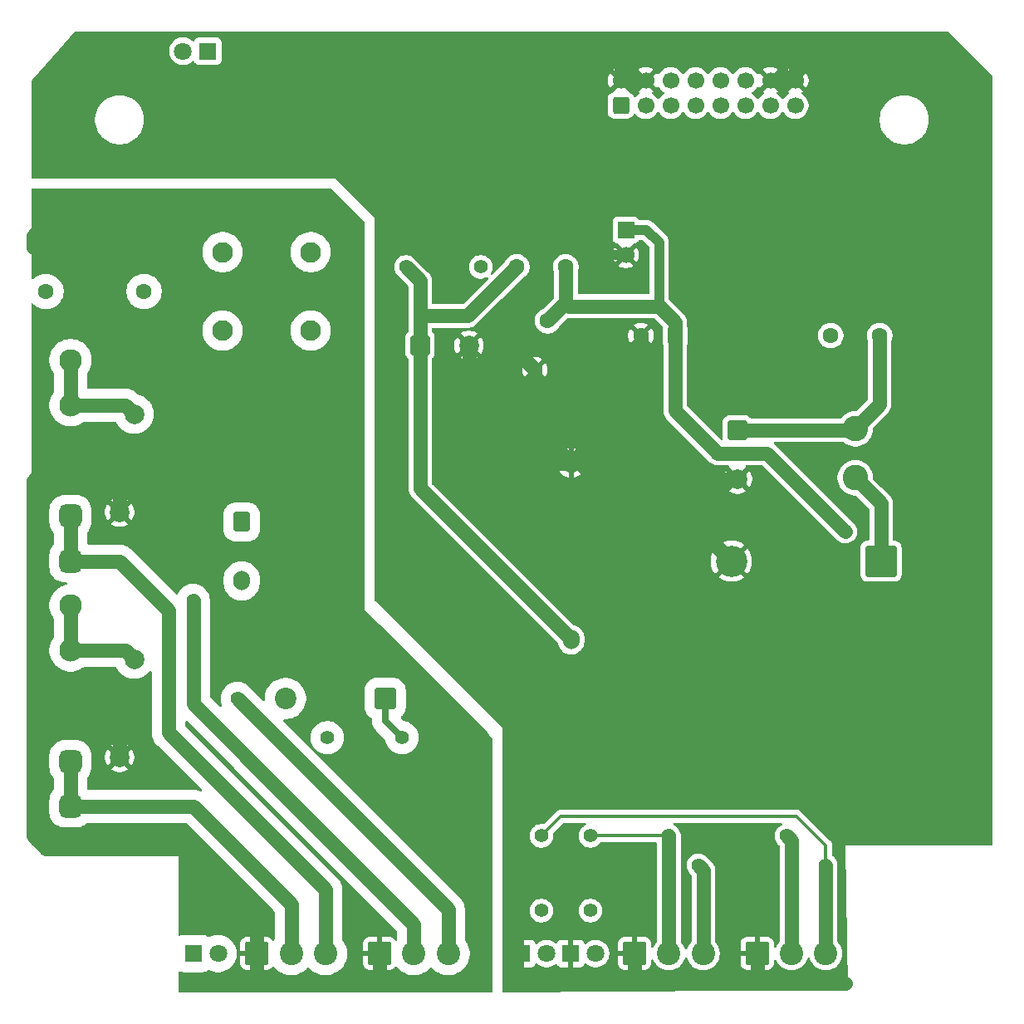
<source format=gbr>
%TF.GenerationSoftware,KiCad,Pcbnew,9.0.7*%
%TF.CreationDate,2026-02-03T14:25:51+01:00*%
%TF.ProjectId,lokho2-base,6c6f6b68-6f32-42d6-9261-73652e6b6963,rev?*%
%TF.SameCoordinates,Original*%
%TF.FileFunction,Copper,L2,Bot*%
%TF.FilePolarity,Positive*%
%FSLAX46Y46*%
G04 Gerber Fmt 4.6, Leading zero omitted, Abs format (unit mm)*
G04 Created by KiCad (PCBNEW 9.0.7) date 2026-02-03 14:25:51*
%MOMM*%
%LPD*%
G01*
G04 APERTURE LIST*
G04 Aperture macros list*
%AMRoundRect*
0 Rectangle with rounded corners*
0 $1 Rounding radius*
0 $2 $3 $4 $5 $6 $7 $8 $9 X,Y pos of 4 corners*
0 Add a 4 corners polygon primitive as box body*
4,1,4,$2,$3,$4,$5,$6,$7,$8,$9,$2,$3,0*
0 Add four circle primitives for the rounded corners*
1,1,$1+$1,$2,$3*
1,1,$1+$1,$4,$5*
1,1,$1+$1,$6,$7*
1,1,$1+$1,$8,$9*
0 Add four rect primitives between the rounded corners*
20,1,$1+$1,$2,$3,$4,$5,0*
20,1,$1+$1,$4,$5,$6,$7,0*
20,1,$1+$1,$6,$7,$8,$9,0*
20,1,$1+$1,$8,$9,$2,$3,0*%
G04 Aperture macros list end*
%TA.AperFunction,ComponentPad*%
%ADD10RoundRect,0.575000X0.575000X-0.575000X0.575000X0.575000X-0.575000X0.575000X-0.575000X-0.575000X0*%
%TD*%
%TA.AperFunction,ComponentPad*%
%ADD11C,2.300000*%
%TD*%
%TA.AperFunction,ComponentPad*%
%ADD12C,1.600000*%
%TD*%
%TA.AperFunction,ComponentPad*%
%ADD13RoundRect,0.250001X-0.949999X-0.949999X0.949999X-0.949999X0.949999X0.949999X-0.949999X0.949999X0*%
%TD*%
%TA.AperFunction,ComponentPad*%
%ADD14C,2.400000*%
%TD*%
%TA.AperFunction,ComponentPad*%
%ADD15C,2.000000*%
%TD*%
%TA.AperFunction,ComponentPad*%
%ADD16R,1.800000X1.800000*%
%TD*%
%TA.AperFunction,ComponentPad*%
%ADD17C,1.800000*%
%TD*%
%TA.AperFunction,ComponentPad*%
%ADD18C,1.400000*%
%TD*%
%TA.AperFunction,ComponentPad*%
%ADD19RoundRect,0.250000X-0.600000X-0.750000X0.600000X-0.750000X0.600000X0.750000X-0.600000X0.750000X0*%
%TD*%
%TA.AperFunction,ComponentPad*%
%ADD20O,1.700000X2.000000*%
%TD*%
%TA.AperFunction,ComponentPad*%
%ADD21R,1.700000X1.700000*%
%TD*%
%TA.AperFunction,ComponentPad*%
%ADD22C,1.700000*%
%TD*%
%TA.AperFunction,ComponentPad*%
%ADD23RoundRect,0.249999X0.850001X0.850001X-0.850001X0.850001X-0.850001X-0.850001X0.850001X-0.850001X0*%
%TD*%
%TA.AperFunction,ComponentPad*%
%ADD24C,2.200000*%
%TD*%
%TA.AperFunction,ComponentPad*%
%ADD25RoundRect,0.250000X0.550000X0.550000X-0.550000X0.550000X-0.550000X-0.550000X0.550000X-0.550000X0*%
%TD*%
%TA.AperFunction,ComponentPad*%
%ADD26RoundRect,0.250000X1.350000X1.350000X-1.350000X1.350000X-1.350000X-1.350000X1.350000X-1.350000X0*%
%TD*%
%TA.AperFunction,ComponentPad*%
%ADD27C,3.200000*%
%TD*%
%TA.AperFunction,ComponentPad*%
%ADD28C,2.600000*%
%TD*%
%TA.AperFunction,ComponentPad*%
%ADD29RoundRect,0.250000X-0.750000X0.750000X-0.750000X-0.750000X0.750000X-0.750000X0.750000X0.750000X0*%
%TD*%
%TA.AperFunction,ComponentPad*%
%ADD30RoundRect,0.250000X-0.750000X-0.750000X0.750000X-0.750000X0.750000X0.750000X-0.750000X0.750000X0*%
%TD*%
%TA.AperFunction,ComponentPad*%
%ADD31RoundRect,0.250000X0.600000X-0.600000X0.600000X0.600000X-0.600000X0.600000X-0.600000X-0.600000X0*%
%TD*%
%TA.AperFunction,ComponentPad*%
%ADD32C,2.100000*%
%TD*%
%TA.AperFunction,ViaPad*%
%ADD33C,1.400000*%
%TD*%
%TA.AperFunction,ViaPad*%
%ADD34C,1.000000*%
%TD*%
%TA.AperFunction,Conductor*%
%ADD35C,1.400000*%
%TD*%
%TA.AperFunction,Conductor*%
%ADD36C,1.000000*%
%TD*%
%TA.AperFunction,Conductor*%
%ADD37C,0.350000*%
%TD*%
%TA.AperFunction,Conductor*%
%ADD38C,0.700000*%
%TD*%
G04 APERTURE END LIST*
D10*
%TO.P,F1,1*%
%TO.N,LINE*%
X105000000Y-105000000D03*
X105000000Y-100400000D03*
D11*
%TO.P,F1,2*%
%TO.N,LINE_P*%
X105000000Y-89100000D03*
X105000000Y-84500000D03*
%TD*%
D12*
%TO.P,C1,1*%
%TO.N,LINE_P*%
X102500000Y-77500000D03*
%TO.P,C1,2*%
%TO.N,NEUT_P*%
X112500000Y-77500000D03*
%TD*%
D13*
%TO.P,J4,1,Pin_1*%
%TO.N,GND*%
X175000000Y-145000000D03*
D14*
%TO.P,J4,2,Pin_2*%
%TO.N,+3V3*%
X178500000Y-145000000D03*
%TO.P,J4,3,Pin_3*%
%TO.N,+12V*%
X182000000Y-145000000D03*
%TD*%
D15*
%TO.P,RV2,1*%
%TO.N,NEUT_P*%
X111500000Y-115000000D03*
%TO.P,RV2,2*%
%TO.N,PE*%
X110000000Y-125000000D03*
%TD*%
D16*
%TO.P,D4,1,K*%
%TO.N,GND*%
X151000000Y-145000000D03*
D17*
%TO.P,D4,2,A*%
%TO.N,Net-(D4-A)*%
X153540000Y-145000000D03*
%TD*%
D13*
%TO.P,J3,1,Pin_1*%
%TO.N,GND*%
X162500000Y-145000000D03*
D14*
%TO.P,J3,2,Pin_2*%
%TO.N,+3V3*%
X166000000Y-145000000D03*
%TO.P,J3,3,Pin_3*%
%TO.N,+12V*%
X169500000Y-145000000D03*
%TD*%
D16*
%TO.P,D3,1,K*%
%TO.N,NEUT_P*%
X117500000Y-145000000D03*
D17*
%TO.P,D3,2,A*%
%TO.N,Net-(D3-A)*%
X120040000Y-145000000D03*
%TD*%
D12*
%TO.P,F3,1*%
%TO.N,+12V_PF*%
X150500000Y-75000000D03*
%TO.P,F3,2*%
%TO.N,+12V*%
X155500000Y-75000000D03*
%TD*%
D18*
%TO.P,R1,1*%
%TO.N,Net-(D2-K)*%
X138810000Y-123000000D03*
%TO.P,R1,2*%
%TO.N,Net-(D3-A)*%
X131190000Y-123000000D03*
%TD*%
D16*
%TO.P,D6,1,K*%
%TO.N,+12V*%
X119000000Y-53000000D03*
D17*
%TO.P,D6,2,A*%
%TO.N,Net-(D6-A)*%
X116460000Y-53000000D03*
%TD*%
D19*
%TO.P,PS1,1,AC/L*%
%TO.N,Net-(PS1-AC{slash}L)*%
X122452500Y-101000000D03*
D20*
%TO.P,PS1,2,AC/N*%
%TO.N,Net-(PS1-AC{slash}N)*%
X122452500Y-107000000D03*
%TO.P,PS1,3,-Vout*%
%TO.N,GND*%
X156052500Y-95000000D03*
%TO.P,PS1,4,+Vout*%
%TO.N,+12V_PF*%
X156052500Y-113000000D03*
%TD*%
D21*
%TO.P,J5,1,Pin_1*%
%TO.N,+12V*%
X161615000Y-71225000D03*
D22*
%TO.P,J5,2,Pin_2*%
%TO.N,GND*%
X161615000Y-73765000D03*
%TD*%
D12*
%TO.P,F4,1*%
%TO.N,Net-(C4-Pad1)*%
X187500000Y-82000000D03*
%TO.P,F4,2*%
%TO.N,+3V3*%
X182500000Y-82000000D03*
%TD*%
D18*
%TO.P,R3,1*%
%TO.N,+3V3*%
X158000000Y-133000000D03*
%TO.P,R3,2*%
%TO.N,Net-(D5-A)*%
X158000000Y-140620000D03*
%TD*%
%TO.P,R4,1*%
%TO.N,+12V_PF*%
X139190000Y-75000000D03*
%TO.P,R4,2*%
%TO.N,Net-(D6-A)*%
X146810000Y-75000000D03*
%TD*%
D23*
%TO.P,D2,1,K*%
%TO.N,Net-(D2-K)*%
X137080000Y-119000000D03*
D24*
%TO.P,D2,2,A*%
%TO.N,LINE_P*%
X126920000Y-119000000D03*
%TD*%
D25*
%TO.P,C3,1*%
%TO.N,+12V*%
X166652651Y-82000000D03*
D12*
%TO.P,C3,2*%
%TO.N,GND*%
X163152651Y-82000000D03*
%TD*%
D26*
%TO.P,D1,1,K*%
%TO.N,Net-(D1-K)*%
X187620000Y-105000000D03*
D27*
%TO.P,D1,2,A*%
%TO.N,GND*%
X172380000Y-105000000D03*
%TD*%
D12*
%TO.P,RV3,1*%
%TO.N,+12V*%
X153650000Y-80500000D03*
%TO.P,RV3,2*%
%TO.N,GND*%
X152350000Y-85500000D03*
%TD*%
D28*
%TO.P,L2,1,1*%
%TO.N,Net-(D1-K)*%
X185000000Y-96500000D03*
%TO.P,L2,2,2*%
%TO.N,Net-(C4-Pad1)*%
X185000000Y-91500000D03*
%TD*%
D10*
%TO.P,F2,1*%
%TO.N,NEUT*%
X105000000Y-130000000D03*
X105000000Y-125400000D03*
D11*
%TO.P,F2,2*%
%TO.N,NEUT_P*%
X105000000Y-114100000D03*
X105000000Y-109500000D03*
%TD*%
D13*
%TO.P,J1,1,Pin_1*%
%TO.N,PE*%
X124000000Y-145000000D03*
D14*
%TO.P,J1,2,Pin_2*%
%TO.N,NEUT*%
X127500000Y-145000000D03*
%TO.P,J1,3,Pin_3*%
%TO.N,LINE*%
X131000000Y-145000000D03*
%TD*%
D13*
%TO.P,J2,1,Pin_1*%
%TO.N,PE*%
X136500000Y-145000000D03*
D14*
%TO.P,J2,2,Pin_2*%
%TO.N,NEUT_P*%
X140000000Y-145000000D03*
%TO.P,J2,3,Pin_3*%
%TO.N,LINE_P*%
X143500000Y-145000000D03*
%TD*%
D18*
%TO.P,R2,1*%
%TO.N,+12V*%
X153000000Y-133000000D03*
%TO.P,R2,2*%
%TO.N,Net-(D4-A)*%
X153000000Y-140620000D03*
%TD*%
D29*
%TO.P,C4,1*%
%TO.N,Net-(C4-Pad1)*%
X173000000Y-91632323D03*
D15*
%TO.P,C4,2*%
%TO.N,GND*%
X173000000Y-96632323D03*
%TD*%
D30*
%TO.P,C2,1*%
%TO.N,+12V_PF*%
X140632323Y-83000000D03*
D15*
%TO.P,C2,2*%
%TO.N,GND*%
X145632323Y-83000000D03*
%TD*%
D31*
%TO.P,SPI1,1,Pin_1*%
%TO.N,SPI_MISO*%
X161110000Y-58540000D03*
D22*
%TO.P,SPI1,2,Pin_2*%
%TO.N,GND*%
X161110000Y-56000000D03*
%TO.P,SPI1,3,Pin_3*%
%TO.N,SPI_MOSI*%
X163650000Y-58540000D03*
%TO.P,SPI1,4,Pin_4*%
%TO.N,GND*%
X163650000Y-56000000D03*
%TO.P,SPI1,5,Pin_5*%
%TO.N,SPI_SCK*%
X166190000Y-58540000D03*
%TO.P,SPI1,6,Pin_6*%
%TO.N,+3V3*%
X166190000Y-56000000D03*
%TO.P,SPI1,7,Pin_7*%
%TO.N,SPI_S0*%
X168730000Y-58540000D03*
%TO.P,SPI1,8,Pin_8*%
%TO.N,+3V3*%
X168730000Y-56000000D03*
%TO.P,SPI1,9,Pin_9*%
%TO.N,SPI_S1*%
X171270000Y-58540000D03*
%TO.P,SPI1,10,Pin_10*%
%TO.N,+3V3*%
X171270000Y-56000000D03*
%TO.P,SPI1,11,Pin_11*%
%TO.N,SPI_S2*%
X173810000Y-58540000D03*
%TO.P,SPI1,12,Pin_12*%
%TO.N,+3V3*%
X173810000Y-56000000D03*
%TO.P,SPI1,13,Pin_13*%
%TO.N,SPI_S3*%
X176350000Y-58540000D03*
%TO.P,SPI1,14,Pin_14*%
%TO.N,GND*%
X176350000Y-56000000D03*
%TO.P,SPI1,15,Pin_15*%
%TO.N,GP*%
X178890000Y-58540000D03*
%TO.P,SPI1,16,Pin_16*%
%TO.N,GND*%
X178890000Y-56000000D03*
%TD*%
D16*
%TO.P,D5,1,K*%
%TO.N,GND*%
X156000000Y-145000000D03*
D17*
%TO.P,D5,2,A*%
%TO.N,Net-(D5-A)*%
X158540000Y-145000000D03*
%TD*%
D32*
%TO.P,L1,1,1*%
%TO.N,NEUT_P*%
X120500000Y-81500000D03*
%TO.P,L1,2,2*%
%TO.N,Net-(PS1-AC{slash}N)*%
X129500000Y-81500000D03*
%TO.P,L1,3,3*%
%TO.N,Net-(PS1-AC{slash}L)*%
X129500000Y-73500000D03*
%TO.P,L1,4,4*%
%TO.N,LINE_P*%
X120500000Y-73500000D03*
%TD*%
D15*
%TO.P,RV1,1*%
%TO.N,LINE_P*%
X111500000Y-90000000D03*
%TO.P,RV1,2*%
%TO.N,PE*%
X110000000Y-100000000D03*
%TD*%
D33*
%TO.N,LINE_P*%
X122000000Y-119000000D03*
%TO.N,NEUT_P*%
X117500000Y-109000000D03*
X123000000Y-125000000D03*
%TO.N,+12V*%
X182000000Y-136000000D03*
X169000000Y-136000000D03*
D34*
X184000000Y-102000000D03*
D33*
%TO.N,+3V3*%
X178000000Y-133000000D03*
X166000000Y-133000000D03*
%TD*%
D35*
%TO.N,LINE_P*%
X110600000Y-89100000D02*
X111500000Y-90000000D01*
X143500000Y-145000000D02*
X143500000Y-140500000D01*
X105000000Y-89100000D02*
X110600000Y-89100000D01*
X143500000Y-140500000D02*
X122000000Y-119000000D01*
X105000000Y-89100000D02*
X105000000Y-84500000D01*
%TO.N,NEUT_P*%
X110600000Y-114100000D02*
X111500000Y-115000000D01*
X105000000Y-114100000D02*
X110600000Y-114100000D01*
X123000000Y-125000000D02*
X117500000Y-119500000D01*
X105000000Y-114100000D02*
X105000000Y-109500000D01*
X140000000Y-145000000D02*
X140000000Y-142000000D01*
X117500000Y-119500000D02*
X117500000Y-109000000D01*
X140000000Y-142000000D02*
X123000000Y-125000000D01*
%TO.N,GND*%
X150000000Y-95000000D02*
X156052500Y-95000000D01*
X145632323Y-90632323D02*
X150000000Y-95000000D01*
X162000000Y-148000000D02*
X175000000Y-148000000D01*
X160000000Y-98000000D02*
X160000000Y-112000000D01*
X164012323Y-96632323D02*
X162380000Y-95000000D01*
X157000000Y-95000000D02*
X156052500Y-95000000D01*
X160000000Y-112000000D02*
X160000000Y-120000000D01*
D36*
X158765000Y-73765000D02*
X156500000Y-71500000D01*
D35*
X162500000Y-147500000D02*
X162000000Y-148000000D01*
X173000000Y-96632323D02*
X164012323Y-96632323D01*
X153000000Y-55000000D02*
X153000000Y-71500000D01*
X161110000Y-54110000D02*
X159000000Y-52000000D01*
X150000000Y-145000000D02*
X150000000Y-148000000D01*
D36*
X161615000Y-73765000D02*
X158765000Y-73765000D01*
D35*
X150000000Y-130000000D02*
X150000000Y-141000000D01*
X145632323Y-83000000D02*
X145632323Y-90632323D01*
X150000000Y-141000000D02*
X150000000Y-145000000D01*
X161110000Y-56000000D02*
X161110000Y-54110000D01*
X163650000Y-56000000D02*
X161110000Y-56000000D01*
X151000000Y-79000000D02*
X151000000Y-84150000D01*
D37*
X156000000Y-145000000D02*
X156000000Y-148000000D01*
D35*
X175000000Y-145000000D02*
X175000000Y-148000000D01*
X163152651Y-87899849D02*
X163152651Y-82000000D01*
X160000000Y-120000000D02*
X152000000Y-128000000D01*
X156000000Y-148000000D02*
X162000000Y-148000000D01*
X172380000Y-105000000D02*
X164012323Y-96632323D01*
X152000000Y-128000000D02*
X150000000Y-130000000D01*
X153000000Y-77000000D02*
X151000000Y-79000000D01*
X178890000Y-56000000D02*
X178890000Y-53890000D01*
X152350000Y-91297500D02*
X156052500Y-95000000D01*
X162380000Y-95000000D02*
X157000000Y-95000000D01*
X156052500Y-95000000D02*
X163152651Y-87899849D01*
X178890000Y-53890000D02*
X177000000Y-52000000D01*
X176350000Y-56000000D02*
X178890000Y-56000000D01*
X157000000Y-95000000D02*
X160000000Y-98000000D01*
X150000000Y-148000000D02*
X156000000Y-148000000D01*
D36*
X156500000Y-71500000D02*
X153000000Y-71500000D01*
D35*
X177000000Y-52000000D02*
X159000000Y-52000000D01*
X153000000Y-71500000D02*
X153000000Y-77000000D01*
X175000000Y-148000000D02*
X184000000Y-148000000D01*
X162500000Y-145000000D02*
X162500000Y-147500000D01*
X156000000Y-52000000D02*
X153000000Y-55000000D01*
X151000000Y-84150000D02*
X152350000Y-85500000D01*
D37*
X151000000Y-145000000D02*
X150000000Y-145000000D01*
D35*
X159000000Y-52000000D02*
X156000000Y-52000000D01*
X152350000Y-85500000D02*
X152350000Y-91297500D01*
D36*
%TO.N,+12V*%
X163725000Y-71225000D02*
X165000000Y-72500000D01*
D35*
X166652651Y-82000000D02*
X166652651Y-89652651D01*
D37*
X182000000Y-134000000D02*
X182000000Y-136000000D01*
D35*
X155850000Y-79000000D02*
X155500000Y-78650000D01*
X165000000Y-79000000D02*
X155850000Y-79000000D01*
D36*
X165000000Y-72500000D02*
X165000000Y-79000000D01*
D35*
X171000000Y-94000000D02*
X176000000Y-94000000D01*
D37*
X179000000Y-131000000D02*
X182000000Y-134000000D01*
D36*
X161615000Y-71225000D02*
X163725000Y-71225000D01*
D35*
X155500000Y-78650000D02*
X155500000Y-75000000D01*
D37*
X155000000Y-131000000D02*
X179000000Y-131000000D01*
D35*
X176000000Y-94000000D02*
X184000000Y-102000000D01*
D37*
X153000000Y-133000000D02*
X155000000Y-131000000D01*
D35*
X166652651Y-89652651D02*
X171000000Y-94000000D01*
X182000000Y-136000000D02*
X182000000Y-145000000D01*
X166652651Y-80652651D02*
X165000000Y-79000000D01*
X169000000Y-136000000D02*
X169500000Y-136500000D01*
X153650000Y-80500000D02*
X155500000Y-78650000D01*
X166652651Y-82000000D02*
X166652651Y-80652651D01*
X169500000Y-136500000D02*
X169500000Y-145000000D01*
%TO.N,Net-(C4-Pad1)*%
X187500000Y-82000000D02*
X187500000Y-89000000D01*
X173000000Y-91632323D02*
X184867677Y-91632323D01*
X184867677Y-91632323D02*
X185000000Y-91500000D01*
X187500000Y-89000000D02*
X185000000Y-91500000D01*
%TO.N,Net-(D1-K)*%
X185000000Y-96500000D02*
X187620000Y-99120000D01*
X187620000Y-99120000D02*
X187620000Y-105000000D01*
D38*
%TO.N,Net-(D2-K)*%
X137080000Y-119000000D02*
X137080000Y-121270000D01*
X137080000Y-121270000D02*
X138810000Y-123000000D01*
D35*
%TO.N,LINE*%
X115000000Y-122500000D02*
X131000000Y-138500000D01*
X131000000Y-138500000D02*
X131000000Y-145000000D01*
X115000000Y-110000000D02*
X115000000Y-122500000D01*
X105000000Y-100400000D02*
X105000000Y-105000000D01*
X105000000Y-105000000D02*
X110000000Y-105000000D01*
X110000000Y-105000000D02*
X115000000Y-110000000D01*
%TO.N,NEUT*%
X117500000Y-130000000D02*
X127500000Y-140000000D01*
X127500000Y-140000000D02*
X127500000Y-145000000D01*
X105000000Y-130000000D02*
X117500000Y-130000000D01*
X105000000Y-125400000D02*
X105000000Y-130000000D01*
%TO.N,+3V3*%
X166000000Y-133000000D02*
X166000000Y-145000000D01*
X178500000Y-133500000D02*
X178500000Y-145000000D01*
X178000000Y-133000000D02*
X178500000Y-133500000D01*
D37*
X158000000Y-133000000D02*
X166000000Y-133000000D01*
D35*
%TO.N,PE*%
X108000000Y-119000000D02*
X106000000Y-119000000D01*
X101201000Y-71799000D02*
X101201000Y-73000000D01*
X124000000Y-145000000D02*
X124000000Y-141500000D01*
X147000000Y-148000000D02*
X147000000Y-123000000D01*
X136000000Y-112000000D02*
X134000000Y-110000000D01*
X101201000Y-120799000D02*
X103000000Y-119000000D01*
X124000000Y-148000000D02*
X136500000Y-148000000D01*
X136500000Y-148000000D02*
X147000000Y-148000000D01*
X117500000Y-135000000D02*
X116799000Y-134299000D01*
X105000000Y-68000000D02*
X101201000Y-71799000D01*
X101201000Y-96799000D02*
X103000000Y-95000000D01*
X116799000Y-134299000D02*
X102500000Y-134299000D01*
X134000000Y-71000000D02*
X131000000Y-68000000D01*
X108000000Y-95000000D02*
X110000000Y-97000000D01*
X147000000Y-123000000D02*
X136000000Y-112000000D01*
X124000000Y-141500000D02*
X117500000Y-135000000D01*
X131000000Y-68000000D02*
X125000000Y-68000000D01*
X110000000Y-97000000D02*
X110000000Y-100000000D01*
X103000000Y-119000000D02*
X108000000Y-119000000D01*
X101201000Y-133000000D02*
X101201000Y-120799000D01*
X103000000Y-95000000D02*
X108000000Y-95000000D01*
X134000000Y-110000000D02*
X134000000Y-71000000D01*
X110000000Y-125000000D02*
X110000000Y-121000000D01*
X125000000Y-68000000D02*
X105000000Y-68000000D01*
X124000000Y-145000000D02*
X124000000Y-148000000D01*
X101201000Y-120799000D02*
X101201000Y-96799000D01*
X102500000Y-134299000D02*
X101201000Y-133000000D01*
X136500000Y-145000000D02*
X136500000Y-148000000D01*
X110000000Y-121000000D02*
X108000000Y-119000000D01*
%TO.N,+12V_PF*%
X140632323Y-80000000D02*
X140632323Y-76442323D01*
X145500000Y-80000000D02*
X150500000Y-75000000D01*
X140632323Y-97579823D02*
X156052500Y-113000000D01*
X140632323Y-83000000D02*
X140632323Y-97579823D01*
X140632323Y-76442323D02*
X139190000Y-75000000D01*
X140632323Y-80000000D02*
X145500000Y-80000000D01*
X140632323Y-83000000D02*
X140632323Y-80000000D01*
%TD*%
%TA.AperFunction,Conductor*%
%TO.N,GND*%
G36*
X164765270Y-56761717D02*
G01*
X164765270Y-56761716D01*
X164804622Y-56707555D01*
X164809232Y-56698507D01*
X164857205Y-56647709D01*
X164925025Y-56630912D01*
X164991161Y-56653447D01*
X165030204Y-56698504D01*
X165034949Y-56707817D01*
X165159890Y-56879786D01*
X165310213Y-57030109D01*
X165482182Y-57155050D01*
X165490946Y-57159516D01*
X165541742Y-57207491D01*
X165558536Y-57275312D01*
X165535998Y-57341447D01*
X165490946Y-57380484D01*
X165482182Y-57384949D01*
X165310213Y-57509890D01*
X165159890Y-57660213D01*
X165034949Y-57832182D01*
X165030484Y-57840946D01*
X164982509Y-57891742D01*
X164914688Y-57908536D01*
X164848553Y-57885998D01*
X164809516Y-57840946D01*
X164805050Y-57832182D01*
X164680109Y-57660213D01*
X164529786Y-57509890D01*
X164357817Y-57384949D01*
X164348504Y-57380204D01*
X164297707Y-57332230D01*
X164280912Y-57264409D01*
X164303449Y-57198274D01*
X164348507Y-57159232D01*
X164357555Y-57154622D01*
X164411716Y-57115270D01*
X164411717Y-57115270D01*
X163779408Y-56482962D01*
X163842993Y-56465925D01*
X163957007Y-56400099D01*
X164050099Y-56307007D01*
X164115925Y-56192993D01*
X164132962Y-56129408D01*
X164765270Y-56761717D01*
G37*
%TD.AperFunction*%
%TA.AperFunction,Conductor*%
G36*
X175884075Y-56192993D02*
G01*
X175949901Y-56307007D01*
X176042993Y-56400099D01*
X176157007Y-56465925D01*
X176220590Y-56482962D01*
X175588282Y-57115269D01*
X175588282Y-57115270D01*
X175642452Y-57154626D01*
X175642451Y-57154626D01*
X175651495Y-57159234D01*
X175702292Y-57207208D01*
X175719087Y-57275029D01*
X175696550Y-57341164D01*
X175651499Y-57380202D01*
X175642182Y-57384949D01*
X175470213Y-57509890D01*
X175319890Y-57660213D01*
X175194949Y-57832182D01*
X175190484Y-57840946D01*
X175142509Y-57891742D01*
X175074688Y-57908536D01*
X175008553Y-57885998D01*
X174969516Y-57840946D01*
X174965050Y-57832182D01*
X174840109Y-57660213D01*
X174689786Y-57509890D01*
X174517820Y-57384951D01*
X174517115Y-57384591D01*
X174509054Y-57380485D01*
X174458259Y-57332512D01*
X174441463Y-57264692D01*
X174463999Y-57198556D01*
X174509054Y-57159515D01*
X174517816Y-57155051D01*
X174572572Y-57115269D01*
X174689786Y-57030109D01*
X174689788Y-57030106D01*
X174689792Y-57030104D01*
X174840104Y-56879792D01*
X174840106Y-56879788D01*
X174840109Y-56879786D01*
X174925890Y-56761717D01*
X174965051Y-56707816D01*
X174969793Y-56698508D01*
X175017763Y-56647711D01*
X175085583Y-56630911D01*
X175151719Y-56653445D01*
X175190763Y-56698500D01*
X175195373Y-56707547D01*
X175234728Y-56761716D01*
X175867037Y-56129408D01*
X175884075Y-56192993D01*
G37*
%TD.AperFunction*%
%TA.AperFunction,Conductor*%
G36*
X178424075Y-56192993D02*
G01*
X178489901Y-56307007D01*
X178582993Y-56400099D01*
X178697007Y-56465925D01*
X178760590Y-56482962D01*
X178128282Y-57115269D01*
X178128282Y-57115270D01*
X178182452Y-57154626D01*
X178182451Y-57154626D01*
X178191495Y-57159234D01*
X178242292Y-57207208D01*
X178259087Y-57275029D01*
X178236550Y-57341164D01*
X178191499Y-57380202D01*
X178182182Y-57384949D01*
X178010213Y-57509890D01*
X177859890Y-57660213D01*
X177734949Y-57832182D01*
X177730484Y-57840946D01*
X177682509Y-57891742D01*
X177614688Y-57908536D01*
X177548553Y-57885998D01*
X177509516Y-57840946D01*
X177505050Y-57832182D01*
X177380109Y-57660213D01*
X177229786Y-57509890D01*
X177057817Y-57384949D01*
X177048504Y-57380204D01*
X176997707Y-57332230D01*
X176980912Y-57264409D01*
X177003449Y-57198274D01*
X177048507Y-57159232D01*
X177057555Y-57154622D01*
X177111716Y-57115270D01*
X177111717Y-57115270D01*
X176479408Y-56482962D01*
X176542993Y-56465925D01*
X176657007Y-56400099D01*
X176750099Y-56307007D01*
X176815925Y-56192993D01*
X176832962Y-56129408D01*
X177465270Y-56761717D01*
X177465270Y-56761716D01*
X177504622Y-56707554D01*
X177509514Y-56697954D01*
X177557488Y-56647157D01*
X177625308Y-56630361D01*
X177691444Y-56652897D01*
X177730486Y-56697954D01*
X177735375Y-56707550D01*
X177774728Y-56761716D01*
X178407037Y-56129408D01*
X178424075Y-56192993D01*
G37*
%TD.AperFunction*%
%TA.AperFunction,Conductor*%
G36*
X163184075Y-56192993D02*
G01*
X163249901Y-56307007D01*
X163342993Y-56400099D01*
X163457007Y-56465925D01*
X163520590Y-56482962D01*
X162888282Y-57115269D01*
X162888282Y-57115270D01*
X162942452Y-57154626D01*
X162942451Y-57154626D01*
X162951495Y-57159234D01*
X163002292Y-57207208D01*
X163019087Y-57275029D01*
X162996550Y-57341164D01*
X162951499Y-57380202D01*
X162942182Y-57384949D01*
X162770213Y-57509890D01*
X162619894Y-57660209D01*
X162619885Y-57660219D01*
X162616330Y-57665113D01*
X162560997Y-57707775D01*
X162491383Y-57713748D01*
X162429591Y-57681137D01*
X162398312Y-57631223D01*
X162394815Y-57620670D01*
X162394814Y-57620666D01*
X162302712Y-57471344D01*
X162178656Y-57347288D01*
X162061505Y-57275029D01*
X162029336Y-57255187D01*
X162029331Y-57255185D01*
X162018382Y-57251557D01*
X161957228Y-57231292D01*
X161899784Y-57191520D01*
X161872961Y-57127004D01*
X161872801Y-57116354D01*
X161239408Y-56482962D01*
X161302993Y-56465925D01*
X161417007Y-56400099D01*
X161510099Y-56307007D01*
X161575925Y-56192993D01*
X161592962Y-56129408D01*
X162225270Y-56761717D01*
X162225270Y-56761716D01*
X162264622Y-56707554D01*
X162269514Y-56697954D01*
X162317488Y-56647157D01*
X162385308Y-56630361D01*
X162451444Y-56652897D01*
X162490486Y-56697954D01*
X162495375Y-56707550D01*
X162534728Y-56761716D01*
X163167037Y-56129408D01*
X163184075Y-56192993D01*
G37*
%TD.AperFunction*%
%TA.AperFunction,Conductor*%
G36*
X194515677Y-51019685D02*
G01*
X194536319Y-51036319D01*
X198963681Y-55463681D01*
X198997166Y-55525004D01*
X199000000Y-55551362D01*
X199000000Y-133876000D01*
X198980315Y-133943039D01*
X198927511Y-133988794D01*
X198876000Y-134000000D01*
X184000000Y-134000000D01*
X184218133Y-148595143D01*
X184199453Y-148662469D01*
X184147338Y-148709008D01*
X184095133Y-148720992D01*
X149124986Y-148999006D01*
X149057792Y-148979855D01*
X149011619Y-148927417D01*
X149000000Y-148875010D01*
X149000000Y-144052155D01*
X149600000Y-144052155D01*
X149600000Y-144750000D01*
X150624722Y-144750000D01*
X150580667Y-144826306D01*
X150550000Y-144940756D01*
X150550000Y-145059244D01*
X150580667Y-145173694D01*
X150624722Y-145250000D01*
X149600000Y-145250000D01*
X149600000Y-145947844D01*
X149606401Y-146007372D01*
X149606403Y-146007379D01*
X149656645Y-146142086D01*
X149656649Y-146142093D01*
X149742809Y-146257187D01*
X149742812Y-146257190D01*
X149857906Y-146343350D01*
X149857913Y-146343354D01*
X149992620Y-146393596D01*
X149992627Y-146393598D01*
X150052155Y-146399999D01*
X150052172Y-146400000D01*
X150750000Y-146400000D01*
X150750000Y-145375277D01*
X150826306Y-145419333D01*
X150940756Y-145450000D01*
X151059244Y-145450000D01*
X151173694Y-145419333D01*
X151250000Y-145375277D01*
X151250000Y-146400000D01*
X151947828Y-146400000D01*
X151947844Y-146399999D01*
X152007372Y-146393598D01*
X152007379Y-146393596D01*
X152142086Y-146343354D01*
X152142093Y-146343350D01*
X152257187Y-146257190D01*
X152257190Y-146257187D01*
X152343350Y-146142093D01*
X152343354Y-146142086D01*
X152373213Y-146062031D01*
X152415084Y-146006097D01*
X152480548Y-145981680D01*
X152548821Y-145996531D01*
X152577076Y-146017683D01*
X152627636Y-146068243D01*
X152627641Y-146068247D01*
X152729610Y-146142331D01*
X152805978Y-146197815D01*
X152934375Y-146263237D01*
X153002393Y-146297895D01*
X153002396Y-146297896D01*
X153107221Y-146331955D01*
X153212049Y-146366015D01*
X153429778Y-146400500D01*
X153429779Y-146400500D01*
X153650221Y-146400500D01*
X153650222Y-146400500D01*
X153867951Y-146366015D01*
X154077606Y-146297895D01*
X154274022Y-146197815D01*
X154376141Y-146123622D01*
X154456307Y-146065379D01*
X154457075Y-146066436D01*
X154515361Y-146040303D01*
X154584449Y-146050724D01*
X154636936Y-146096842D01*
X154648342Y-146119826D01*
X154656643Y-146142082D01*
X154656649Y-146142093D01*
X154742809Y-146257187D01*
X154742812Y-146257190D01*
X154857906Y-146343350D01*
X154857913Y-146343354D01*
X154992620Y-146393596D01*
X154992627Y-146393598D01*
X155052155Y-146399999D01*
X155052172Y-146400000D01*
X155750000Y-146400000D01*
X155750000Y-145375277D01*
X155826306Y-145419333D01*
X155940756Y-145450000D01*
X156059244Y-145450000D01*
X156173694Y-145419333D01*
X156250000Y-145375277D01*
X156250000Y-146400000D01*
X156947828Y-146400000D01*
X156947844Y-146399999D01*
X157007372Y-146393598D01*
X157007379Y-146393596D01*
X157142086Y-146343354D01*
X157142093Y-146343350D01*
X157257187Y-146257190D01*
X157257190Y-146257187D01*
X157343350Y-146142093D01*
X157343354Y-146142086D01*
X157373213Y-146062031D01*
X157415084Y-146006097D01*
X157480548Y-145981680D01*
X157548821Y-145996531D01*
X157577076Y-146017683D01*
X157627636Y-146068243D01*
X157627641Y-146068247D01*
X157729610Y-146142331D01*
X157805978Y-146197815D01*
X157934375Y-146263237D01*
X158002393Y-146297895D01*
X158002396Y-146297896D01*
X158107221Y-146331955D01*
X158212049Y-146366015D01*
X158429778Y-146400500D01*
X158429779Y-146400500D01*
X158650221Y-146400500D01*
X158650222Y-146400500D01*
X158867951Y-146366015D01*
X159077606Y-146297895D01*
X159274022Y-146197815D01*
X159452365Y-146068242D01*
X159608242Y-145912365D01*
X159737815Y-145734022D01*
X159837895Y-145537606D01*
X159906015Y-145327951D01*
X159940500Y-145110222D01*
X159940500Y-144889778D01*
X159906015Y-144672049D01*
X159871955Y-144567221D01*
X159837896Y-144462396D01*
X159837895Y-144462393D01*
X159796130Y-144380427D01*
X159737815Y-144265978D01*
X159679501Y-144185715D01*
X159608247Y-144087641D01*
X159608243Y-144087636D01*
X159452363Y-143931756D01*
X159452358Y-143931752D01*
X159274025Y-143802187D01*
X159274024Y-143802186D01*
X159274022Y-143802185D01*
X159211096Y-143770122D01*
X159077606Y-143702104D01*
X159077603Y-143702103D01*
X158867952Y-143633985D01*
X158759086Y-143616742D01*
X158650222Y-143599500D01*
X158429778Y-143599500D01*
X158357201Y-143610995D01*
X158212047Y-143633985D01*
X158002396Y-143702103D01*
X158002393Y-143702104D01*
X157805974Y-143802187D01*
X157627641Y-143931752D01*
X157627636Y-143931756D01*
X157577075Y-143982317D01*
X157515752Y-144015801D01*
X157446060Y-144010816D01*
X157390127Y-143968945D01*
X157373213Y-143937968D01*
X157343354Y-143857913D01*
X157343350Y-143857906D01*
X157257190Y-143742812D01*
X157257187Y-143742809D01*
X157142093Y-143656649D01*
X157142086Y-143656645D01*
X157007379Y-143606403D01*
X157007372Y-143606401D01*
X156947844Y-143600000D01*
X156250000Y-143600000D01*
X156250000Y-144624722D01*
X156173694Y-144580667D01*
X156059244Y-144550000D01*
X155940756Y-144550000D01*
X155826306Y-144580667D01*
X155750000Y-144624722D01*
X155750000Y-143600000D01*
X155052155Y-143600000D01*
X154992627Y-143606401D01*
X154992620Y-143606403D01*
X154857913Y-143656645D01*
X154857906Y-143656649D01*
X154742812Y-143742809D01*
X154742809Y-143742812D01*
X154656649Y-143857906D01*
X154656645Y-143857914D01*
X154648342Y-143880175D01*
X154606470Y-143936107D01*
X154541005Y-143960523D01*
X154472732Y-143945670D01*
X154456437Y-143934441D01*
X154456307Y-143934621D01*
X154274025Y-143802187D01*
X154274024Y-143802186D01*
X154274022Y-143802185D01*
X154211096Y-143770122D01*
X154077606Y-143702104D01*
X154077603Y-143702103D01*
X153867952Y-143633985D01*
X153759086Y-143616742D01*
X153650222Y-143599500D01*
X153429778Y-143599500D01*
X153357201Y-143610995D01*
X153212047Y-143633985D01*
X153002396Y-143702103D01*
X153002393Y-143702104D01*
X152805974Y-143802187D01*
X152627641Y-143931752D01*
X152627636Y-143931756D01*
X152577075Y-143982317D01*
X152515752Y-144015801D01*
X152446060Y-144010816D01*
X152390127Y-143968945D01*
X152373213Y-143937968D01*
X152343354Y-143857913D01*
X152343350Y-143857906D01*
X152257190Y-143742812D01*
X152257187Y-143742809D01*
X152142093Y-143656649D01*
X152142086Y-143656645D01*
X152007379Y-143606403D01*
X152007372Y-143606401D01*
X151947844Y-143600000D01*
X151250000Y-143600000D01*
X151250000Y-144624722D01*
X151173694Y-144580667D01*
X151059244Y-144550000D01*
X150940756Y-144550000D01*
X150826306Y-144580667D01*
X150750000Y-144624722D01*
X150750000Y-143600000D01*
X150052155Y-143600000D01*
X149992627Y-143606401D01*
X149992620Y-143606403D01*
X149857913Y-143656645D01*
X149857906Y-143656649D01*
X149742812Y-143742809D01*
X149742809Y-143742812D01*
X149656649Y-143857906D01*
X149656645Y-143857913D01*
X149606403Y-143992620D01*
X149606401Y-143992627D01*
X149600000Y-144052155D01*
X149000000Y-144052155D01*
X149000000Y-140525513D01*
X151799500Y-140525513D01*
X151799500Y-140714486D01*
X151829059Y-140901118D01*
X151887454Y-141080836D01*
X151957306Y-141217927D01*
X151973240Y-141249199D01*
X152084310Y-141402073D01*
X152217927Y-141535690D01*
X152370801Y-141646760D01*
X152450347Y-141687290D01*
X152539163Y-141732545D01*
X152539165Y-141732545D01*
X152539168Y-141732547D01*
X152635497Y-141763846D01*
X152718881Y-141790940D01*
X152905514Y-141820500D01*
X152905519Y-141820500D01*
X153094486Y-141820500D01*
X153281118Y-141790940D01*
X153460832Y-141732547D01*
X153629199Y-141646760D01*
X153782073Y-141535690D01*
X153915690Y-141402073D01*
X154026760Y-141249199D01*
X154112547Y-141080832D01*
X154170940Y-140901118D01*
X154175742Y-140870801D01*
X154200500Y-140714486D01*
X154200500Y-140525513D01*
X156799500Y-140525513D01*
X156799500Y-140714486D01*
X156829059Y-140901118D01*
X156887454Y-141080836D01*
X156957306Y-141217927D01*
X156973240Y-141249199D01*
X157084310Y-141402073D01*
X157217927Y-141535690D01*
X157370801Y-141646760D01*
X157450347Y-141687290D01*
X157539163Y-141732545D01*
X157539165Y-141732545D01*
X157539168Y-141732547D01*
X157635497Y-141763846D01*
X157718881Y-141790940D01*
X157905514Y-141820500D01*
X157905519Y-141820500D01*
X158094486Y-141820500D01*
X158281118Y-141790940D01*
X158460832Y-141732547D01*
X158629199Y-141646760D01*
X158782073Y-141535690D01*
X158915690Y-141402073D01*
X159026760Y-141249199D01*
X159112547Y-141080832D01*
X159170940Y-140901118D01*
X159175742Y-140870801D01*
X159200500Y-140714486D01*
X159200500Y-140525513D01*
X159170940Y-140338881D01*
X159112545Y-140159163D01*
X159026759Y-139990800D01*
X158915690Y-139837927D01*
X158782073Y-139704310D01*
X158629199Y-139593240D01*
X158611673Y-139584310D01*
X158460836Y-139507454D01*
X158281118Y-139449059D01*
X158094486Y-139419500D01*
X158094481Y-139419500D01*
X157905519Y-139419500D01*
X157905514Y-139419500D01*
X157718881Y-139449059D01*
X157539163Y-139507454D01*
X157370800Y-139593240D01*
X157283579Y-139656610D01*
X157217927Y-139704310D01*
X157217925Y-139704312D01*
X157217924Y-139704312D01*
X157084312Y-139837924D01*
X157084312Y-139837925D01*
X157084310Y-139837927D01*
X157060426Y-139870801D01*
X156973240Y-139990800D01*
X156887454Y-140159163D01*
X156829059Y-140338881D01*
X156799500Y-140525513D01*
X154200500Y-140525513D01*
X154170940Y-140338881D01*
X154112545Y-140159163D01*
X154026759Y-139990800D01*
X153915690Y-139837927D01*
X153782073Y-139704310D01*
X153629199Y-139593240D01*
X153611673Y-139584310D01*
X153460836Y-139507454D01*
X153281118Y-139449059D01*
X153094486Y-139419500D01*
X153094481Y-139419500D01*
X152905519Y-139419500D01*
X152905514Y-139419500D01*
X152718881Y-139449059D01*
X152539163Y-139507454D01*
X152370800Y-139593240D01*
X152283579Y-139656610D01*
X152217927Y-139704310D01*
X152217925Y-139704312D01*
X152217924Y-139704312D01*
X152084312Y-139837924D01*
X152084312Y-139837925D01*
X152084310Y-139837927D01*
X152060426Y-139870801D01*
X151973240Y-139990800D01*
X151887454Y-140159163D01*
X151829059Y-140338881D01*
X151799500Y-140525513D01*
X149000000Y-140525513D01*
X149000000Y-132905513D01*
X151799500Y-132905513D01*
X151799500Y-133094486D01*
X151829059Y-133281118D01*
X151887454Y-133460836D01*
X151942768Y-133569394D01*
X151973240Y-133629199D01*
X152084310Y-133782073D01*
X152217927Y-133915690D01*
X152370801Y-134026760D01*
X152413714Y-134048625D01*
X152539163Y-134112545D01*
X152539165Y-134112545D01*
X152539168Y-134112547D01*
X152635497Y-134143846D01*
X152718881Y-134170940D01*
X152905514Y-134200500D01*
X152905519Y-134200500D01*
X153094486Y-134200500D01*
X153281118Y-134170940D01*
X153460832Y-134112547D01*
X153629199Y-134026760D01*
X153782073Y-133915690D01*
X153915690Y-133782073D01*
X154026760Y-133629199D01*
X154112547Y-133460832D01*
X154170940Y-133281118D01*
X154180797Y-133218882D01*
X154200500Y-133094486D01*
X154200500Y-132905521D01*
X154200499Y-132905513D01*
X154189775Y-132837808D01*
X154198729Y-132768519D01*
X154224564Y-132730735D01*
X155243482Y-131711819D01*
X155304805Y-131678334D01*
X155331163Y-131675500D01*
X157438651Y-131675500D01*
X157505690Y-131695185D01*
X157551445Y-131747989D01*
X157561389Y-131817147D01*
X157532364Y-131880703D01*
X157494946Y-131909985D01*
X157370800Y-131973240D01*
X157302319Y-132022995D01*
X157217927Y-132084310D01*
X157217925Y-132084312D01*
X157217924Y-132084312D01*
X157084312Y-132217924D01*
X157084312Y-132217925D01*
X157084310Y-132217927D01*
X157036610Y-132283579D01*
X156973240Y-132370800D01*
X156887454Y-132539163D01*
X156829059Y-132718881D01*
X156799500Y-132905513D01*
X156799500Y-133094486D01*
X156829059Y-133281118D01*
X156887454Y-133460836D01*
X156942768Y-133569394D01*
X156973240Y-133629199D01*
X157084310Y-133782073D01*
X157217927Y-133915690D01*
X157370801Y-134026760D01*
X157413714Y-134048625D01*
X157539163Y-134112545D01*
X157539165Y-134112545D01*
X157539168Y-134112547D01*
X157635497Y-134143846D01*
X157718881Y-134170940D01*
X157905514Y-134200500D01*
X157905519Y-134200500D01*
X158094486Y-134200500D01*
X158281118Y-134170940D01*
X158460832Y-134112547D01*
X158629199Y-134026760D01*
X158782073Y-133915690D01*
X158915690Y-133782073D01*
X158955983Y-133726613D01*
X159011313Y-133683949D01*
X159056301Y-133675500D01*
X164675500Y-133675500D01*
X164742539Y-133695185D01*
X164788294Y-133747989D01*
X164799500Y-133799500D01*
X164799500Y-143744266D01*
X164779815Y-143811305D01*
X164763181Y-143831947D01*
X164718757Y-143876370D01*
X164718751Y-143876377D01*
X164583058Y-144053217D01*
X164583052Y-144053226D01*
X164471595Y-144246273D01*
X164471593Y-144246277D01*
X164438561Y-144326024D01*
X164394720Y-144380427D01*
X164328426Y-144402492D01*
X164260726Y-144385213D01*
X164213116Y-144334075D01*
X164200000Y-144278571D01*
X164200000Y-144000027D01*
X164199999Y-144000014D01*
X164189506Y-143897310D01*
X164189505Y-143897303D01*
X164134358Y-143730881D01*
X164134356Y-143730876D01*
X164042315Y-143581655D01*
X163918344Y-143457684D01*
X163769123Y-143365643D01*
X163769118Y-143365641D01*
X163602696Y-143310494D01*
X163602689Y-143310493D01*
X163499985Y-143300000D01*
X162750000Y-143300000D01*
X162750000Y-144451517D01*
X162731591Y-144440889D01*
X162578991Y-144400000D01*
X162421009Y-144400000D01*
X162268409Y-144440889D01*
X162250000Y-144451517D01*
X162250000Y-143300000D01*
X161500014Y-143300000D01*
X161397310Y-143310493D01*
X161397303Y-143310494D01*
X161230881Y-143365641D01*
X161230876Y-143365643D01*
X161081655Y-143457684D01*
X160957684Y-143581655D01*
X160865643Y-143730876D01*
X160865641Y-143730881D01*
X160810494Y-143897303D01*
X160810493Y-143897310D01*
X160800000Y-144000014D01*
X160800000Y-144750000D01*
X161951518Y-144750000D01*
X161940889Y-144768409D01*
X161900000Y-144921009D01*
X161900000Y-145078991D01*
X161940889Y-145231591D01*
X161951518Y-145250000D01*
X160800000Y-145250000D01*
X160800000Y-145999985D01*
X160810493Y-146102689D01*
X160810494Y-146102696D01*
X160865641Y-146269118D01*
X160865643Y-146269123D01*
X160957684Y-146418344D01*
X161081655Y-146542315D01*
X161230876Y-146634356D01*
X161230881Y-146634358D01*
X161397303Y-146689505D01*
X161397310Y-146689506D01*
X161500014Y-146699999D01*
X161500027Y-146700000D01*
X162250000Y-146700000D01*
X162250000Y-145548482D01*
X162268409Y-145559111D01*
X162421009Y-145600000D01*
X162578991Y-145600000D01*
X162731591Y-145559111D01*
X162750000Y-145548482D01*
X162750000Y-146700000D01*
X163499973Y-146700000D01*
X163499985Y-146699999D01*
X163602689Y-146689506D01*
X163602696Y-146689505D01*
X163769118Y-146634358D01*
X163769123Y-146634356D01*
X163918344Y-146542315D01*
X164042315Y-146418344D01*
X164134356Y-146269123D01*
X164134358Y-146269118D01*
X164189505Y-146102696D01*
X164189506Y-146102689D01*
X164199999Y-145999985D01*
X164200000Y-145999972D01*
X164200000Y-145721428D01*
X164219685Y-145654389D01*
X164272489Y-145608634D01*
X164341647Y-145598690D01*
X164405203Y-145627715D01*
X164438561Y-145673976D01*
X164471590Y-145753716D01*
X164471593Y-145753722D01*
X164471595Y-145753726D01*
X164583052Y-145946774D01*
X164583057Y-145946780D01*
X164583058Y-145946782D01*
X164718751Y-146123622D01*
X164718757Y-146123629D01*
X164876370Y-146281242D01*
X164876377Y-146281248D01*
X164957311Y-146343350D01*
X165053226Y-146416948D01*
X165246274Y-146528405D01*
X165452219Y-146613710D01*
X165667537Y-146671404D01*
X165888543Y-146700500D01*
X165888550Y-146700500D01*
X166111450Y-146700500D01*
X166111457Y-146700500D01*
X166332463Y-146671404D01*
X166547781Y-146613710D01*
X166753726Y-146528405D01*
X166946774Y-146416948D01*
X167123624Y-146281247D01*
X167281247Y-146123624D01*
X167416948Y-145946774D01*
X167528405Y-145753726D01*
X167613710Y-145547781D01*
X167630225Y-145486142D01*
X167666590Y-145426483D01*
X167729437Y-145395954D01*
X167798812Y-145404249D01*
X167852690Y-145448734D01*
X167869773Y-145486141D01*
X167883563Y-145537603D01*
X167886290Y-145547780D01*
X167886293Y-145547790D01*
X167971591Y-145753716D01*
X167971595Y-145753726D01*
X168083052Y-145946774D01*
X168083057Y-145946780D01*
X168083058Y-145946782D01*
X168218751Y-146123622D01*
X168218757Y-146123629D01*
X168376370Y-146281242D01*
X168376377Y-146281248D01*
X168457311Y-146343350D01*
X168553226Y-146416948D01*
X168746274Y-146528405D01*
X168952219Y-146613710D01*
X169167537Y-146671404D01*
X169388543Y-146700500D01*
X169388550Y-146700500D01*
X169611450Y-146700500D01*
X169611457Y-146700500D01*
X169832463Y-146671404D01*
X170047781Y-146613710D01*
X170253726Y-146528405D01*
X170446774Y-146416948D01*
X170623624Y-146281247D01*
X170781247Y-146123624D01*
X170916948Y-145946774D01*
X171028405Y-145753726D01*
X171113710Y-145547781D01*
X171171404Y-145332463D01*
X171200500Y-145111457D01*
X171200500Y-144888543D01*
X171171404Y-144667537D01*
X171113710Y-144452219D01*
X171093112Y-144402492D01*
X171041783Y-144278571D01*
X171028405Y-144246274D01*
X171028403Y-144246271D01*
X171028401Y-144246266D01*
X170920204Y-144058865D01*
X170920203Y-144058864D01*
X170916954Y-144053237D01*
X170916948Y-144053226D01*
X170781247Y-143876376D01*
X170781242Y-143876370D01*
X170736819Y-143831947D01*
X170703334Y-143770624D01*
X170700500Y-143744266D01*
X170700500Y-136405513D01*
X170670940Y-136218881D01*
X170612545Y-136039163D01*
X170567290Y-135950347D01*
X170526760Y-135870801D01*
X170415690Y-135717927D01*
X170282073Y-135584310D01*
X169782074Y-135084310D01*
X169629199Y-134973240D01*
X169460836Y-134887454D01*
X169281118Y-134829059D01*
X169094486Y-134799500D01*
X169094481Y-134799500D01*
X168905519Y-134799500D01*
X168905514Y-134799500D01*
X168718881Y-134829059D01*
X168539163Y-134887454D01*
X168370800Y-134973240D01*
X168217923Y-135084312D01*
X168084312Y-135217923D01*
X167973240Y-135370800D01*
X167887454Y-135539163D01*
X167829059Y-135718881D01*
X167799500Y-135905513D01*
X167799500Y-136094486D01*
X167829059Y-136281118D01*
X167887454Y-136460836D01*
X167973240Y-136629199D01*
X168084310Y-136782074D01*
X168084311Y-136782075D01*
X168084312Y-136782076D01*
X168263181Y-136960944D01*
X168296666Y-137022267D01*
X168299500Y-137048625D01*
X168299500Y-143744266D01*
X168279815Y-143811305D01*
X168263181Y-143831947D01*
X168218757Y-143876370D01*
X168218751Y-143876377D01*
X168083058Y-144053217D01*
X168083052Y-144053226D01*
X167971595Y-144246273D01*
X167971593Y-144246277D01*
X167886293Y-144452209D01*
X167886291Y-144452216D01*
X167886290Y-144452219D01*
X167869774Y-144513857D01*
X167833410Y-144573516D01*
X167770563Y-144604045D01*
X167701187Y-144595750D01*
X167647309Y-144551265D01*
X167630226Y-144513858D01*
X167613710Y-144452219D01*
X167593112Y-144402492D01*
X167541783Y-144278571D01*
X167528405Y-144246274D01*
X167416948Y-144053226D01*
X167281247Y-143876376D01*
X167281242Y-143876370D01*
X167236819Y-143831947D01*
X167203334Y-143770624D01*
X167200500Y-143744266D01*
X167200500Y-132905513D01*
X167170940Y-132718881D01*
X167143846Y-132635497D01*
X167112547Y-132539168D01*
X167112545Y-132539165D01*
X167112545Y-132539163D01*
X167026759Y-132370800D01*
X166993120Y-132324500D01*
X166915690Y-132217927D01*
X166782073Y-132084310D01*
X166629199Y-131973240D01*
X166505054Y-131909985D01*
X166454258Y-131862010D01*
X166437463Y-131794189D01*
X166460000Y-131728054D01*
X166514716Y-131684603D01*
X166561349Y-131675500D01*
X177438651Y-131675500D01*
X177505690Y-131695185D01*
X177551445Y-131747989D01*
X177561389Y-131817147D01*
X177532364Y-131880703D01*
X177494946Y-131909985D01*
X177370800Y-131973240D01*
X177217923Y-132084312D01*
X177084312Y-132217923D01*
X176973240Y-132370800D01*
X176887454Y-132539163D01*
X176829059Y-132718881D01*
X176799500Y-132905513D01*
X176799500Y-133094486D01*
X176829059Y-133281118D01*
X176887454Y-133460836D01*
X176942768Y-133569394D01*
X176973240Y-133629199D01*
X177084310Y-133782074D01*
X177178236Y-133876000D01*
X177263181Y-133960944D01*
X177296666Y-134022267D01*
X177299500Y-134048625D01*
X177299500Y-143744266D01*
X177279815Y-143811305D01*
X177263181Y-143831947D01*
X177218757Y-143876370D01*
X177218751Y-143876377D01*
X177083058Y-144053217D01*
X177083052Y-144053226D01*
X176971595Y-144246273D01*
X176971593Y-144246277D01*
X176938561Y-144326024D01*
X176894720Y-144380427D01*
X176828426Y-144402492D01*
X176760726Y-144385213D01*
X176713116Y-144334075D01*
X176700000Y-144278571D01*
X176700000Y-144000027D01*
X176699999Y-144000014D01*
X176689506Y-143897310D01*
X176689505Y-143897303D01*
X176634358Y-143730881D01*
X176634356Y-143730876D01*
X176542315Y-143581655D01*
X176418344Y-143457684D01*
X176269123Y-143365643D01*
X176269118Y-143365641D01*
X176102696Y-143310494D01*
X176102689Y-143310493D01*
X175999985Y-143300000D01*
X175250000Y-143300000D01*
X175250000Y-144451517D01*
X175231591Y-144440889D01*
X175078991Y-144400000D01*
X174921009Y-144400000D01*
X174768409Y-144440889D01*
X174750000Y-144451517D01*
X174750000Y-143300000D01*
X174000014Y-143300000D01*
X173897310Y-143310493D01*
X173897303Y-143310494D01*
X173730881Y-143365641D01*
X173730876Y-143365643D01*
X173581655Y-143457684D01*
X173457684Y-143581655D01*
X173365643Y-143730876D01*
X173365641Y-143730881D01*
X173310494Y-143897303D01*
X173310493Y-143897310D01*
X173300000Y-144000014D01*
X173300000Y-144750000D01*
X174451518Y-144750000D01*
X174440889Y-144768409D01*
X174400000Y-144921009D01*
X174400000Y-145078991D01*
X174440889Y-145231591D01*
X174451518Y-145250000D01*
X173300000Y-145250000D01*
X173300000Y-145999985D01*
X173310493Y-146102689D01*
X173310494Y-146102696D01*
X173365641Y-146269118D01*
X173365643Y-146269123D01*
X173457684Y-146418344D01*
X173581655Y-146542315D01*
X173730876Y-146634356D01*
X173730881Y-146634358D01*
X173897303Y-146689505D01*
X173897310Y-146689506D01*
X174000014Y-146699999D01*
X174000027Y-146700000D01*
X174750000Y-146700000D01*
X174750000Y-145548482D01*
X174768409Y-145559111D01*
X174921009Y-145600000D01*
X175078991Y-145600000D01*
X175231591Y-145559111D01*
X175250000Y-145548482D01*
X175250000Y-146700000D01*
X175999973Y-146700000D01*
X175999985Y-146699999D01*
X176102689Y-146689506D01*
X176102696Y-146689505D01*
X176269118Y-146634358D01*
X176269123Y-146634356D01*
X176418344Y-146542315D01*
X176542315Y-146418344D01*
X176634356Y-146269123D01*
X176634358Y-146269118D01*
X176689505Y-146102696D01*
X176689506Y-146102689D01*
X176699999Y-145999985D01*
X176700000Y-145999972D01*
X176700000Y-145721428D01*
X176719685Y-145654389D01*
X176772489Y-145608634D01*
X176841647Y-145598690D01*
X176905203Y-145627715D01*
X176938561Y-145673976D01*
X176971590Y-145753716D01*
X176971593Y-145753722D01*
X176971595Y-145753726D01*
X177083052Y-145946774D01*
X177083057Y-145946780D01*
X177083058Y-145946782D01*
X177218751Y-146123622D01*
X177218757Y-146123629D01*
X177376370Y-146281242D01*
X177376377Y-146281248D01*
X177457311Y-146343350D01*
X177553226Y-146416948D01*
X177746274Y-146528405D01*
X177952219Y-146613710D01*
X178167537Y-146671404D01*
X178388543Y-146700500D01*
X178388550Y-146700500D01*
X178611450Y-146700500D01*
X178611457Y-146700500D01*
X178832463Y-146671404D01*
X179047781Y-146613710D01*
X179253726Y-146528405D01*
X179446774Y-146416948D01*
X179623624Y-146281247D01*
X179781247Y-146123624D01*
X179916948Y-145946774D01*
X180028405Y-145753726D01*
X180113710Y-145547781D01*
X180130225Y-145486142D01*
X180166590Y-145426483D01*
X180229437Y-145395954D01*
X180298812Y-145404249D01*
X180352690Y-145448734D01*
X180369773Y-145486141D01*
X180383563Y-145537603D01*
X180386290Y-145547780D01*
X180386293Y-145547790D01*
X180471591Y-145753716D01*
X180471595Y-145753726D01*
X180583052Y-145946774D01*
X180583057Y-145946780D01*
X180583058Y-145946782D01*
X180718751Y-146123622D01*
X180718757Y-146123629D01*
X180876370Y-146281242D01*
X180876377Y-146281248D01*
X180957311Y-146343350D01*
X181053226Y-146416948D01*
X181246274Y-146528405D01*
X181452219Y-146613710D01*
X181667537Y-146671404D01*
X181888543Y-146700500D01*
X181888550Y-146700500D01*
X182111450Y-146700500D01*
X182111457Y-146700500D01*
X182332463Y-146671404D01*
X182547781Y-146613710D01*
X182753726Y-146528405D01*
X182946774Y-146416948D01*
X183123624Y-146281247D01*
X183281247Y-146123624D01*
X183416948Y-145946774D01*
X183528405Y-145753726D01*
X183613710Y-145547781D01*
X183671404Y-145332463D01*
X183700500Y-145111457D01*
X183700500Y-144888543D01*
X183671404Y-144667537D01*
X183613710Y-144452219D01*
X183593112Y-144402492D01*
X183541783Y-144278571D01*
X183528405Y-144246274D01*
X183416948Y-144053226D01*
X183281247Y-143876376D01*
X183281242Y-143876370D01*
X183236819Y-143831947D01*
X183203334Y-143770624D01*
X183200500Y-143744266D01*
X183200500Y-135905513D01*
X183170940Y-135718881D01*
X183143846Y-135635497D01*
X183112547Y-135539168D01*
X183112545Y-135539165D01*
X183112545Y-135539163D01*
X183026759Y-135370800D01*
X182915690Y-135217927D01*
X182782073Y-135084310D01*
X182726613Y-135044015D01*
X182683948Y-134988684D01*
X182675500Y-134943698D01*
X182675500Y-133933468D01*
X182675499Y-133933464D01*
X182649541Y-133802964D01*
X182600944Y-133685643D01*
X182599300Y-133681048D01*
X182524698Y-133569398D01*
X182524697Y-133569397D01*
X182524695Y-133569394D01*
X182430606Y-133475305D01*
X180978296Y-132022995D01*
X179430609Y-130475307D01*
X179430605Y-130475304D01*
X179319975Y-130401383D01*
X179319965Y-130401378D01*
X179197036Y-130350459D01*
X179197028Y-130350457D01*
X179066535Y-130324500D01*
X179066531Y-130324500D01*
X155066531Y-130324500D01*
X154933469Y-130324500D01*
X154933467Y-130324500D01*
X154802969Y-130350458D01*
X154802959Y-130350461D01*
X154680038Y-130401376D01*
X154680020Y-130401386D01*
X154569398Y-130475301D01*
X154569390Y-130475307D01*
X153269266Y-131775431D01*
X153207943Y-131808916D01*
X153162187Y-131810223D01*
X153094486Y-131799500D01*
X153094481Y-131799500D01*
X152905519Y-131799500D01*
X152905514Y-131799500D01*
X152718881Y-131829059D01*
X152539163Y-131887454D01*
X152370800Y-131973240D01*
X152302319Y-132022995D01*
X152217927Y-132084310D01*
X152217925Y-132084312D01*
X152217924Y-132084312D01*
X152084312Y-132217924D01*
X152084312Y-132217925D01*
X152084310Y-132217927D01*
X152036610Y-132283579D01*
X151973240Y-132370800D01*
X151887454Y-132539163D01*
X151829059Y-132718881D01*
X151799500Y-132905513D01*
X149000000Y-132905513D01*
X149000000Y-122000000D01*
X136036319Y-109036319D01*
X136002834Y-108974996D01*
X136000000Y-108948638D01*
X136000000Y-74905513D01*
X137989500Y-74905513D01*
X137989500Y-75094486D01*
X138019059Y-75281118D01*
X138077454Y-75460836D01*
X138157147Y-75617241D01*
X138163240Y-75629199D01*
X138274310Y-75782074D01*
X138840078Y-76347842D01*
X139395504Y-76903267D01*
X139428989Y-76964590D01*
X139431823Y-76990948D01*
X139431823Y-81587769D01*
X139412138Y-81654808D01*
X139395505Y-81675450D01*
X139289610Y-81781345D01*
X139197510Y-81930663D01*
X139197509Y-81930666D01*
X139142324Y-82097203D01*
X139142324Y-82097204D01*
X139142323Y-82097204D01*
X139131823Y-82199983D01*
X139131823Y-83800001D01*
X139131824Y-83800018D01*
X139142323Y-83902796D01*
X139142324Y-83902799D01*
X139197508Y-84069331D01*
X139197509Y-84069334D01*
X139289610Y-84218655D01*
X139289612Y-84218657D01*
X139395504Y-84324549D01*
X139428989Y-84385872D01*
X139431823Y-84412230D01*
X139431823Y-97674309D01*
X139461382Y-97860941D01*
X139519777Y-98040659D01*
X139559330Y-98118285D01*
X139605563Y-98209022D01*
X139716633Y-98361897D01*
X139716635Y-98361899D01*
X154690631Y-113335895D01*
X154724116Y-113397218D01*
X154725423Y-113404177D01*
X154735253Y-113466240D01*
X154800944Y-113668414D01*
X154897451Y-113857820D01*
X155022390Y-114029786D01*
X155172713Y-114180109D01*
X155344679Y-114305048D01*
X155344681Y-114305049D01*
X155344684Y-114305051D01*
X155534088Y-114401557D01*
X155736257Y-114467246D01*
X155946213Y-114500500D01*
X155946214Y-114500500D01*
X156158786Y-114500500D01*
X156158787Y-114500500D01*
X156368743Y-114467246D01*
X156570912Y-114401557D01*
X156760316Y-114305051D01*
X156782289Y-114289086D01*
X156932286Y-114180109D01*
X156932288Y-114180106D01*
X156932292Y-114180104D01*
X157082604Y-114029792D01*
X157082606Y-114029788D01*
X157082609Y-114029786D01*
X157207548Y-113857820D01*
X157207547Y-113857820D01*
X157207551Y-113857816D01*
X157304057Y-113668412D01*
X157369746Y-113466243D01*
X157403000Y-113256287D01*
X157403000Y-112743713D01*
X157369746Y-112533757D01*
X157304057Y-112331588D01*
X157207551Y-112142184D01*
X157207549Y-112142181D01*
X157207548Y-112142179D01*
X157082609Y-111970213D01*
X156932286Y-111819890D01*
X156760320Y-111694951D01*
X156570914Y-111598444D01*
X156570913Y-111598443D01*
X156570912Y-111598443D01*
X156368743Y-111532754D01*
X156368741Y-111532753D01*
X156306677Y-111522923D01*
X156243542Y-111492993D01*
X156238395Y-111488131D01*
X149612622Y-104862358D01*
X170280000Y-104862358D01*
X170280000Y-105137641D01*
X170315930Y-105410565D01*
X170387180Y-105676471D01*
X170492520Y-105930787D01*
X170492527Y-105930802D01*
X170630163Y-106169196D01*
X170728758Y-106297686D01*
X171664152Y-105362292D01*
X171671049Y-105378942D01*
X171758599Y-105509970D01*
X171870030Y-105621401D01*
X172001058Y-105708951D01*
X172017706Y-105715847D01*
X171082312Y-106651240D01*
X171210804Y-106749836D01*
X171449197Y-106887472D01*
X171449212Y-106887479D01*
X171703528Y-106992819D01*
X171969434Y-107064069D01*
X172242358Y-107100000D01*
X172517642Y-107100000D01*
X172790565Y-107064069D01*
X173056471Y-106992819D01*
X173310787Y-106887479D01*
X173310802Y-106887472D01*
X173549194Y-106749836D01*
X173549211Y-106749825D01*
X173677686Y-106651241D01*
X173677686Y-106651239D01*
X172742293Y-105715847D01*
X172758942Y-105708951D01*
X172889970Y-105621401D01*
X173001401Y-105509970D01*
X173088951Y-105378942D01*
X173095846Y-105362293D01*
X174031239Y-106297686D01*
X174031241Y-106297686D01*
X174129825Y-106169211D01*
X174129836Y-106169194D01*
X174267472Y-105930802D01*
X174267479Y-105930787D01*
X174372819Y-105676471D01*
X174444069Y-105410565D01*
X174480000Y-105137641D01*
X174480000Y-104862358D01*
X174444069Y-104589434D01*
X174372819Y-104323528D01*
X174267479Y-104069212D01*
X174267472Y-104069197D01*
X174129836Y-103830804D01*
X174031240Y-103702312D01*
X173095846Y-104637705D01*
X173088951Y-104621058D01*
X173001401Y-104490030D01*
X172889970Y-104378599D01*
X172758942Y-104291049D01*
X172742293Y-104284152D01*
X173677686Y-103348758D01*
X173549196Y-103250163D01*
X173310802Y-103112527D01*
X173310787Y-103112520D01*
X173056471Y-103007180D01*
X172790565Y-102935930D01*
X172517642Y-102900000D01*
X172242358Y-102900000D01*
X171969434Y-102935930D01*
X171703528Y-103007180D01*
X171449212Y-103112520D01*
X171449197Y-103112527D01*
X171210799Y-103250166D01*
X171082312Y-103348757D01*
X171082312Y-103348758D01*
X172017706Y-104284152D01*
X172001058Y-104291049D01*
X171870030Y-104378599D01*
X171758599Y-104490030D01*
X171671049Y-104621058D01*
X171664152Y-104637706D01*
X170728758Y-103702312D01*
X170728757Y-103702312D01*
X170630166Y-103830799D01*
X170492527Y-104069197D01*
X170492520Y-104069212D01*
X170387180Y-104323528D01*
X170315930Y-104589434D01*
X170280000Y-104862358D01*
X149612622Y-104862358D01*
X141869142Y-97118878D01*
X141835657Y-97057555D01*
X141832823Y-97031197D01*
X141832823Y-94743753D01*
X154702500Y-94743753D01*
X154702500Y-94750000D01*
X155619488Y-94750000D01*
X155586575Y-94807007D01*
X155552500Y-94934174D01*
X155552500Y-95065826D01*
X155586575Y-95192993D01*
X155619488Y-95250000D01*
X154702500Y-95250000D01*
X154702500Y-95256246D01*
X154735742Y-95466127D01*
X154735742Y-95466130D01*
X154801404Y-95668217D01*
X154897879Y-95857557D01*
X155022772Y-96029459D01*
X155022776Y-96029464D01*
X155173035Y-96179723D01*
X155173040Y-96179727D01*
X155344942Y-96304620D01*
X155534282Y-96401095D01*
X155736371Y-96466757D01*
X155802500Y-96477231D01*
X155802500Y-95433012D01*
X155859507Y-95465925D01*
X155986674Y-95500000D01*
X156118326Y-95500000D01*
X156245493Y-95465925D01*
X156302500Y-95433012D01*
X156302500Y-96477230D01*
X156368626Y-96466757D01*
X156368629Y-96466757D01*
X156570720Y-96401094D01*
X156574999Y-96398914D01*
X156575001Y-96398913D01*
X156760057Y-96304620D01*
X156931959Y-96179727D01*
X156931964Y-96179723D01*
X157082223Y-96029464D01*
X157082227Y-96029459D01*
X157207120Y-95857557D01*
X157303595Y-95668217D01*
X157369257Y-95466130D01*
X157369257Y-95466127D01*
X157402500Y-95256246D01*
X157402500Y-95250000D01*
X156485512Y-95250000D01*
X156518425Y-95192993D01*
X156552500Y-95065826D01*
X156552500Y-94934174D01*
X156518425Y-94807007D01*
X156485512Y-94750000D01*
X157402500Y-94750000D01*
X157402500Y-94743753D01*
X157369257Y-94533872D01*
X157369257Y-94533869D01*
X157303595Y-94331782D01*
X157207120Y-94142442D01*
X157082227Y-93970540D01*
X157082223Y-93970535D01*
X156931964Y-93820276D01*
X156931959Y-93820272D01*
X156760057Y-93695379D01*
X156570715Y-93598903D01*
X156368624Y-93533241D01*
X156302500Y-93522768D01*
X156302500Y-94566988D01*
X156245493Y-94534075D01*
X156118326Y-94500000D01*
X155986674Y-94500000D01*
X155859507Y-94534075D01*
X155802500Y-94566988D01*
X155802500Y-93522768D01*
X155802499Y-93522768D01*
X155736375Y-93533241D01*
X155534284Y-93598903D01*
X155344942Y-93695379D01*
X155173040Y-93820272D01*
X155173035Y-93820276D01*
X155022776Y-93970535D01*
X155022772Y-93970540D01*
X154897879Y-94142442D01*
X154801404Y-94331782D01*
X154735742Y-94533869D01*
X154735742Y-94533872D01*
X154702500Y-94743753D01*
X141832823Y-94743753D01*
X141832823Y-86579474D01*
X151624076Y-86579474D01*
X151668650Y-86611859D01*
X151850968Y-86704755D01*
X152045582Y-86767990D01*
X152247683Y-86800000D01*
X152452317Y-86800000D01*
X152654417Y-86767990D01*
X152849031Y-86704755D01*
X153031349Y-86611859D01*
X153075921Y-86579474D01*
X152350000Y-85853553D01*
X151624076Y-86579474D01*
X141832823Y-86579474D01*
X141832823Y-85397682D01*
X151050000Y-85397682D01*
X151050000Y-85602317D01*
X151082009Y-85804417D01*
X151145244Y-85999031D01*
X151238141Y-86181350D01*
X151238147Y-86181359D01*
X151270523Y-86225921D01*
X151270524Y-86225922D01*
X151996446Y-85500001D01*
X151996446Y-85499999D01*
X151956951Y-85460504D01*
X152050000Y-85460504D01*
X152050000Y-85539496D01*
X152070444Y-85615796D01*
X152109940Y-85684205D01*
X152165795Y-85740060D01*
X152234204Y-85779556D01*
X152310504Y-85800000D01*
X152389496Y-85800000D01*
X152465796Y-85779556D01*
X152534205Y-85740060D01*
X152590060Y-85684205D01*
X152629556Y-85615796D01*
X152650000Y-85539496D01*
X152650000Y-85499999D01*
X152703553Y-85499999D01*
X152703553Y-85500001D01*
X153429474Y-86225922D01*
X153429474Y-86225921D01*
X153461859Y-86181349D01*
X153554755Y-85999031D01*
X153617990Y-85804417D01*
X153650000Y-85602317D01*
X153650000Y-85397682D01*
X153617990Y-85195582D01*
X153554755Y-85000968D01*
X153461859Y-84818650D01*
X153429474Y-84774077D01*
X153429474Y-84774076D01*
X152703553Y-85499999D01*
X152650000Y-85499999D01*
X152650000Y-85460504D01*
X152629556Y-85384204D01*
X152590060Y-85315795D01*
X152534205Y-85259940D01*
X152465796Y-85220444D01*
X152389496Y-85200000D01*
X152310504Y-85200000D01*
X152234204Y-85220444D01*
X152165795Y-85259940D01*
X152109940Y-85315795D01*
X152070444Y-85384204D01*
X152050000Y-85460504D01*
X151956951Y-85460504D01*
X151270524Y-84774077D01*
X151270523Y-84774077D01*
X151238143Y-84818644D01*
X151145244Y-85000968D01*
X151082009Y-85195582D01*
X151050000Y-85397682D01*
X141832823Y-85397682D01*
X141832823Y-84412230D01*
X141852508Y-84345191D01*
X141869142Y-84324549D01*
X141910777Y-84282914D01*
X141975035Y-84218656D01*
X142067137Y-84069334D01*
X142122322Y-83902797D01*
X142132823Y-83800009D01*
X142132822Y-82881947D01*
X144132323Y-82881947D01*
X144132323Y-83118052D01*
X144169257Y-83351247D01*
X144242220Y-83575802D01*
X144349410Y-83786174D01*
X144409661Y-83869104D01*
X144409663Y-83869105D01*
X145149360Y-83129408D01*
X145166398Y-83192993D01*
X145232224Y-83307007D01*
X145325316Y-83400099D01*
X145439330Y-83465925D01*
X145502913Y-83482962D01*
X144763216Y-84222658D01*
X144846151Y-84282914D01*
X145056520Y-84390102D01*
X145281075Y-84463065D01*
X145281074Y-84463065D01*
X145514271Y-84500000D01*
X145750375Y-84500000D01*
X145983570Y-84463065D01*
X146114500Y-84420523D01*
X151624077Y-84420523D01*
X151624077Y-84420524D01*
X152350000Y-85146446D01*
X153075922Y-84420524D01*
X153075921Y-84420523D01*
X153031359Y-84388147D01*
X153031350Y-84388141D01*
X152849031Y-84295244D01*
X152654417Y-84232009D01*
X152452317Y-84200000D01*
X152247683Y-84200000D01*
X152045582Y-84232009D01*
X151850968Y-84295244D01*
X151668644Y-84388143D01*
X151624077Y-84420523D01*
X146114500Y-84420523D01*
X146208125Y-84390102D01*
X146272509Y-84357298D01*
X146418486Y-84282918D01*
X146418492Y-84282914D01*
X146501427Y-84222658D01*
X146501428Y-84222658D01*
X145761731Y-83482962D01*
X145825316Y-83465925D01*
X145939330Y-83400099D01*
X146032422Y-83307007D01*
X146098248Y-83192993D01*
X146115285Y-83129409D01*
X146854981Y-83869105D01*
X146854981Y-83869104D01*
X146915237Y-83786169D01*
X146915241Y-83786163D01*
X147022425Y-83575802D01*
X147095388Y-83351247D01*
X147132323Y-83118052D01*
X147132323Y-82881947D01*
X147095388Y-82648752D01*
X147022425Y-82424197D01*
X146915237Y-82213828D01*
X146854981Y-82130894D01*
X146854981Y-82130893D01*
X146115285Y-82870590D01*
X146098248Y-82807007D01*
X146032422Y-82692993D01*
X145939330Y-82599901D01*
X145825316Y-82534075D01*
X145761732Y-82517037D01*
X146381086Y-81897682D01*
X161852651Y-81897682D01*
X161852651Y-82102317D01*
X161884660Y-82304417D01*
X161947895Y-82499031D01*
X162040792Y-82681350D01*
X162040798Y-82681359D01*
X162073174Y-82725921D01*
X162073175Y-82725922D01*
X162752651Y-82046446D01*
X162752651Y-82052661D01*
X162779910Y-82154394D01*
X162832571Y-82245606D01*
X162907045Y-82320080D01*
X162998257Y-82372741D01*
X163099990Y-82400000D01*
X163106204Y-82400000D01*
X162426727Y-83079474D01*
X162471301Y-83111859D01*
X162653619Y-83204755D01*
X162848233Y-83267990D01*
X163050334Y-83300000D01*
X163254968Y-83300000D01*
X163457068Y-83267990D01*
X163651682Y-83204755D01*
X163834000Y-83111859D01*
X163878572Y-83079474D01*
X163199098Y-82400000D01*
X163205312Y-82400000D01*
X163307045Y-82372741D01*
X163398257Y-82320080D01*
X163472731Y-82245606D01*
X163525392Y-82154394D01*
X163552651Y-82052661D01*
X163552651Y-82046447D01*
X164232125Y-82725921D01*
X164264510Y-82681349D01*
X164357406Y-82499031D01*
X164420641Y-82304417D01*
X164452651Y-82102317D01*
X164452651Y-81897682D01*
X164420641Y-81695582D01*
X164357406Y-81500968D01*
X164264510Y-81318650D01*
X164232125Y-81274077D01*
X164232125Y-81274076D01*
X163552651Y-81953551D01*
X163552651Y-81947339D01*
X163525392Y-81845606D01*
X163472731Y-81754394D01*
X163398257Y-81679920D01*
X163307045Y-81627259D01*
X163205312Y-81600000D01*
X163199097Y-81600000D01*
X163878573Y-80920524D01*
X163878572Y-80920523D01*
X163834010Y-80888147D01*
X163834001Y-80888141D01*
X163651682Y-80795244D01*
X163457068Y-80732009D01*
X163254968Y-80700000D01*
X163050334Y-80700000D01*
X162848233Y-80732009D01*
X162653619Y-80795244D01*
X162471295Y-80888143D01*
X162426728Y-80920523D01*
X162426728Y-80920524D01*
X163106205Y-81600000D01*
X163099990Y-81600000D01*
X162998257Y-81627259D01*
X162907045Y-81679920D01*
X162832571Y-81754394D01*
X162779910Y-81845606D01*
X162752651Y-81947339D01*
X162752651Y-81953553D01*
X162073175Y-81274077D01*
X162073174Y-81274077D01*
X162040794Y-81318644D01*
X161947895Y-81500968D01*
X161884660Y-81695582D01*
X161852651Y-81897682D01*
X146381086Y-81897682D01*
X146501428Y-81777340D01*
X146501427Y-81777338D01*
X146418497Y-81717087D01*
X146208125Y-81609897D01*
X145983570Y-81536934D01*
X145983571Y-81536934D01*
X145750375Y-81500000D01*
X145514271Y-81500000D01*
X145281075Y-81536934D01*
X145056520Y-81609897D01*
X144846153Y-81717084D01*
X144763217Y-81777340D01*
X145502914Y-82517037D01*
X145439330Y-82534075D01*
X145325316Y-82599901D01*
X145232224Y-82692993D01*
X145166398Y-82807007D01*
X145149360Y-82870591D01*
X144409663Y-82130894D01*
X144349407Y-82213830D01*
X144242220Y-82424197D01*
X144169257Y-82648752D01*
X144132323Y-82881947D01*
X142132822Y-82881947D01*
X142132822Y-82199992D01*
X142125763Y-82130893D01*
X142122322Y-82097203D01*
X142122321Y-82097200D01*
X142090112Y-82000000D01*
X142067137Y-81930666D01*
X141975035Y-81781344D01*
X141869141Y-81675450D01*
X141835657Y-81614127D01*
X141832823Y-81587769D01*
X141832823Y-81324500D01*
X141852508Y-81257461D01*
X141905312Y-81211706D01*
X141956823Y-81200500D01*
X145594486Y-81200500D01*
X145781118Y-81170940D01*
X145960832Y-81112547D01*
X146129199Y-81026760D01*
X146282074Y-80915690D01*
X146800116Y-80397648D01*
X152349500Y-80397648D01*
X152349500Y-80602351D01*
X152381522Y-80804534D01*
X152444781Y-80999223D01*
X152507008Y-81121348D01*
X152532276Y-81170940D01*
X152537715Y-81181613D01*
X152658028Y-81347213D01*
X152802786Y-81491971D01*
X152951478Y-81600000D01*
X152968390Y-81612287D01*
X153084607Y-81671503D01*
X153150776Y-81705218D01*
X153150778Y-81705218D01*
X153150781Y-81705220D01*
X153255137Y-81739127D01*
X153345465Y-81768477D01*
X153426704Y-81781344D01*
X153547648Y-81800500D01*
X153547649Y-81800500D01*
X153752351Y-81800500D01*
X153752352Y-81800500D01*
X153873290Y-81781345D01*
X153942754Y-81770343D01*
X153954534Y-81768477D01*
X153997877Y-81754394D01*
X154149219Y-81705220D01*
X154331610Y-81612287D01*
X154484829Y-81500968D01*
X154497213Y-81491971D01*
X154497215Y-81491968D01*
X154497219Y-81491966D01*
X154641966Y-81347219D01*
X154641968Y-81347215D01*
X154641971Y-81347213D01*
X154762284Y-81181614D01*
X154762285Y-81181613D01*
X154762287Y-81181610D01*
X154853241Y-81003101D01*
X154854626Y-81001195D01*
X154854893Y-80999972D01*
X154876041Y-80971721D01*
X155617391Y-80230371D01*
X155678712Y-80196888D01*
X155724463Y-80195581D01*
X155755519Y-80200500D01*
X164451374Y-80200500D01*
X164518413Y-80220185D01*
X164539055Y-80236819D01*
X165367503Y-81065267D01*
X165400988Y-81126590D01*
X165397528Y-81191951D01*
X165362652Y-81297200D01*
X165362651Y-81297204D01*
X165352151Y-81399983D01*
X165352151Y-82600001D01*
X165352152Y-82600018D01*
X165362651Y-82702796D01*
X165362652Y-82702799D01*
X165410507Y-82847213D01*
X165417837Y-82869334D01*
X165433690Y-82895036D01*
X165452151Y-82960132D01*
X165452151Y-89747137D01*
X165481710Y-89933769D01*
X165540105Y-90113487D01*
X165625891Y-90281850D01*
X165736961Y-90434725D01*
X170217927Y-94915690D01*
X170370801Y-95026760D01*
X170447473Y-95065826D01*
X170539163Y-95112545D01*
X170539165Y-95112545D01*
X170539168Y-95112547D01*
X170634142Y-95143406D01*
X170718881Y-95170940D01*
X170905514Y-95200500D01*
X170905519Y-95200500D01*
X171094482Y-95200500D01*
X172037150Y-95200500D01*
X172104189Y-95220185D01*
X172149944Y-95272989D01*
X172159888Y-95342147D01*
X172131277Y-95404794D01*
X172130894Y-95409663D01*
X172870591Y-96149360D01*
X172807007Y-96166398D01*
X172692993Y-96232224D01*
X172599901Y-96325316D01*
X172534075Y-96439330D01*
X172517037Y-96502914D01*
X171777340Y-95763217D01*
X171717084Y-95846153D01*
X171609897Y-96056520D01*
X171536934Y-96281075D01*
X171500000Y-96514270D01*
X171500000Y-96750375D01*
X171536934Y-96983570D01*
X171609897Y-97208125D01*
X171717087Y-97418497D01*
X171777338Y-97501427D01*
X171777340Y-97501428D01*
X172517037Y-96761731D01*
X172534075Y-96825316D01*
X172599901Y-96939330D01*
X172692993Y-97032422D01*
X172807007Y-97098248D01*
X172870590Y-97115285D01*
X172130893Y-97854981D01*
X172213828Y-97915237D01*
X172424197Y-98022425D01*
X172648752Y-98095388D01*
X172648751Y-98095388D01*
X172881948Y-98132323D01*
X173118052Y-98132323D01*
X173351247Y-98095388D01*
X173575802Y-98022425D01*
X173786163Y-97915241D01*
X173786169Y-97915237D01*
X173869104Y-97854981D01*
X173869105Y-97854981D01*
X173129408Y-97115285D01*
X173192993Y-97098248D01*
X173307007Y-97032422D01*
X173400099Y-96939330D01*
X173465925Y-96825316D01*
X173482962Y-96761731D01*
X174222658Y-97501428D01*
X174222658Y-97501427D01*
X174282914Y-97418492D01*
X174282918Y-97418486D01*
X174390102Y-97208125D01*
X174463065Y-96983570D01*
X174500000Y-96750375D01*
X174500000Y-96514270D01*
X174463065Y-96281075D01*
X174390102Y-96056520D01*
X174282914Y-95846151D01*
X174222658Y-95763217D01*
X174222658Y-95763216D01*
X173482962Y-96502913D01*
X173465925Y-96439330D01*
X173400099Y-96325316D01*
X173307007Y-96232224D01*
X173192993Y-96166398D01*
X173129409Y-96149360D01*
X173869105Y-95409663D01*
X173868062Y-95396415D01*
X173847299Y-95369490D01*
X173841319Y-95299876D01*
X173873925Y-95238081D01*
X173934763Y-95203723D01*
X173962850Y-95200500D01*
X175451374Y-95200500D01*
X175518413Y-95220185D01*
X175539055Y-95236819D01*
X183217926Y-102915689D01*
X183370800Y-103026760D01*
X183539168Y-103112547D01*
X183718882Y-103170939D01*
X183805321Y-103184629D01*
X183905513Y-103200499D01*
X183905518Y-103200499D01*
X184094486Y-103200499D01*
X184184963Y-103186168D01*
X184281118Y-103170939D01*
X184460832Y-103112547D01*
X184629199Y-103026760D01*
X184782073Y-102915689D01*
X184915689Y-102782073D01*
X185026760Y-102629199D01*
X185112547Y-102460832D01*
X185170939Y-102281118D01*
X185186168Y-102184963D01*
X185200499Y-102094486D01*
X185200499Y-101905512D01*
X185183302Y-101796939D01*
X185170939Y-101718882D01*
X185112547Y-101539168D01*
X185026760Y-101370800D01*
X184915689Y-101217926D01*
X182574526Y-98876763D01*
X180163375Y-96465611D01*
X180079759Y-96381995D01*
X183199500Y-96381995D01*
X183199500Y-96618004D01*
X183199501Y-96618020D01*
X183230306Y-96852010D01*
X183291394Y-97079993D01*
X183381714Y-97298045D01*
X183381719Y-97298056D01*
X183451250Y-97418486D01*
X183499727Y-97502450D01*
X183499729Y-97502453D01*
X183499730Y-97502454D01*
X183643406Y-97689697D01*
X183643412Y-97689704D01*
X183810295Y-97856587D01*
X183810302Y-97856593D01*
X183886729Y-97915237D01*
X183997550Y-98000273D01*
X184067501Y-98040659D01*
X184201943Y-98118280D01*
X184201948Y-98118282D01*
X184201951Y-98118284D01*
X184420007Y-98208606D01*
X184647986Y-98269693D01*
X184881989Y-98300500D01*
X185051374Y-98300500D01*
X185118413Y-98320185D01*
X185139055Y-98336819D01*
X186383181Y-99580944D01*
X186416666Y-99642267D01*
X186419500Y-99668625D01*
X186419500Y-102775500D01*
X186399815Y-102842539D01*
X186347011Y-102888294D01*
X186295502Y-102899500D01*
X186219999Y-102899500D01*
X186219980Y-102899501D01*
X186117203Y-102910000D01*
X186117200Y-102910001D01*
X185950668Y-102965185D01*
X185950663Y-102965187D01*
X185801342Y-103057289D01*
X185677289Y-103181342D01*
X185585187Y-103330663D01*
X185585186Y-103330666D01*
X185530001Y-103497203D01*
X185530001Y-103497204D01*
X185530000Y-103497204D01*
X185519500Y-103599983D01*
X185519500Y-106400001D01*
X185519501Y-106400018D01*
X185530000Y-106502796D01*
X185530001Y-106502799D01*
X185585185Y-106669331D01*
X185585186Y-106669334D01*
X185677288Y-106818656D01*
X185801344Y-106942712D01*
X185950666Y-107034814D01*
X186117203Y-107089999D01*
X186219991Y-107100500D01*
X189020008Y-107100499D01*
X189122797Y-107089999D01*
X189289334Y-107034814D01*
X189438656Y-106942712D01*
X189562712Y-106818656D01*
X189654814Y-106669334D01*
X189709999Y-106502797D01*
X189720500Y-106400009D01*
X189720499Y-103599992D01*
X189709999Y-103497203D01*
X189654814Y-103330666D01*
X189562712Y-103181344D01*
X189438656Y-103057288D01*
X189289334Y-102965186D01*
X189122797Y-102910001D01*
X189122795Y-102910000D01*
X189020016Y-102899500D01*
X189020009Y-102899500D01*
X188944500Y-102899500D01*
X188877461Y-102879815D01*
X188831706Y-102827011D01*
X188820500Y-102775500D01*
X188820500Y-99025513D01*
X188790940Y-98838881D01*
X188732545Y-98659163D01*
X188646759Y-98490800D01*
X188535690Y-98337927D01*
X188402073Y-98204310D01*
X187683105Y-97485342D01*
X186836819Y-96639055D01*
X186803334Y-96577732D01*
X186800500Y-96551374D01*
X186800500Y-96381995D01*
X186800500Y-96381989D01*
X186769693Y-96147986D01*
X186708606Y-95920007D01*
X186618284Y-95701951D01*
X186618282Y-95701948D01*
X186618280Y-95701943D01*
X186576118Y-95628918D01*
X186500273Y-95497550D01*
X186425496Y-95400099D01*
X186356593Y-95310302D01*
X186356587Y-95310295D01*
X186189704Y-95143412D01*
X186189697Y-95143406D01*
X186002454Y-94999730D01*
X186002453Y-94999729D01*
X186002450Y-94999727D01*
X185888909Y-94934174D01*
X185798056Y-94881719D01*
X185798045Y-94881714D01*
X185579993Y-94791394D01*
X185352010Y-94730306D01*
X185118020Y-94699501D01*
X185118017Y-94699500D01*
X185118011Y-94699500D01*
X184881989Y-94699500D01*
X184881983Y-94699500D01*
X184881979Y-94699501D01*
X184647989Y-94730306D01*
X184420006Y-94791394D01*
X184201954Y-94881714D01*
X184201943Y-94881719D01*
X183997545Y-94999730D01*
X183810302Y-95143406D01*
X183810295Y-95143412D01*
X183643412Y-95310295D01*
X183643406Y-95310302D01*
X183499730Y-95497545D01*
X183499727Y-95497549D01*
X183499727Y-95497550D01*
X183492014Y-95510909D01*
X183381719Y-95701943D01*
X183381714Y-95701954D01*
X183291394Y-95920006D01*
X183230306Y-96147989D01*
X183199501Y-96381979D01*
X183199500Y-96381995D01*
X180079759Y-96381995D01*
X176782076Y-93084312D01*
X176782070Y-93084307D01*
X176744679Y-93057141D01*
X176702013Y-93001811D01*
X176696034Y-92932198D01*
X176728640Y-92870403D01*
X176789478Y-92836046D01*
X176817564Y-92832823D01*
X183737232Y-92832823D01*
X183804271Y-92852508D01*
X183812718Y-92858447D01*
X183850520Y-92887453D01*
X183997550Y-93000273D01*
X184128918Y-93076118D01*
X184201943Y-93118280D01*
X184201948Y-93118282D01*
X184201951Y-93118284D01*
X184420007Y-93208606D01*
X184647986Y-93269693D01*
X184881989Y-93300500D01*
X184881996Y-93300500D01*
X185118004Y-93300500D01*
X185118011Y-93300500D01*
X185352014Y-93269693D01*
X185579993Y-93208606D01*
X185798049Y-93118284D01*
X186002450Y-93000273D01*
X186189699Y-92856592D01*
X186356592Y-92689699D01*
X186500273Y-92502450D01*
X186618284Y-92298049D01*
X186708606Y-92079993D01*
X186769693Y-91852014D01*
X186800500Y-91618011D01*
X186800500Y-91448625D01*
X186820185Y-91381586D01*
X186836819Y-91360944D01*
X187621771Y-90575992D01*
X188415690Y-89782073D01*
X188526760Y-89629199D01*
X188612547Y-89460832D01*
X188670940Y-89281118D01*
X188681639Y-89213567D01*
X188700500Y-89094486D01*
X188700500Y-82533384D01*
X188706568Y-82495069D01*
X188768477Y-82304534D01*
X188800500Y-82102352D01*
X188800500Y-81897648D01*
X188781445Y-81777340D01*
X188768477Y-81695465D01*
X188716967Y-81536934D01*
X188705220Y-81500781D01*
X188705218Y-81500778D01*
X188705218Y-81500776D01*
X188653865Y-81399991D01*
X188612287Y-81318390D01*
X188580092Y-81274077D01*
X188491971Y-81152786D01*
X188347213Y-81008028D01*
X188181613Y-80887715D01*
X188181612Y-80887714D01*
X188181610Y-80887713D01*
X188124653Y-80858691D01*
X187999223Y-80794781D01*
X187804534Y-80731522D01*
X187629995Y-80703878D01*
X187602352Y-80699500D01*
X187397648Y-80699500D01*
X187373329Y-80703351D01*
X187195465Y-80731522D01*
X187000776Y-80794781D01*
X186818386Y-80887715D01*
X186652786Y-81008028D01*
X186508028Y-81152786D01*
X186387715Y-81318386D01*
X186294781Y-81500776D01*
X186231522Y-81695465D01*
X186199500Y-81897648D01*
X186199500Y-82102351D01*
X186231522Y-82304534D01*
X186262542Y-82400000D01*
X186293431Y-82495069D01*
X186299500Y-82533384D01*
X186299500Y-88451374D01*
X186279815Y-88518413D01*
X186263181Y-88539055D01*
X185139055Y-89663181D01*
X185077732Y-89696666D01*
X185051374Y-89699500D01*
X184881989Y-89699500D01*
X184881983Y-89699500D01*
X184881979Y-89699501D01*
X184647989Y-89730306D01*
X184420006Y-89791394D01*
X184201954Y-89881714D01*
X184201943Y-89881719D01*
X183997545Y-89999730D01*
X183810302Y-90143406D01*
X183810295Y-90143412D01*
X183643412Y-90310295D01*
X183643406Y-90310302D01*
X183587387Y-90383309D01*
X183530960Y-90424512D01*
X183489011Y-90431823D01*
X174412231Y-90431823D01*
X174345192Y-90412138D01*
X174324550Y-90395505D01*
X174280413Y-90351368D01*
X174218656Y-90289611D01*
X174069334Y-90197509D01*
X173902797Y-90142324D01*
X173902795Y-90142323D01*
X173800010Y-90131823D01*
X172199998Y-90131823D01*
X172199981Y-90131824D01*
X172097203Y-90142323D01*
X172097200Y-90142324D01*
X171930668Y-90197508D01*
X171930663Y-90197510D01*
X171781342Y-90289612D01*
X171657289Y-90413665D01*
X171565187Y-90562986D01*
X171565186Y-90562989D01*
X171510001Y-90729526D01*
X171510001Y-90729527D01*
X171510000Y-90729527D01*
X171499500Y-90832306D01*
X171499500Y-92432324D01*
X171499501Y-92432342D01*
X171506109Y-92497025D01*
X171493339Y-92565718D01*
X171445458Y-92616602D01*
X171377668Y-92633522D01*
X171311492Y-92611105D01*
X171295070Y-92597307D01*
X167889470Y-89191706D01*
X167855985Y-89130383D01*
X167853151Y-89104025D01*
X167853151Y-82960132D01*
X167871611Y-82895036D01*
X167887465Y-82869334D01*
X167942650Y-82702797D01*
X167953151Y-82600009D01*
X167953150Y-81897648D01*
X181199500Y-81897648D01*
X181199500Y-82102351D01*
X181231522Y-82304534D01*
X181294781Y-82499223D01*
X181346135Y-82600009D01*
X181387585Y-82681359D01*
X181387715Y-82681613D01*
X181508028Y-82847213D01*
X181652786Y-82991971D01*
X181754441Y-83065826D01*
X181818390Y-83112287D01*
X181934607Y-83171503D01*
X182000776Y-83205218D01*
X182000778Y-83205218D01*
X182000781Y-83205220D01*
X182105137Y-83239127D01*
X182195465Y-83268477D01*
X182296557Y-83284488D01*
X182397648Y-83300500D01*
X182397649Y-83300500D01*
X182602351Y-83300500D01*
X182602352Y-83300500D01*
X182804534Y-83268477D01*
X182999219Y-83205220D01*
X183181610Y-83112287D01*
X183336160Y-83000001D01*
X183347213Y-82991971D01*
X183347215Y-82991968D01*
X183347219Y-82991966D01*
X183491966Y-82847219D01*
X183491968Y-82847215D01*
X183491971Y-82847213D01*
X183544732Y-82774590D01*
X183612287Y-82681610D01*
X183705220Y-82499219D01*
X183768477Y-82304534D01*
X183800500Y-82102352D01*
X183800500Y-81897648D01*
X183781445Y-81777340D01*
X183768477Y-81695465D01*
X183716967Y-81536934D01*
X183705220Y-81500781D01*
X183705218Y-81500778D01*
X183705218Y-81500776D01*
X183653865Y-81399991D01*
X183612287Y-81318390D01*
X183580092Y-81274077D01*
X183491971Y-81152786D01*
X183347213Y-81008028D01*
X183181613Y-80887715D01*
X183181612Y-80887714D01*
X183181610Y-80887713D01*
X183124653Y-80858691D01*
X182999223Y-80794781D01*
X182804534Y-80731522D01*
X182629995Y-80703878D01*
X182602352Y-80699500D01*
X182397648Y-80699500D01*
X182373329Y-80703351D01*
X182195465Y-80731522D01*
X182000776Y-80794781D01*
X181818386Y-80887715D01*
X181652786Y-81008028D01*
X181508028Y-81152786D01*
X181387715Y-81318386D01*
X181294781Y-81500776D01*
X181231522Y-81695465D01*
X181199500Y-81897648D01*
X167953150Y-81897648D01*
X167953150Y-81399992D01*
X167942650Y-81297203D01*
X167887465Y-81130666D01*
X167881718Y-81121348D01*
X167871611Y-81104961D01*
X167853151Y-81039867D01*
X167853151Y-80558164D01*
X167823591Y-80371532D01*
X167777725Y-80230373D01*
X167765198Y-80191819D01*
X167765196Y-80191816D01*
X167765196Y-80191814D01*
X167719941Y-80102998D01*
X167679411Y-80023452D01*
X167568341Y-79870577D01*
X166036819Y-78339055D01*
X166003334Y-78277732D01*
X166000500Y-78251374D01*
X166000500Y-72401456D01*
X165962052Y-72208169D01*
X165962049Y-72208160D01*
X165953306Y-72187054D01*
X165953304Y-72187049D01*
X165922066Y-72111632D01*
X165901962Y-72063096D01*
X165886632Y-72026086D01*
X165886630Y-72026084D01*
X165886630Y-72026082D01*
X165777140Y-71862219D01*
X165777139Y-71862218D01*
X165637782Y-71722861D01*
X165637781Y-71722860D01*
X164509208Y-70594288D01*
X164509206Y-70594285D01*
X164509206Y-70594286D01*
X164502139Y-70587219D01*
X164502139Y-70587218D01*
X164362782Y-70447861D01*
X164362781Y-70447860D01*
X164362780Y-70447859D01*
X164198920Y-70338371D01*
X164198911Y-70338366D01*
X164126315Y-70308296D01*
X164070165Y-70285038D01*
X164016836Y-70262949D01*
X164016832Y-70262948D01*
X164016828Y-70262946D01*
X163920188Y-70243724D01*
X163823544Y-70224500D01*
X163823541Y-70224500D01*
X163029141Y-70224500D01*
X162962102Y-70204815D01*
X162916347Y-70152011D01*
X162912969Y-70143859D01*
X162908796Y-70132669D01*
X162908793Y-70132665D01*
X162908793Y-70132664D01*
X162822547Y-70017455D01*
X162822544Y-70017452D01*
X162707335Y-69931206D01*
X162707328Y-69931202D01*
X162572482Y-69880908D01*
X162572483Y-69880908D01*
X162512883Y-69874501D01*
X162512881Y-69874500D01*
X162512873Y-69874500D01*
X162512864Y-69874500D01*
X160717129Y-69874500D01*
X160717123Y-69874501D01*
X160657516Y-69880908D01*
X160522671Y-69931202D01*
X160522664Y-69931206D01*
X160407455Y-70017452D01*
X160407452Y-70017455D01*
X160321206Y-70132664D01*
X160321202Y-70132671D01*
X160270908Y-70267517D01*
X160264501Y-70327116D01*
X160264500Y-70327135D01*
X160264500Y-72122870D01*
X160264501Y-72122876D01*
X160270908Y-72182483D01*
X160321202Y-72317328D01*
X160321206Y-72317335D01*
X160407452Y-72432544D01*
X160407455Y-72432547D01*
X160522664Y-72518793D01*
X160522671Y-72518797D01*
X160567618Y-72535561D01*
X160657517Y-72569091D01*
X160717127Y-72575500D01*
X160727685Y-72575499D01*
X160794723Y-72595179D01*
X160815372Y-72611818D01*
X161485591Y-73282037D01*
X161422007Y-73299075D01*
X161307993Y-73364901D01*
X161214901Y-73457993D01*
X161149075Y-73572007D01*
X161132037Y-73635590D01*
X160499728Y-73003282D01*
X160499727Y-73003282D01*
X160460380Y-73057439D01*
X160363904Y-73246782D01*
X160298242Y-73448869D01*
X160298242Y-73448872D01*
X160265000Y-73658753D01*
X160265000Y-73871246D01*
X160298242Y-74081127D01*
X160298242Y-74081130D01*
X160363904Y-74283217D01*
X160460375Y-74472550D01*
X160499728Y-74526716D01*
X161132037Y-73894408D01*
X161149075Y-73957993D01*
X161214901Y-74072007D01*
X161307993Y-74165099D01*
X161422007Y-74230925D01*
X161485590Y-74247962D01*
X160853282Y-74880269D01*
X160853282Y-74880270D01*
X160907449Y-74919624D01*
X161096782Y-75016095D01*
X161298870Y-75081757D01*
X161508754Y-75115000D01*
X161721246Y-75115000D01*
X161931127Y-75081757D01*
X161931130Y-75081757D01*
X162133217Y-75016095D01*
X162322554Y-74919622D01*
X162376716Y-74880270D01*
X162376717Y-74880270D01*
X161744408Y-74247962D01*
X161807993Y-74230925D01*
X161922007Y-74165099D01*
X162015099Y-74072007D01*
X162080925Y-73957993D01*
X162097962Y-73894408D01*
X162730270Y-74526717D01*
X162730270Y-74526716D01*
X162769622Y-74472554D01*
X162866095Y-74283217D01*
X162931757Y-74081130D01*
X162931757Y-74081127D01*
X162965000Y-73871246D01*
X162965000Y-73658753D01*
X162931757Y-73448872D01*
X162931757Y-73448869D01*
X162866095Y-73246782D01*
X162769624Y-73057449D01*
X162730270Y-73003282D01*
X162730269Y-73003282D01*
X162097962Y-73635590D01*
X162080925Y-73572007D01*
X162015099Y-73457993D01*
X161922007Y-73364901D01*
X161807993Y-73299075D01*
X161744409Y-73282037D01*
X162414627Y-72611818D01*
X162475950Y-72578333D01*
X162502307Y-72575499D01*
X162512872Y-72575499D01*
X162572483Y-72569091D01*
X162707331Y-72518796D01*
X162822546Y-72432546D01*
X162908796Y-72317331D01*
X162912960Y-72306165D01*
X162926228Y-72288441D01*
X162935428Y-72268297D01*
X162946758Y-72261015D01*
X162954829Y-72250234D01*
X162975577Y-72242495D01*
X162994206Y-72230523D01*
X163016121Y-72227371D01*
X163020293Y-72225816D01*
X163029141Y-72225500D01*
X163259218Y-72225500D01*
X163326257Y-72245185D01*
X163346899Y-72261819D01*
X163963181Y-72878101D01*
X163996666Y-72939424D01*
X163999500Y-72965782D01*
X163999500Y-77675500D01*
X163979815Y-77742539D01*
X163927011Y-77788294D01*
X163875500Y-77799500D01*
X156824500Y-77799500D01*
X156757461Y-77779815D01*
X156711706Y-77727011D01*
X156700500Y-77675500D01*
X156700500Y-75533384D01*
X156706568Y-75495069D01*
X156768477Y-75304534D01*
X156800500Y-75102352D01*
X156800500Y-74897648D01*
X156797748Y-74880270D01*
X156793335Y-74852408D01*
X156768477Y-74695465D01*
X156739127Y-74605137D01*
X156705220Y-74500781D01*
X156705218Y-74500778D01*
X156705218Y-74500776D01*
X156671503Y-74434607D01*
X156612287Y-74318390D01*
X156586733Y-74283217D01*
X156491971Y-74152786D01*
X156347213Y-74008028D01*
X156181613Y-73887715D01*
X156181612Y-73887714D01*
X156181610Y-73887713D01*
X156124653Y-73858691D01*
X155999223Y-73794781D01*
X155960111Y-73782073D01*
X155903599Y-73763711D01*
X155804534Y-73731522D01*
X155629995Y-73703878D01*
X155602352Y-73699500D01*
X155397648Y-73699500D01*
X155373329Y-73703351D01*
X155195465Y-73731522D01*
X155000776Y-73794781D01*
X154818386Y-73887715D01*
X154652786Y-74008028D01*
X154508028Y-74152786D01*
X154387715Y-74318386D01*
X154294781Y-74500776D01*
X154231522Y-74695465D01*
X154199500Y-74897648D01*
X154199500Y-75102351D01*
X154231522Y-75304534D01*
X154267586Y-75415526D01*
X154293431Y-75495069D01*
X154299500Y-75533384D01*
X154299500Y-78101373D01*
X154279815Y-78168412D01*
X154263181Y-78189054D01*
X153178276Y-79273958D01*
X153146890Y-79296762D01*
X152968386Y-79387715D01*
X152802786Y-79508028D01*
X152658028Y-79652786D01*
X152537715Y-79818386D01*
X152444781Y-80000776D01*
X152381522Y-80195465D01*
X152349500Y-80397648D01*
X146800116Y-80397648D01*
X147544978Y-79652786D01*
X148920031Y-78277732D01*
X150971720Y-76226041D01*
X151003101Y-76203241D01*
X151181610Y-76112287D01*
X151299329Y-76026760D01*
X151347213Y-75991971D01*
X151347215Y-75991968D01*
X151347219Y-75991966D01*
X151491966Y-75847219D01*
X151491968Y-75847215D01*
X151491971Y-75847213D01*
X151544732Y-75774590D01*
X151612287Y-75681610D01*
X151705220Y-75499219D01*
X151768477Y-75304534D01*
X151800500Y-75102352D01*
X151800500Y-74897648D01*
X151768477Y-74695466D01*
X151764314Y-74682655D01*
X151739127Y-74605137D01*
X151705220Y-74500781D01*
X151705218Y-74500778D01*
X151705218Y-74500776D01*
X151671503Y-74434607D01*
X151612287Y-74318390D01*
X151586733Y-74283217D01*
X151491971Y-74152786D01*
X151347213Y-74008028D01*
X151181613Y-73887715D01*
X151181612Y-73887714D01*
X151181610Y-73887713D01*
X151124653Y-73858691D01*
X150999223Y-73794781D01*
X150804534Y-73731522D01*
X150629995Y-73703878D01*
X150602352Y-73699500D01*
X150397648Y-73699500D01*
X150373329Y-73703351D01*
X150195465Y-73731522D01*
X150000776Y-73794781D01*
X149818386Y-73887715D01*
X149652786Y-74008028D01*
X149508028Y-74152786D01*
X149387715Y-74318386D01*
X149296762Y-74496891D01*
X149273958Y-74528277D01*
X148041018Y-75761217D01*
X147979695Y-75794702D01*
X147910003Y-75789718D01*
X147854070Y-75747846D01*
X147829653Y-75682382D01*
X147842851Y-75617243D01*
X147922547Y-75460832D01*
X147980940Y-75281118D01*
X148010500Y-75094486D01*
X148010500Y-74905513D01*
X147980940Y-74718881D01*
X147922545Y-74539163D01*
X147836759Y-74370800D01*
X147725690Y-74217927D01*
X147592073Y-74084310D01*
X147439199Y-73973240D01*
X147409275Y-73957993D01*
X147270836Y-73887454D01*
X147091118Y-73829059D01*
X146904486Y-73799500D01*
X146904481Y-73799500D01*
X146715519Y-73799500D01*
X146715514Y-73799500D01*
X146528881Y-73829059D01*
X146349163Y-73887454D01*
X146180800Y-73973240D01*
X146132911Y-74008034D01*
X146027927Y-74084310D01*
X146027925Y-74084312D01*
X146027924Y-74084312D01*
X145894312Y-74217924D01*
X145894312Y-74217925D01*
X145894310Y-74217927D01*
X145860109Y-74265000D01*
X145783240Y-74370800D01*
X145697454Y-74539163D01*
X145639059Y-74718881D01*
X145609500Y-74905513D01*
X145609500Y-75094486D01*
X145639059Y-75281118D01*
X145697454Y-75460836D01*
X145777147Y-75617241D01*
X145783240Y-75629199D01*
X145894310Y-75782073D01*
X146027927Y-75915690D01*
X146180801Y-76026760D01*
X146260347Y-76067290D01*
X146349163Y-76112545D01*
X146349165Y-76112545D01*
X146349168Y-76112547D01*
X146445497Y-76143846D01*
X146528881Y-76170940D01*
X146715514Y-76200500D01*
X146715519Y-76200500D01*
X146904486Y-76200500D01*
X147091118Y-76170940D01*
X147121082Y-76161204D01*
X147270832Y-76112547D01*
X147427243Y-76032851D01*
X147495910Y-76019956D01*
X147560650Y-76046232D01*
X147600908Y-76103338D01*
X147603900Y-76173144D01*
X147571217Y-76231018D01*
X145039055Y-78763181D01*
X144977732Y-78796666D01*
X144951374Y-78799500D01*
X141956823Y-78799500D01*
X141889784Y-78779815D01*
X141844029Y-78727011D01*
X141832823Y-78675500D01*
X141832823Y-76347836D01*
X141803263Y-76161204D01*
X141759579Y-76026760D01*
X141744870Y-75981491D01*
X141744868Y-75981488D01*
X141744868Y-75981486D01*
X141659082Y-75813123D01*
X141548013Y-75660250D01*
X141414396Y-75526633D01*
X139972074Y-74084310D01*
X139819199Y-73973240D01*
X139789275Y-73957993D01*
X139650836Y-73887454D01*
X139471118Y-73829059D01*
X139284486Y-73799500D01*
X139284481Y-73799500D01*
X139095519Y-73799500D01*
X139095514Y-73799500D01*
X138908881Y-73829059D01*
X138729163Y-73887454D01*
X138560800Y-73973240D01*
X138407923Y-74084312D01*
X138274312Y-74217923D01*
X138163240Y-74370800D01*
X138077454Y-74539163D01*
X138019059Y-74718881D01*
X137989500Y-74905513D01*
X136000000Y-74905513D01*
X136000000Y-70000000D01*
X132000000Y-66000000D01*
X101124000Y-66000000D01*
X101056961Y-65980315D01*
X101011206Y-65927511D01*
X101000000Y-65876000D01*
X101000000Y-59859568D01*
X107499500Y-59859568D01*
X107499500Y-60140431D01*
X107530942Y-60419494D01*
X107530945Y-60419512D01*
X107593439Y-60693317D01*
X107593443Y-60693329D01*
X107686200Y-60958411D01*
X107808053Y-61211442D01*
X107808055Y-61211445D01*
X107957477Y-61449248D01*
X108132584Y-61668825D01*
X108331175Y-61867416D01*
X108550752Y-62042523D01*
X108788555Y-62191945D01*
X109041592Y-62313801D01*
X109240680Y-62383465D01*
X109306670Y-62406556D01*
X109306682Y-62406560D01*
X109580491Y-62469055D01*
X109580497Y-62469055D01*
X109580505Y-62469057D01*
X109766547Y-62490018D01*
X109859569Y-62500499D01*
X109859572Y-62500500D01*
X109859575Y-62500500D01*
X110140428Y-62500500D01*
X110140429Y-62500499D01*
X110283055Y-62484429D01*
X110419494Y-62469057D01*
X110419499Y-62469056D01*
X110419509Y-62469055D01*
X110693318Y-62406560D01*
X110958408Y-62313801D01*
X111211445Y-62191945D01*
X111449248Y-62042523D01*
X111668825Y-61867416D01*
X111867416Y-61668825D01*
X112042523Y-61449248D01*
X112191945Y-61211445D01*
X112313801Y-60958408D01*
X112406560Y-60693318D01*
X112469055Y-60419509D01*
X112500500Y-60140425D01*
X112500500Y-59859575D01*
X112481963Y-59695051D01*
X112469057Y-59580505D01*
X112469054Y-59580487D01*
X112406560Y-59306682D01*
X112406556Y-59306670D01*
X112382897Y-59239056D01*
X112313801Y-59041592D01*
X112191945Y-58788555D01*
X112042523Y-58550752D01*
X111867416Y-58331175D01*
X111668825Y-58132584D01*
X111449248Y-57957477D01*
X111341832Y-57889983D01*
X159759500Y-57889983D01*
X159759500Y-59190001D01*
X159759501Y-59190018D01*
X159770000Y-59292796D01*
X159770001Y-59292799D01*
X159793763Y-59364507D01*
X159825186Y-59459334D01*
X159917288Y-59608656D01*
X160041344Y-59732712D01*
X160190666Y-59824814D01*
X160357203Y-59879999D01*
X160459991Y-59890500D01*
X161760008Y-59890499D01*
X161862797Y-59879999D01*
X162029334Y-59824814D01*
X162178656Y-59732712D01*
X162302712Y-59608656D01*
X162394814Y-59459334D01*
X162398312Y-59448775D01*
X162438082Y-59391332D01*
X162502598Y-59364507D01*
X162571374Y-59376821D01*
X162616334Y-59414891D01*
X162619890Y-59419785D01*
X162619894Y-59419790D01*
X162770213Y-59570109D01*
X162942179Y-59695048D01*
X162942181Y-59695049D01*
X162942184Y-59695051D01*
X163131588Y-59791557D01*
X163333757Y-59857246D01*
X163543713Y-59890500D01*
X163543714Y-59890500D01*
X163756286Y-59890500D01*
X163756287Y-59890500D01*
X163966243Y-59857246D01*
X164168412Y-59791557D01*
X164357816Y-59695051D01*
X164419894Y-59649949D01*
X164529786Y-59570109D01*
X164529788Y-59570106D01*
X164529792Y-59570104D01*
X164680104Y-59419792D01*
X164680106Y-59419788D01*
X164680109Y-59419786D01*
X164805048Y-59247820D01*
X164805047Y-59247820D01*
X164805051Y-59247816D01*
X164809514Y-59239054D01*
X164857488Y-59188259D01*
X164925308Y-59171463D01*
X164991444Y-59193999D01*
X165030486Y-59239056D01*
X165034951Y-59247820D01*
X165159890Y-59419786D01*
X165310213Y-59570109D01*
X165482179Y-59695048D01*
X165482181Y-59695049D01*
X165482184Y-59695051D01*
X165671588Y-59791557D01*
X165873757Y-59857246D01*
X166083713Y-59890500D01*
X166083714Y-59890500D01*
X166296286Y-59890500D01*
X166296287Y-59890500D01*
X166506243Y-59857246D01*
X166708412Y-59791557D01*
X166897816Y-59695051D01*
X166959894Y-59649949D01*
X167069786Y-59570109D01*
X167069788Y-59570106D01*
X167069792Y-59570104D01*
X167220104Y-59419792D01*
X167220106Y-59419788D01*
X167220109Y-59419786D01*
X167345048Y-59247820D01*
X167345047Y-59247820D01*
X167345051Y-59247816D01*
X167349514Y-59239054D01*
X167397488Y-59188259D01*
X167465308Y-59171463D01*
X167531444Y-59193999D01*
X167570486Y-59239056D01*
X167574951Y-59247820D01*
X167699890Y-59419786D01*
X167850213Y-59570109D01*
X168022179Y-59695048D01*
X168022181Y-59695049D01*
X168022184Y-59695051D01*
X168211588Y-59791557D01*
X168413757Y-59857246D01*
X168623713Y-59890500D01*
X168623714Y-59890500D01*
X168836286Y-59890500D01*
X168836287Y-59890500D01*
X169046243Y-59857246D01*
X169248412Y-59791557D01*
X169437816Y-59695051D01*
X169499894Y-59649949D01*
X169609786Y-59570109D01*
X169609788Y-59570106D01*
X169609792Y-59570104D01*
X169760104Y-59419792D01*
X169760106Y-59419788D01*
X169760109Y-59419786D01*
X169885048Y-59247820D01*
X169885047Y-59247820D01*
X169885051Y-59247816D01*
X169889514Y-59239054D01*
X169937488Y-59188259D01*
X170005308Y-59171463D01*
X170071444Y-59193999D01*
X170110486Y-59239056D01*
X170114951Y-59247820D01*
X170239890Y-59419786D01*
X170390213Y-59570109D01*
X170562179Y-59695048D01*
X170562181Y-59695049D01*
X170562184Y-59695051D01*
X170751588Y-59791557D01*
X170953757Y-59857246D01*
X171163713Y-59890500D01*
X171163714Y-59890500D01*
X171376286Y-59890500D01*
X171376287Y-59890500D01*
X171586243Y-59857246D01*
X171788412Y-59791557D01*
X171977816Y-59695051D01*
X172039894Y-59649949D01*
X172149786Y-59570109D01*
X172149788Y-59570106D01*
X172149792Y-59570104D01*
X172300104Y-59419792D01*
X172300106Y-59419788D01*
X172300109Y-59419786D01*
X172425048Y-59247820D01*
X172425047Y-59247820D01*
X172425051Y-59247816D01*
X172429514Y-59239054D01*
X172477488Y-59188259D01*
X172545308Y-59171463D01*
X172611444Y-59193999D01*
X172650486Y-59239056D01*
X172654951Y-59247820D01*
X172779890Y-59419786D01*
X172930213Y-59570109D01*
X173102179Y-59695048D01*
X173102181Y-59695049D01*
X173102184Y-59695051D01*
X173291588Y-59791557D01*
X173493757Y-59857246D01*
X173703713Y-59890500D01*
X173703714Y-59890500D01*
X173916286Y-59890500D01*
X173916287Y-59890500D01*
X174126243Y-59857246D01*
X174328412Y-59791557D01*
X174517816Y-59695051D01*
X174579894Y-59649949D01*
X174689786Y-59570109D01*
X174689788Y-59570106D01*
X174689792Y-59570104D01*
X174840104Y-59419792D01*
X174840106Y-59419788D01*
X174840109Y-59419786D01*
X174965048Y-59247820D01*
X174965047Y-59247820D01*
X174965051Y-59247816D01*
X174969514Y-59239054D01*
X175017488Y-59188259D01*
X175085308Y-59171463D01*
X175151444Y-59193999D01*
X175190486Y-59239056D01*
X175194951Y-59247820D01*
X175319890Y-59419786D01*
X175470213Y-59570109D01*
X175642179Y-59695048D01*
X175642181Y-59695049D01*
X175642184Y-59695051D01*
X175831588Y-59791557D01*
X176033757Y-59857246D01*
X176243713Y-59890500D01*
X176243714Y-59890500D01*
X176456286Y-59890500D01*
X176456287Y-59890500D01*
X176666243Y-59857246D01*
X176868412Y-59791557D01*
X177057816Y-59695051D01*
X177119894Y-59649949D01*
X177229786Y-59570109D01*
X177229788Y-59570106D01*
X177229792Y-59570104D01*
X177380104Y-59419792D01*
X177380106Y-59419788D01*
X177380109Y-59419786D01*
X177505048Y-59247820D01*
X177505047Y-59247820D01*
X177505051Y-59247816D01*
X177509514Y-59239054D01*
X177557488Y-59188259D01*
X177625308Y-59171463D01*
X177691444Y-59193999D01*
X177730486Y-59239056D01*
X177734951Y-59247820D01*
X177859890Y-59419786D01*
X178010213Y-59570109D01*
X178182179Y-59695048D01*
X178182181Y-59695049D01*
X178182184Y-59695051D01*
X178371588Y-59791557D01*
X178573757Y-59857246D01*
X178783713Y-59890500D01*
X178783714Y-59890500D01*
X178996286Y-59890500D01*
X178996287Y-59890500D01*
X179191583Y-59859568D01*
X187499500Y-59859568D01*
X187499500Y-60140431D01*
X187530942Y-60419494D01*
X187530945Y-60419512D01*
X187593439Y-60693317D01*
X187593443Y-60693329D01*
X187686200Y-60958411D01*
X187808053Y-61211442D01*
X187808055Y-61211445D01*
X187957477Y-61449248D01*
X188132584Y-61668825D01*
X188331175Y-61867416D01*
X188550752Y-62042523D01*
X188788555Y-62191945D01*
X189041592Y-62313801D01*
X189240680Y-62383465D01*
X189306670Y-62406556D01*
X189306682Y-62406560D01*
X189580491Y-62469055D01*
X189580497Y-62469055D01*
X189580505Y-62469057D01*
X189766547Y-62490018D01*
X189859569Y-62500499D01*
X189859572Y-62500500D01*
X189859575Y-62500500D01*
X190140428Y-62500500D01*
X190140429Y-62500499D01*
X190283055Y-62484429D01*
X190419494Y-62469057D01*
X190419499Y-62469056D01*
X190419509Y-62469055D01*
X190693318Y-62406560D01*
X190958408Y-62313801D01*
X191211445Y-62191945D01*
X191449248Y-62042523D01*
X191668825Y-61867416D01*
X191867416Y-61668825D01*
X192042523Y-61449248D01*
X192191945Y-61211445D01*
X192313801Y-60958408D01*
X192406560Y-60693318D01*
X192469055Y-60419509D01*
X192500500Y-60140425D01*
X192500500Y-59859575D01*
X192481963Y-59695051D01*
X192469057Y-59580505D01*
X192469054Y-59580487D01*
X192406560Y-59306682D01*
X192406556Y-59306670D01*
X192382897Y-59239056D01*
X192313801Y-59041592D01*
X192191945Y-58788555D01*
X192042523Y-58550752D01*
X191867416Y-58331175D01*
X191668825Y-58132584D01*
X191449248Y-57957477D01*
X191211445Y-57808055D01*
X191211442Y-57808053D01*
X190958411Y-57686200D01*
X190693329Y-57593443D01*
X190693317Y-57593439D01*
X190419512Y-57530945D01*
X190419494Y-57530942D01*
X190140431Y-57499500D01*
X190140425Y-57499500D01*
X189859575Y-57499500D01*
X189859568Y-57499500D01*
X189580505Y-57530942D01*
X189580487Y-57530945D01*
X189306682Y-57593439D01*
X189306670Y-57593443D01*
X189041588Y-57686200D01*
X188788557Y-57808053D01*
X188550753Y-57957476D01*
X188331175Y-58132583D01*
X188132583Y-58331175D01*
X187957476Y-58550753D01*
X187808053Y-58788557D01*
X187686200Y-59041588D01*
X187593443Y-59306670D01*
X187593439Y-59306682D01*
X187530945Y-59580487D01*
X187530942Y-59580505D01*
X187499500Y-59859568D01*
X179191583Y-59859568D01*
X179206243Y-59857246D01*
X179408412Y-59791557D01*
X179597816Y-59695051D01*
X179659894Y-59649949D01*
X179769786Y-59570109D01*
X179769788Y-59570106D01*
X179769792Y-59570104D01*
X179920104Y-59419792D01*
X179920106Y-59419788D01*
X179920109Y-59419786D01*
X180045048Y-59247820D01*
X180045047Y-59247820D01*
X180045051Y-59247816D01*
X180141557Y-59058412D01*
X180207246Y-58856243D01*
X180240500Y-58646287D01*
X180240500Y-58433713D01*
X180207246Y-58223757D01*
X180141557Y-58021588D01*
X180045051Y-57832184D01*
X180045049Y-57832181D01*
X180045048Y-57832179D01*
X179920109Y-57660213D01*
X179769786Y-57509890D01*
X179597817Y-57384949D01*
X179588504Y-57380204D01*
X179537707Y-57332230D01*
X179520912Y-57264409D01*
X179543449Y-57198274D01*
X179588507Y-57159232D01*
X179597555Y-57154622D01*
X179651716Y-57115270D01*
X179651717Y-57115270D01*
X179019408Y-56482962D01*
X179082993Y-56465925D01*
X179197007Y-56400099D01*
X179290099Y-56307007D01*
X179355925Y-56192993D01*
X179372962Y-56129409D01*
X180005270Y-56761717D01*
X180005270Y-56761716D01*
X180044622Y-56707554D01*
X180141095Y-56518217D01*
X180206757Y-56316130D01*
X180206757Y-56316127D01*
X180240000Y-56106246D01*
X180240000Y-55893753D01*
X180206757Y-55683872D01*
X180206757Y-55683869D01*
X180141095Y-55481782D01*
X180044624Y-55292449D01*
X180005270Y-55238282D01*
X180005269Y-55238282D01*
X179372962Y-55870590D01*
X179355925Y-55807007D01*
X179290099Y-55692993D01*
X179197007Y-55599901D01*
X179082993Y-55534075D01*
X179019409Y-55517037D01*
X179651716Y-54884728D01*
X179597550Y-54845375D01*
X179408217Y-54748904D01*
X179206129Y-54683242D01*
X178996246Y-54650000D01*
X178783754Y-54650000D01*
X178573872Y-54683242D01*
X178573869Y-54683242D01*
X178371782Y-54748904D01*
X178182439Y-54845380D01*
X178128282Y-54884727D01*
X178128282Y-54884728D01*
X178760591Y-55517037D01*
X178697007Y-55534075D01*
X178582993Y-55599901D01*
X178489901Y-55692993D01*
X178424075Y-55807007D01*
X178407037Y-55870591D01*
X177774728Y-55238282D01*
X177774727Y-55238282D01*
X177735380Y-55292440D01*
X177730483Y-55302051D01*
X177682506Y-55352845D01*
X177614684Y-55369638D01*
X177548550Y-55347098D01*
X177509516Y-55302048D01*
X177504626Y-55292452D01*
X177465270Y-55238282D01*
X177465269Y-55238282D01*
X176832962Y-55870590D01*
X176815925Y-55807007D01*
X176750099Y-55692993D01*
X176657007Y-55599901D01*
X176542993Y-55534075D01*
X176479409Y-55517037D01*
X177111716Y-54884728D01*
X177057550Y-54845375D01*
X176868217Y-54748904D01*
X176666129Y-54683242D01*
X176456246Y-54650000D01*
X176243754Y-54650000D01*
X176033872Y-54683242D01*
X176033869Y-54683242D01*
X175831782Y-54748904D01*
X175642439Y-54845380D01*
X175588282Y-54884727D01*
X175588282Y-54884728D01*
X176220591Y-55517037D01*
X176157007Y-55534075D01*
X176042993Y-55599901D01*
X175949901Y-55692993D01*
X175884075Y-55807007D01*
X175867037Y-55870591D01*
X175234728Y-55238282D01*
X175234727Y-55238282D01*
X175195380Y-55292440D01*
X175195376Y-55292446D01*
X175190760Y-55301505D01*
X175142781Y-55352297D01*
X175074959Y-55369087D01*
X175008826Y-55346543D01*
X174969794Y-55301493D01*
X174965051Y-55292184D01*
X174965049Y-55292181D01*
X174965048Y-55292179D01*
X174840109Y-55120213D01*
X174689786Y-54969890D01*
X174517820Y-54844951D01*
X174328414Y-54748444D01*
X174328413Y-54748443D01*
X174328412Y-54748443D01*
X174126243Y-54682754D01*
X174126241Y-54682753D01*
X174126240Y-54682753D01*
X173964957Y-54657208D01*
X173916287Y-54649500D01*
X173703713Y-54649500D01*
X173655042Y-54657208D01*
X173493760Y-54682753D01*
X173291585Y-54748444D01*
X173102179Y-54844951D01*
X172930213Y-54969890D01*
X172779890Y-55120213D01*
X172654949Y-55292182D01*
X172650484Y-55300946D01*
X172602509Y-55351742D01*
X172534688Y-55368536D01*
X172468553Y-55345998D01*
X172429516Y-55300946D01*
X172425050Y-55292182D01*
X172300109Y-55120213D01*
X172149786Y-54969890D01*
X171977820Y-54844951D01*
X171788414Y-54748444D01*
X171788413Y-54748443D01*
X171788412Y-54748443D01*
X171586243Y-54682754D01*
X171586241Y-54682753D01*
X171586240Y-54682753D01*
X171424957Y-54657208D01*
X171376287Y-54649500D01*
X171163713Y-54649500D01*
X171115042Y-54657208D01*
X170953760Y-54682753D01*
X170751585Y-54748444D01*
X170562179Y-54844951D01*
X170390213Y-54969890D01*
X170239890Y-55120213D01*
X170114949Y-55292182D01*
X170110484Y-55300946D01*
X170062509Y-55351742D01*
X169994688Y-55368536D01*
X169928553Y-55345998D01*
X169889516Y-55300946D01*
X169885050Y-55292182D01*
X169760109Y-55120213D01*
X169609786Y-54969890D01*
X169437820Y-54844951D01*
X169248414Y-54748444D01*
X169248413Y-54748443D01*
X169248412Y-54748443D01*
X169046243Y-54682754D01*
X169046241Y-54682753D01*
X169046240Y-54682753D01*
X168884957Y-54657208D01*
X168836287Y-54649500D01*
X168623713Y-54649500D01*
X168575042Y-54657208D01*
X168413760Y-54682753D01*
X168211585Y-54748444D01*
X168022179Y-54844951D01*
X167850213Y-54969890D01*
X167699890Y-55120213D01*
X167574949Y-55292182D01*
X167570484Y-55300946D01*
X167522509Y-55351742D01*
X167454688Y-55368536D01*
X167388553Y-55345998D01*
X167349516Y-55300946D01*
X167345050Y-55292182D01*
X167220109Y-55120213D01*
X167069786Y-54969890D01*
X166897820Y-54844951D01*
X166708414Y-54748444D01*
X166708413Y-54748443D01*
X166708412Y-54748443D01*
X166506243Y-54682754D01*
X166506241Y-54682753D01*
X166506240Y-54682753D01*
X166344957Y-54657208D01*
X166296287Y-54649500D01*
X166083713Y-54649500D01*
X166035042Y-54657208D01*
X165873760Y-54682753D01*
X165671585Y-54748444D01*
X165482179Y-54844951D01*
X165310213Y-54969890D01*
X165159890Y-55120213D01*
X165034949Y-55292182D01*
X165030202Y-55301499D01*
X164982227Y-55352293D01*
X164914405Y-55369087D01*
X164848271Y-55346548D01*
X164809234Y-55301495D01*
X164804626Y-55292452D01*
X164765270Y-55238282D01*
X164765269Y-55238282D01*
X164132962Y-55870590D01*
X164115925Y-55807007D01*
X164050099Y-55692993D01*
X163957007Y-55599901D01*
X163842993Y-55534075D01*
X163779409Y-55517037D01*
X164411716Y-54884728D01*
X164357550Y-54845375D01*
X164168217Y-54748904D01*
X163966129Y-54683242D01*
X163756246Y-54650000D01*
X163543754Y-54650000D01*
X163333872Y-54683242D01*
X163333869Y-54683242D01*
X163131782Y-54748904D01*
X162942439Y-54845380D01*
X162888282Y-54884727D01*
X162888282Y-54884728D01*
X163520591Y-55517037D01*
X163457007Y-55534075D01*
X163342993Y-55599901D01*
X163249901Y-55692993D01*
X163184075Y-55807007D01*
X163167037Y-55870591D01*
X162534728Y-55238282D01*
X162534727Y-55238282D01*
X162495380Y-55292440D01*
X162490483Y-55302051D01*
X162442506Y-55352845D01*
X162374684Y-55369638D01*
X162308550Y-55347098D01*
X162269516Y-55302048D01*
X162264626Y-55292452D01*
X162225270Y-55238282D01*
X162225269Y-55238282D01*
X161592962Y-55870590D01*
X161575925Y-55807007D01*
X161510099Y-55692993D01*
X161417007Y-55599901D01*
X161302993Y-55534075D01*
X161239409Y-55517037D01*
X161871716Y-54884728D01*
X161817550Y-54845375D01*
X161628217Y-54748904D01*
X161426129Y-54683242D01*
X161216246Y-54650000D01*
X161003754Y-54650000D01*
X160793872Y-54683242D01*
X160793869Y-54683242D01*
X160591782Y-54748904D01*
X160402439Y-54845380D01*
X160348282Y-54884727D01*
X160348282Y-54884728D01*
X160980591Y-55517037D01*
X160917007Y-55534075D01*
X160802993Y-55599901D01*
X160709901Y-55692993D01*
X160644075Y-55807007D01*
X160627037Y-55870591D01*
X159994728Y-55238282D01*
X159994727Y-55238282D01*
X159955380Y-55292439D01*
X159858904Y-55481782D01*
X159793242Y-55683869D01*
X159793242Y-55683872D01*
X159760000Y-55893753D01*
X159760000Y-56106246D01*
X159793242Y-56316127D01*
X159793242Y-56316130D01*
X159858904Y-56518217D01*
X159955375Y-56707550D01*
X159994728Y-56761716D01*
X160627037Y-56129408D01*
X160644075Y-56192993D01*
X160709901Y-56307007D01*
X160802993Y-56400099D01*
X160917007Y-56465925D01*
X160980590Y-56482962D01*
X160344110Y-57119441D01*
X160333020Y-57172235D01*
X160283969Y-57221992D01*
X160262773Y-57231291D01*
X160201618Y-57251557D01*
X160190666Y-57255186D01*
X160190663Y-57255187D01*
X160041342Y-57347289D01*
X159917289Y-57471342D01*
X159825187Y-57620663D01*
X159825185Y-57620668D01*
X159812083Y-57660208D01*
X159770001Y-57787203D01*
X159770001Y-57787204D01*
X159770000Y-57787204D01*
X159759500Y-57889983D01*
X111341832Y-57889983D01*
X111211445Y-57808055D01*
X111211442Y-57808053D01*
X110958411Y-57686200D01*
X110693329Y-57593443D01*
X110693317Y-57593439D01*
X110419512Y-57530945D01*
X110419494Y-57530942D01*
X110140431Y-57499500D01*
X110140425Y-57499500D01*
X109859575Y-57499500D01*
X109859568Y-57499500D01*
X109580505Y-57530942D01*
X109580487Y-57530945D01*
X109306682Y-57593439D01*
X109306670Y-57593443D01*
X109041588Y-57686200D01*
X108788557Y-57808053D01*
X108550753Y-57957476D01*
X108331175Y-58132583D01*
X108132583Y-58331175D01*
X107957476Y-58550753D01*
X107808053Y-58788557D01*
X107686200Y-59041588D01*
X107593443Y-59306670D01*
X107593439Y-59306682D01*
X107530945Y-59580487D01*
X107530942Y-59580505D01*
X107499500Y-59859568D01*
X101000000Y-59859568D01*
X101000000Y-56047583D01*
X101007761Y-56021150D01*
X101012195Y-55993958D01*
X101018519Y-55984512D01*
X101019685Y-55980544D01*
X101031832Y-55964631D01*
X101095622Y-55893753D01*
X103799200Y-52889778D01*
X115059500Y-52889778D01*
X115059500Y-53110221D01*
X115093985Y-53327952D01*
X115162103Y-53537603D01*
X115162104Y-53537606D01*
X115262187Y-53734025D01*
X115391752Y-53912358D01*
X115391756Y-53912363D01*
X115547636Y-54068243D01*
X115547641Y-54068247D01*
X115649606Y-54142328D01*
X115725978Y-54197815D01*
X115854375Y-54263237D01*
X115922393Y-54297895D01*
X115922396Y-54297896D01*
X116027221Y-54331955D01*
X116132049Y-54366015D01*
X116349778Y-54400500D01*
X116349779Y-54400500D01*
X116570221Y-54400500D01*
X116570222Y-54400500D01*
X116787951Y-54366015D01*
X116997606Y-54297895D01*
X117194022Y-54197815D01*
X117372365Y-54068242D01*
X117422536Y-54018070D01*
X117483857Y-53984586D01*
X117553548Y-53989570D01*
X117609482Y-54031441D01*
X117626398Y-54062419D01*
X117656202Y-54142328D01*
X117656206Y-54142335D01*
X117742452Y-54257544D01*
X117742455Y-54257547D01*
X117857664Y-54343793D01*
X117857671Y-54343797D01*
X117992517Y-54394091D01*
X117992516Y-54394091D01*
X117999444Y-54394835D01*
X118052127Y-54400500D01*
X119947872Y-54400499D01*
X120007483Y-54394091D01*
X120142331Y-54343796D01*
X120257546Y-54257546D01*
X120343796Y-54142331D01*
X120394091Y-54007483D01*
X120400500Y-53947873D01*
X120400499Y-52052128D01*
X120394091Y-51992517D01*
X120373601Y-51937581D01*
X120343797Y-51857671D01*
X120343793Y-51857664D01*
X120257547Y-51742455D01*
X120257544Y-51742452D01*
X120142335Y-51656206D01*
X120142328Y-51656202D01*
X120007482Y-51605908D01*
X120007483Y-51605908D01*
X119947883Y-51599501D01*
X119947881Y-51599500D01*
X119947873Y-51599500D01*
X119947864Y-51599500D01*
X118052129Y-51599500D01*
X118052123Y-51599501D01*
X117992516Y-51605908D01*
X117857671Y-51656202D01*
X117857664Y-51656206D01*
X117742455Y-51742452D01*
X117742452Y-51742455D01*
X117656206Y-51857664D01*
X117656203Y-51857669D01*
X117626398Y-51937581D01*
X117584526Y-51993514D01*
X117519062Y-52017931D01*
X117450789Y-52003079D01*
X117422535Y-51981928D01*
X117372363Y-51931756D01*
X117372358Y-51931752D01*
X117194025Y-51802187D01*
X117194024Y-51802186D01*
X117194022Y-51802185D01*
X117076791Y-51742452D01*
X116997606Y-51702104D01*
X116997603Y-51702103D01*
X116787952Y-51633985D01*
X116679086Y-51616742D01*
X116570222Y-51599500D01*
X116349778Y-51599500D01*
X116277201Y-51610995D01*
X116132047Y-51633985D01*
X115922396Y-51702103D01*
X115922393Y-51702104D01*
X115725974Y-51802187D01*
X115547641Y-51931752D01*
X115547636Y-51931756D01*
X115391756Y-52087636D01*
X115391752Y-52087641D01*
X115262187Y-52265974D01*
X115162104Y-52462393D01*
X115162103Y-52462396D01*
X115093985Y-52672047D01*
X115059500Y-52889778D01*
X103799200Y-52889778D01*
X105463057Y-51041048D01*
X105522535Y-51004387D01*
X105555225Y-51000000D01*
X194448638Y-51000000D01*
X194515677Y-51019685D01*
G37*
%TD.AperFunction*%
%TD*%
%TA.AperFunction,Conductor*%
%TO.N,PE*%
G36*
X131599185Y-67025185D02*
G01*
X131619827Y-67041819D01*
X134958181Y-70380173D01*
X134991666Y-70441496D01*
X134994500Y-70467854D01*
X134994500Y-108948640D01*
X134999822Y-109047919D01*
X135000000Y-109054557D01*
X135000000Y-110000000D01*
X147958181Y-122958181D01*
X147991666Y-123019504D01*
X147994500Y-123045862D01*
X147994500Y-148875492D01*
X147994367Y-148875492D01*
X147975344Y-148942216D01*
X147922902Y-148988385D01*
X147870504Y-149000000D01*
X116124000Y-149000000D01*
X116056961Y-148980315D01*
X116011206Y-148927511D01*
X116000000Y-148876000D01*
X116000000Y-146920029D01*
X116019685Y-146852990D01*
X116072489Y-146807235D01*
X116141647Y-146797291D01*
X116181408Y-146810119D01*
X116226951Y-146833909D01*
X116422582Y-146889886D01*
X116541963Y-146900500D01*
X118458036Y-146900499D01*
X118577418Y-146889886D01*
X118773049Y-146833909D01*
X118953407Y-146739698D01*
X119011000Y-146692736D01*
X119075391Y-146665627D01*
X119144221Y-146677635D01*
X119151352Y-146681447D01*
X119197627Y-146708164D01*
X119197632Y-146708166D01*
X119197638Y-146708169D01*
X119296825Y-146749253D01*
X119427793Y-146803502D01*
X119668435Y-146867982D01*
X119915435Y-146900500D01*
X119915442Y-146900500D01*
X120164558Y-146900500D01*
X120164565Y-146900500D01*
X120411565Y-146867982D01*
X120652207Y-146803502D01*
X120882373Y-146708164D01*
X121098127Y-146583599D01*
X121295776Y-146431938D01*
X121471938Y-146255776D01*
X121623599Y-146058127D01*
X121748164Y-145842373D01*
X121843502Y-145612207D01*
X121907982Y-145371565D01*
X121940500Y-145124565D01*
X121940500Y-144875435D01*
X121907982Y-144628435D01*
X121843502Y-144387793D01*
X121748164Y-144157627D01*
X121671393Y-144024655D01*
X121623602Y-143941877D01*
X121623601Y-143941875D01*
X121471939Y-143744225D01*
X121471933Y-143744218D01*
X121295781Y-143568066D01*
X121295774Y-143568060D01*
X121098126Y-143416400D01*
X120882376Y-143291837D01*
X120882361Y-143291830D01*
X120652207Y-143196498D01*
X120411561Y-143132017D01*
X120164575Y-143099501D01*
X120164570Y-143099500D01*
X120164565Y-143099500D01*
X119915435Y-143099500D01*
X119915429Y-143099500D01*
X119915424Y-143099501D01*
X119668438Y-143132017D01*
X119427792Y-143196498D01*
X119197638Y-143291830D01*
X119197621Y-143291839D01*
X119151358Y-143318548D01*
X119083458Y-143335019D01*
X119017431Y-143312166D01*
X119010999Y-143307262D01*
X118953409Y-143260304D01*
X118953410Y-143260304D01*
X118953407Y-143260302D01*
X118773049Y-143166091D01*
X118773048Y-143166090D01*
X118773045Y-143166089D01*
X118653966Y-143132017D01*
X118577418Y-143110114D01*
X118577415Y-143110113D01*
X118577413Y-143110113D01*
X118511102Y-143104217D01*
X118458037Y-143099500D01*
X118458032Y-143099500D01*
X116541971Y-143099500D01*
X116541965Y-143099500D01*
X116541964Y-143099501D01*
X116530316Y-143100536D01*
X116422584Y-143110113D01*
X116226952Y-143166090D01*
X116181411Y-143189879D01*
X116112876Y-143203470D01*
X116047873Y-143177851D01*
X116007039Y-143121155D01*
X116000000Y-143079970D01*
X116000000Y-134000000D01*
X101124000Y-134000000D01*
X101056961Y-133980315D01*
X101011206Y-133927511D01*
X101000000Y-133876000D01*
X101000000Y-99752405D01*
X102849500Y-99752405D01*
X102849500Y-101047594D01*
X102860054Y-101197081D01*
X102915944Y-101445241D01*
X102915944Y-101445243D01*
X103010918Y-101681222D01*
X103091317Y-101814217D01*
X103142516Y-101898910D01*
X103269953Y-102048729D01*
X103298394Y-102112546D01*
X103299500Y-102129069D01*
X103299500Y-103270928D01*
X103279815Y-103337967D01*
X103269953Y-103351269D01*
X103142519Y-103501086D01*
X103142512Y-103501096D01*
X103010918Y-103718777D01*
X102915944Y-103954756D01*
X102915944Y-103954758D01*
X102915944Y-103954759D01*
X102860054Y-104202918D01*
X102849500Y-104352408D01*
X102849500Y-105647592D01*
X102860054Y-105797082D01*
X102912463Y-106029785D01*
X102915944Y-106045241D01*
X102915944Y-106045243D01*
X103010918Y-106281222D01*
X103106054Y-106438595D01*
X103142516Y-106498910D01*
X103142519Y-106498913D01*
X103307328Y-106692671D01*
X103359231Y-106736819D01*
X103501090Y-106857484D01*
X103718779Y-106989082D01*
X103954759Y-107084056D01*
X104202918Y-107139946D01*
X104352408Y-107150500D01*
X104517688Y-107150500D01*
X104584727Y-107170185D01*
X104630482Y-107222989D01*
X104640426Y-107292147D01*
X104611401Y-107355703D01*
X104552623Y-107393477D01*
X104549822Y-107394263D01*
X104403236Y-107433541D01*
X104307256Y-107459259D01*
X104046820Y-107567135D01*
X104046809Y-107567140D01*
X103802690Y-107708083D01*
X103802682Y-107708089D01*
X103579029Y-107879704D01*
X103379704Y-108079029D01*
X103208089Y-108302682D01*
X103208083Y-108302690D01*
X103067140Y-108546809D01*
X103067135Y-108546820D01*
X102959259Y-108807256D01*
X102886295Y-109079560D01*
X102849500Y-109359041D01*
X102849500Y-109640958D01*
X102886295Y-109920439D01*
X102959259Y-110192743D01*
X103067135Y-110453179D01*
X103067140Y-110453190D01*
X103208083Y-110697309D01*
X103208095Y-110697327D01*
X103273875Y-110783051D01*
X103299070Y-110848220D01*
X103299500Y-110858538D01*
X103299500Y-112741459D01*
X103279815Y-112808498D01*
X103273876Y-112816945D01*
X103208094Y-112902673D01*
X103208083Y-112902690D01*
X103067140Y-113146809D01*
X103067135Y-113146820D01*
X102959259Y-113407256D01*
X102886295Y-113679560D01*
X102849500Y-113959041D01*
X102849500Y-114240958D01*
X102886295Y-114520439D01*
X102959259Y-114792743D01*
X103067135Y-115053179D01*
X103067140Y-115053190D01*
X103208083Y-115297309D01*
X103208088Y-115297317D01*
X103379700Y-115520965D01*
X103379704Y-115520970D01*
X103579029Y-115720295D01*
X103579033Y-115720298D01*
X103579035Y-115720300D01*
X103802683Y-115891912D01*
X103802690Y-115891916D01*
X104046809Y-116032859D01*
X104046814Y-116032861D01*
X104046817Y-116032863D01*
X104307261Y-116140742D01*
X104579558Y-116213704D01*
X104859049Y-116250500D01*
X104859056Y-116250500D01*
X105140944Y-116250500D01*
X105140951Y-116250500D01*
X105420442Y-116213704D01*
X105692739Y-116140742D01*
X105953183Y-116032863D01*
X106197317Y-115891912D01*
X106249434Y-115851920D01*
X106283054Y-115826124D01*
X106348223Y-115800930D01*
X106358540Y-115800500D01*
X109583399Y-115800500D01*
X109650438Y-115820185D01*
X109696193Y-115872989D01*
X109697961Y-115877051D01*
X109701950Y-115886683D01*
X109701958Y-115886700D01*
X109833075Y-116113803D01*
X109992718Y-116321851D01*
X109992726Y-116321860D01*
X110178140Y-116507274D01*
X110178148Y-116507281D01*
X110386196Y-116666924D01*
X110613299Y-116798041D01*
X110613309Y-116798046D01*
X110855571Y-116898394D01*
X110855581Y-116898398D01*
X111108884Y-116966270D01*
X111368880Y-117000500D01*
X111368887Y-117000500D01*
X111631113Y-117000500D01*
X111631120Y-117000500D01*
X111891116Y-116966270D01*
X112144419Y-116898398D01*
X112386697Y-116798043D01*
X112613803Y-116666924D01*
X112821851Y-116507282D01*
X112821855Y-116507277D01*
X112821860Y-116507274D01*
X113007273Y-116321860D01*
X113007282Y-116321851D01*
X113077127Y-116230827D01*
X113133552Y-116189628D01*
X113203298Y-116185473D01*
X113264219Y-116219686D01*
X113296971Y-116281403D01*
X113299500Y-116306317D01*
X113299500Y-122384671D01*
X113299499Y-122384705D01*
X113299499Y-122388544D01*
X113299499Y-122611456D01*
X113309018Y-122683757D01*
X113328596Y-122832463D01*
X113385776Y-123045862D01*
X113386290Y-123047780D01*
X113386293Y-123047790D01*
X113471593Y-123253722D01*
X113471595Y-123253726D01*
X113583052Y-123446774D01*
X113583057Y-123446780D01*
X113583058Y-123446782D01*
X113718751Y-123623622D01*
X113718757Y-123623629D01*
X113879472Y-123784344D01*
X113879502Y-123784372D01*
X118347245Y-128252115D01*
X118380730Y-128313438D01*
X118375746Y-128383130D01*
X118333874Y-128439063D01*
X118268410Y-128463480D01*
X118212112Y-128454357D01*
X118047796Y-128386295D01*
X118047784Y-128386291D01*
X118047781Y-128386290D01*
X117832463Y-128328596D01*
X117783350Y-128322130D01*
X117611463Y-128299499D01*
X117611456Y-128299499D01*
X117388544Y-128299499D01*
X117384704Y-128299499D01*
X117384672Y-128299500D01*
X106824500Y-128299500D01*
X106757461Y-128279815D01*
X106711706Y-128227011D01*
X106700500Y-128175500D01*
X106700500Y-127129069D01*
X106720185Y-127062030D01*
X106730040Y-127048737D01*
X106857484Y-126898910D01*
X106989082Y-126681221D01*
X107084056Y-126445241D01*
X107139946Y-126197082D01*
X107150500Y-126047592D01*
X107150500Y-124881947D01*
X108500000Y-124881947D01*
X108500000Y-125118052D01*
X108536934Y-125351247D01*
X108609897Y-125575802D01*
X108717087Y-125786174D01*
X108777338Y-125869104D01*
X108777340Y-125869105D01*
X109517037Y-125129408D01*
X109534075Y-125192993D01*
X109599901Y-125307007D01*
X109692993Y-125400099D01*
X109807007Y-125465925D01*
X109870590Y-125482962D01*
X109130893Y-126222658D01*
X109213828Y-126282914D01*
X109424197Y-126390102D01*
X109648752Y-126463065D01*
X109648751Y-126463065D01*
X109881948Y-126500000D01*
X110118052Y-126500000D01*
X110351247Y-126463065D01*
X110575802Y-126390102D01*
X110786163Y-126282918D01*
X110786169Y-126282914D01*
X110869104Y-126222658D01*
X110869105Y-126222658D01*
X110129408Y-125482962D01*
X110192993Y-125465925D01*
X110307007Y-125400099D01*
X110400099Y-125307007D01*
X110465925Y-125192993D01*
X110482962Y-125129409D01*
X111222658Y-125869105D01*
X111222658Y-125869104D01*
X111282914Y-125786169D01*
X111282918Y-125786163D01*
X111390102Y-125575802D01*
X111463065Y-125351247D01*
X111500000Y-125118052D01*
X111500000Y-124881947D01*
X111463065Y-124648752D01*
X111390102Y-124424197D01*
X111282914Y-124213828D01*
X111222658Y-124130894D01*
X111222658Y-124130893D01*
X110482962Y-124870590D01*
X110465925Y-124807007D01*
X110400099Y-124692993D01*
X110307007Y-124599901D01*
X110192993Y-124534075D01*
X110129409Y-124517037D01*
X110869105Y-123777340D01*
X110869104Y-123777338D01*
X110786174Y-123717087D01*
X110575802Y-123609897D01*
X110351247Y-123536934D01*
X110351248Y-123536934D01*
X110118052Y-123500000D01*
X109881948Y-123500000D01*
X109648752Y-123536934D01*
X109424197Y-123609897D01*
X109213830Y-123717084D01*
X109130894Y-123777340D01*
X109870591Y-124517037D01*
X109807007Y-124534075D01*
X109692993Y-124599901D01*
X109599901Y-124692993D01*
X109534075Y-124807007D01*
X109517037Y-124870591D01*
X108777340Y-124130894D01*
X108717084Y-124213830D01*
X108609897Y-124424197D01*
X108536934Y-124648752D01*
X108500000Y-124881947D01*
X107150500Y-124881947D01*
X107150500Y-124752408D01*
X107139946Y-124602918D01*
X107084056Y-124354759D01*
X106989082Y-124118779D01*
X106857484Y-123901090D01*
X106755546Y-123781247D01*
X106692671Y-123707328D01*
X106505110Y-123547790D01*
X106498910Y-123542516D01*
X106428580Y-123500000D01*
X106281222Y-123410918D01*
X106045242Y-123315944D01*
X105921161Y-123287999D01*
X105797082Y-123260054D01*
X105736870Y-123255803D01*
X105647594Y-123249500D01*
X105647592Y-123249500D01*
X104352408Y-123249500D01*
X104352405Y-123249500D01*
X104202918Y-123260054D01*
X103954758Y-123315944D01*
X103954756Y-123315944D01*
X103718777Y-123410918D01*
X103501096Y-123542512D01*
X103501086Y-123542519D01*
X103307328Y-123707328D01*
X103163534Y-123876380D01*
X103142516Y-123901090D01*
X103142514Y-123901092D01*
X103142512Y-123901096D01*
X103010918Y-124118777D01*
X102915944Y-124354756D01*
X102915944Y-124354758D01*
X102860054Y-124602918D01*
X102849500Y-124752405D01*
X102849500Y-126047594D01*
X102860054Y-126197081D01*
X102915944Y-126445241D01*
X102915944Y-126445243D01*
X103010918Y-126681222D01*
X103106054Y-126838595D01*
X103142516Y-126898910D01*
X103269953Y-127048729D01*
X103298394Y-127112546D01*
X103299500Y-127129069D01*
X103299500Y-128270928D01*
X103279815Y-128337967D01*
X103269953Y-128351269D01*
X103142519Y-128501086D01*
X103142512Y-128501096D01*
X103010918Y-128718777D01*
X102915944Y-128954756D01*
X102915944Y-128954758D01*
X102860054Y-129202918D01*
X102849500Y-129352405D01*
X102849500Y-130647594D01*
X102860054Y-130797081D01*
X102915944Y-131045241D01*
X102915944Y-131045243D01*
X103010918Y-131281222D01*
X103106054Y-131438595D01*
X103142516Y-131498910D01*
X103142519Y-131498913D01*
X103307328Y-131692671D01*
X103359231Y-131736819D01*
X103501090Y-131857484D01*
X103718779Y-131989082D01*
X103954759Y-132084056D01*
X104202918Y-132139946D01*
X104352408Y-132150500D01*
X105647592Y-132150500D01*
X105797082Y-132139946D01*
X106045241Y-132084056D01*
X106281221Y-131989082D01*
X106498910Y-131857484D01*
X106648730Y-131730046D01*
X106712549Y-131701606D01*
X106729071Y-131700500D01*
X116744268Y-131700500D01*
X116811307Y-131720185D01*
X116831949Y-131736819D01*
X125763181Y-140668051D01*
X125796666Y-140729374D01*
X125799500Y-140755732D01*
X125799500Y-143559324D01*
X125793058Y-143581262D01*
X125791154Y-143604047D01*
X125781125Y-143621900D01*
X125779815Y-143626363D01*
X125773869Y-143634819D01*
X125773166Y-143635735D01*
X125716735Y-143676933D01*
X125646988Y-143681082D01*
X125586071Y-143646864D01*
X125569258Y-143625336D01*
X125542317Y-143581657D01*
X125418344Y-143457684D01*
X125269123Y-143365643D01*
X125269118Y-143365641D01*
X125102696Y-143310494D01*
X125102689Y-143310493D01*
X124999985Y-143300000D01*
X124250000Y-143300000D01*
X124250000Y-144451517D01*
X124231591Y-144440889D01*
X124078991Y-144400000D01*
X123921009Y-144400000D01*
X123768409Y-144440889D01*
X123750000Y-144451517D01*
X123750000Y-143300000D01*
X123000014Y-143300000D01*
X122897310Y-143310493D01*
X122897303Y-143310494D01*
X122730881Y-143365641D01*
X122730876Y-143365643D01*
X122581655Y-143457684D01*
X122457684Y-143581655D01*
X122365643Y-143730876D01*
X122365641Y-143730881D01*
X122310494Y-143897303D01*
X122310493Y-143897310D01*
X122300000Y-144000014D01*
X122300000Y-144750000D01*
X123451518Y-144750000D01*
X123440889Y-144768409D01*
X123400000Y-144921009D01*
X123400000Y-145078991D01*
X123440889Y-145231591D01*
X123451518Y-145250000D01*
X122300000Y-145250000D01*
X122300000Y-145999985D01*
X122310493Y-146102689D01*
X122310494Y-146102696D01*
X122365641Y-146269118D01*
X122365643Y-146269123D01*
X122457684Y-146418344D01*
X122581655Y-146542315D01*
X122730876Y-146634356D01*
X122730881Y-146634358D01*
X122897303Y-146689505D01*
X122897310Y-146689506D01*
X123000014Y-146699999D01*
X123000027Y-146700000D01*
X123750000Y-146700000D01*
X123750000Y-145548482D01*
X123768409Y-145559111D01*
X123921009Y-145600000D01*
X124078991Y-145600000D01*
X124231591Y-145559111D01*
X124250000Y-145548482D01*
X124250000Y-146700000D01*
X124999973Y-146700000D01*
X124999985Y-146699999D01*
X125102689Y-146689506D01*
X125102696Y-146689505D01*
X125269118Y-146634358D01*
X125269123Y-146634356D01*
X125418344Y-146542315D01*
X125542317Y-146418342D01*
X125569258Y-146374664D01*
X125621205Y-146327939D01*
X125690168Y-146316716D01*
X125754250Y-146344559D01*
X125773173Y-146364273D01*
X125842024Y-146454002D01*
X125842030Y-146454009D01*
X126045990Y-146657969D01*
X126045997Y-146657975D01*
X126076592Y-146681451D01*
X126274844Y-146833575D01*
X126274851Y-146833579D01*
X126524647Y-146977800D01*
X126524663Y-146977808D01*
X126791139Y-147088185D01*
X126791145Y-147088186D01*
X126791155Y-147088191D01*
X127069783Y-147162849D01*
X127355772Y-147200500D01*
X127355779Y-147200500D01*
X127644221Y-147200500D01*
X127644228Y-147200500D01*
X127930217Y-147162849D01*
X128208845Y-147088191D01*
X128208857Y-147088185D01*
X128208860Y-147088185D01*
X128475336Y-146977808D01*
X128475339Y-146977806D01*
X128475345Y-146977804D01*
X128725156Y-146833575D01*
X128954004Y-146657974D01*
X129028379Y-146583599D01*
X129160845Y-146451134D01*
X129161860Y-146452149D01*
X129215766Y-146417953D01*
X129285634Y-146418364D01*
X129338165Y-146452123D01*
X129339155Y-146451134D01*
X129545990Y-146657969D01*
X129545997Y-146657975D01*
X129576592Y-146681451D01*
X129774844Y-146833575D01*
X129774851Y-146833579D01*
X130024647Y-146977800D01*
X130024663Y-146977808D01*
X130291139Y-147088185D01*
X130291145Y-147088186D01*
X130291155Y-147088191D01*
X130569783Y-147162849D01*
X130855772Y-147200500D01*
X130855779Y-147200500D01*
X131144221Y-147200500D01*
X131144228Y-147200500D01*
X131430217Y-147162849D01*
X131708845Y-147088191D01*
X131708857Y-147088185D01*
X131708860Y-147088185D01*
X131975336Y-146977808D01*
X131975339Y-146977806D01*
X131975345Y-146977804D01*
X132225156Y-146833575D01*
X132454004Y-146657974D01*
X132657974Y-146454004D01*
X132833575Y-146225156D01*
X132977804Y-145975345D01*
X133032883Y-145842373D01*
X133088185Y-145708860D01*
X133088185Y-145708857D01*
X133088191Y-145708845D01*
X133162849Y-145430217D01*
X133186575Y-145250000D01*
X133195468Y-145182453D01*
X133195468Y-145182452D01*
X133196865Y-145171837D01*
X133200500Y-145144228D01*
X133200500Y-144855772D01*
X133162849Y-144569783D01*
X133088191Y-144291155D01*
X133088186Y-144291145D01*
X133088185Y-144291139D01*
X132985949Y-144044317D01*
X132977805Y-144024658D01*
X132977800Y-144024647D01*
X132833579Y-143774851D01*
X132833575Y-143774844D01*
X132810080Y-143744225D01*
X132726124Y-143634810D01*
X132700930Y-143569641D01*
X132700500Y-143559324D01*
X132700500Y-138615871D01*
X132700501Y-138615842D01*
X132700501Y-138388550D01*
X132700500Y-138388536D01*
X132699192Y-138378603D01*
X132671404Y-138167537D01*
X132613710Y-137952219D01*
X132528405Y-137746274D01*
X132416948Y-137553226D01*
X132375723Y-137499500D01*
X132281247Y-137376376D01*
X132281242Y-137376370D01*
X132121217Y-137216345D01*
X132121178Y-137216308D01*
X116736819Y-121831949D01*
X116703334Y-121770626D01*
X116700500Y-121744268D01*
X116700500Y-121404732D01*
X116720185Y-121337693D01*
X116772989Y-121291938D01*
X116842147Y-121281994D01*
X116905703Y-121311019D01*
X116912181Y-121317051D01*
X121718749Y-126123619D01*
X121718753Y-126123624D01*
X121876376Y-126281247D01*
X121876380Y-126281250D01*
X138263181Y-142668051D01*
X138296666Y-142729374D01*
X138299500Y-142755732D01*
X138299500Y-143559324D01*
X138279815Y-143626363D01*
X138273869Y-143634819D01*
X138273166Y-143635735D01*
X138216735Y-143676933D01*
X138146988Y-143681082D01*
X138086071Y-143646864D01*
X138069258Y-143625336D01*
X138042317Y-143581657D01*
X137918344Y-143457684D01*
X137769123Y-143365643D01*
X137769118Y-143365641D01*
X137602696Y-143310494D01*
X137602689Y-143310493D01*
X137499985Y-143300000D01*
X136750000Y-143300000D01*
X136750000Y-144451517D01*
X136731591Y-144440889D01*
X136578991Y-144400000D01*
X136421009Y-144400000D01*
X136268409Y-144440889D01*
X136250000Y-144451517D01*
X136250000Y-143300000D01*
X135500014Y-143300000D01*
X135397310Y-143310493D01*
X135397303Y-143310494D01*
X135230881Y-143365641D01*
X135230876Y-143365643D01*
X135081655Y-143457684D01*
X134957684Y-143581655D01*
X134865643Y-143730876D01*
X134865641Y-143730881D01*
X134810494Y-143897303D01*
X134810493Y-143897310D01*
X134800000Y-144000014D01*
X134800000Y-144750000D01*
X135951518Y-144750000D01*
X135940889Y-144768409D01*
X135900000Y-144921009D01*
X135900000Y-145078991D01*
X135940889Y-145231591D01*
X135951518Y-145250000D01*
X134800000Y-145250000D01*
X134800000Y-145999985D01*
X134810493Y-146102689D01*
X134810494Y-146102696D01*
X134865641Y-146269118D01*
X134865643Y-146269123D01*
X134957684Y-146418344D01*
X135081655Y-146542315D01*
X135230876Y-146634356D01*
X135230881Y-146634358D01*
X135397303Y-146689505D01*
X135397310Y-146689506D01*
X135500014Y-146699999D01*
X135500027Y-146700000D01*
X136250000Y-146700000D01*
X136250000Y-145548482D01*
X136268409Y-145559111D01*
X136421009Y-145600000D01*
X136578991Y-145600000D01*
X136731591Y-145559111D01*
X136750000Y-145548482D01*
X136750000Y-146700000D01*
X137499973Y-146700000D01*
X137499985Y-146699999D01*
X137602689Y-146689506D01*
X137602696Y-146689505D01*
X137769118Y-146634358D01*
X137769123Y-146634356D01*
X137918344Y-146542315D01*
X138042317Y-146418342D01*
X138069258Y-146374664D01*
X138121205Y-146327939D01*
X138190168Y-146316716D01*
X138254250Y-146344559D01*
X138273173Y-146364273D01*
X138342024Y-146454002D01*
X138342030Y-146454009D01*
X138545990Y-146657969D01*
X138545997Y-146657975D01*
X138576592Y-146681451D01*
X138774844Y-146833575D01*
X138774851Y-146833579D01*
X139024647Y-146977800D01*
X139024663Y-146977808D01*
X139291139Y-147088185D01*
X139291145Y-147088186D01*
X139291155Y-147088191D01*
X139569783Y-147162849D01*
X139855772Y-147200500D01*
X139855779Y-147200500D01*
X140144221Y-147200500D01*
X140144228Y-147200500D01*
X140430217Y-147162849D01*
X140708845Y-147088191D01*
X140708857Y-147088185D01*
X140708860Y-147088185D01*
X140975336Y-146977808D01*
X140975339Y-146977806D01*
X140975345Y-146977804D01*
X141225156Y-146833575D01*
X141454004Y-146657974D01*
X141528379Y-146583599D01*
X141660845Y-146451134D01*
X141661860Y-146452149D01*
X141715766Y-146417953D01*
X141785634Y-146418364D01*
X141838165Y-146452123D01*
X141839155Y-146451134D01*
X142045990Y-146657969D01*
X142045997Y-146657975D01*
X142076592Y-146681451D01*
X142274844Y-146833575D01*
X142274851Y-146833579D01*
X142524647Y-146977800D01*
X142524663Y-146977808D01*
X142791139Y-147088185D01*
X142791145Y-147088186D01*
X142791155Y-147088191D01*
X143069783Y-147162849D01*
X143355772Y-147200500D01*
X143355779Y-147200500D01*
X143644221Y-147200500D01*
X143644228Y-147200500D01*
X143930217Y-147162849D01*
X144208845Y-147088191D01*
X144208857Y-147088185D01*
X144208860Y-147088185D01*
X144475336Y-146977808D01*
X144475339Y-146977806D01*
X144475345Y-146977804D01*
X144725156Y-146833575D01*
X144954004Y-146657974D01*
X145157974Y-146454004D01*
X145333575Y-146225156D01*
X145477804Y-145975345D01*
X145532883Y-145842373D01*
X145588185Y-145708860D01*
X145588185Y-145708857D01*
X145588191Y-145708845D01*
X145662849Y-145430217D01*
X145700500Y-145144228D01*
X145700500Y-144855772D01*
X145662849Y-144569783D01*
X145588191Y-144291155D01*
X145588186Y-144291145D01*
X145588185Y-144291139D01*
X145477808Y-144024663D01*
X145477800Y-144024647D01*
X145333579Y-143774851D01*
X145333575Y-143774844D01*
X145310080Y-143744225D01*
X145226124Y-143634810D01*
X145200930Y-143569641D01*
X145200500Y-143559324D01*
X145200500Y-140615872D01*
X145200501Y-140615843D01*
X145200501Y-140388550D01*
X145200500Y-140388536D01*
X145199099Y-140377900D01*
X145171404Y-140167537D01*
X145113711Y-139952220D01*
X145031513Y-139753778D01*
X145029766Y-139748630D01*
X144916952Y-139553233D01*
X144916948Y-139553226D01*
X144781247Y-139376376D01*
X144781242Y-139376370D01*
X144621217Y-139216345D01*
X144621178Y-139216308D01*
X128293419Y-122888549D01*
X129489500Y-122888549D01*
X129489500Y-123111450D01*
X129489501Y-123111466D01*
X129518594Y-123332452D01*
X129518595Y-123332457D01*
X129518596Y-123332463D01*
X129574880Y-123542519D01*
X129576290Y-123547780D01*
X129576293Y-123547790D01*
X129661593Y-123753722D01*
X129661595Y-123753726D01*
X129773052Y-123946774D01*
X129773057Y-123946780D01*
X129773058Y-123946782D01*
X129908751Y-124123622D01*
X129908757Y-124123629D01*
X130066370Y-124281242D01*
X130066376Y-124281247D01*
X130243226Y-124416948D01*
X130436274Y-124528405D01*
X130642219Y-124613710D01*
X130857537Y-124671404D01*
X131078543Y-124700500D01*
X131078550Y-124700500D01*
X131301450Y-124700500D01*
X131301457Y-124700500D01*
X131522463Y-124671404D01*
X131737781Y-124613710D01*
X131943726Y-124528405D01*
X132136774Y-124416948D01*
X132313624Y-124281247D01*
X132471247Y-124123624D01*
X132606948Y-123946774D01*
X132718405Y-123753726D01*
X132803710Y-123547781D01*
X132861404Y-123332463D01*
X132890500Y-123111457D01*
X132890500Y-122888543D01*
X132861404Y-122667537D01*
X132803710Y-122452219D01*
X132788911Y-122416492D01*
X132742500Y-122304444D01*
X132718405Y-122246274D01*
X132606948Y-122053226D01*
X132471247Y-121876376D01*
X132471242Y-121876370D01*
X132313629Y-121718757D01*
X132313622Y-121718751D01*
X132136782Y-121583058D01*
X132136780Y-121583057D01*
X132136774Y-121583052D01*
X131943726Y-121471595D01*
X131943722Y-121471593D01*
X131737790Y-121386293D01*
X131737783Y-121386291D01*
X131737781Y-121386290D01*
X131522463Y-121328596D01*
X131522457Y-121328595D01*
X131522452Y-121328594D01*
X131301466Y-121299501D01*
X131301463Y-121299500D01*
X131301457Y-121299500D01*
X131078543Y-121299500D01*
X131078537Y-121299500D01*
X131078533Y-121299501D01*
X130857547Y-121328594D01*
X130857540Y-121328595D01*
X130857537Y-121328596D01*
X130679555Y-121376286D01*
X130642219Y-121386290D01*
X130642209Y-121386293D01*
X130436277Y-121471593D01*
X130436273Y-121471595D01*
X130243226Y-121583052D01*
X130243217Y-121583058D01*
X130066377Y-121718751D01*
X130066370Y-121718757D01*
X129908757Y-121876370D01*
X129908751Y-121876377D01*
X129773058Y-122053217D01*
X129773052Y-122053226D01*
X129661595Y-122246273D01*
X129661593Y-122246277D01*
X129576293Y-122452209D01*
X129576290Y-122452219D01*
X129518597Y-122667534D01*
X129518594Y-122667547D01*
X129489501Y-122888533D01*
X129489500Y-122888549D01*
X128293419Y-122888549D01*
X126717051Y-121312181D01*
X126683566Y-121250858D01*
X126688550Y-121181166D01*
X126730422Y-121125233D01*
X126795886Y-121100816D01*
X126804732Y-121100500D01*
X127057667Y-121100500D01*
X127057674Y-121100500D01*
X127330666Y-121064560D01*
X127596632Y-120993295D01*
X127851021Y-120887923D01*
X128089479Y-120750249D01*
X128307928Y-120582628D01*
X128502628Y-120387928D01*
X128670249Y-120169479D01*
X128807923Y-119931021D01*
X128913295Y-119676632D01*
X128984560Y-119410666D01*
X129020500Y-119137674D01*
X129020500Y-118862326D01*
X128984560Y-118589334D01*
X128913295Y-118323368D01*
X128814881Y-118085776D01*
X134979500Y-118085776D01*
X134979500Y-119914223D01*
X134989904Y-120046412D01*
X135044903Y-120264686D01*
X135137991Y-120469624D01*
X135137997Y-120469634D01*
X135266173Y-120654645D01*
X135266177Y-120654650D01*
X135266180Y-120654654D01*
X135425346Y-120813820D01*
X135425350Y-120813823D01*
X135425354Y-120813826D01*
X135607127Y-120939758D01*
X135610373Y-120942007D01*
X135656782Y-120963087D01*
X135709678Y-121008731D01*
X135729500Y-121075730D01*
X135729500Y-121376286D01*
X135762249Y-121583058D01*
X135762754Y-121586243D01*
X135805809Y-121718753D01*
X135828444Y-121788414D01*
X135924951Y-121977820D01*
X136049889Y-122149784D01*
X136049893Y-122149788D01*
X136049896Y-122149792D01*
X136146377Y-122246273D01*
X136204538Y-122304434D01*
X136204549Y-122304444D01*
X137094584Y-123194480D01*
X137128069Y-123255803D01*
X137129842Y-123265974D01*
X137138596Y-123332463D01*
X137194880Y-123542516D01*
X137196290Y-123547780D01*
X137196293Y-123547790D01*
X137281593Y-123753722D01*
X137281595Y-123753726D01*
X137393052Y-123946774D01*
X137393057Y-123946780D01*
X137393058Y-123946782D01*
X137528751Y-124123622D01*
X137528757Y-124123629D01*
X137686370Y-124281242D01*
X137686376Y-124281247D01*
X137863226Y-124416948D01*
X138056274Y-124528405D01*
X138262219Y-124613710D01*
X138477537Y-124671404D01*
X138698543Y-124700500D01*
X138698550Y-124700500D01*
X138921450Y-124700500D01*
X138921457Y-124700500D01*
X139142463Y-124671404D01*
X139357781Y-124613710D01*
X139563726Y-124528405D01*
X139756774Y-124416948D01*
X139933624Y-124281247D01*
X140091247Y-124123624D01*
X140226948Y-123946774D01*
X140338405Y-123753726D01*
X140423710Y-123547781D01*
X140481404Y-123332463D01*
X140510500Y-123111457D01*
X140510500Y-122888543D01*
X140481404Y-122667537D01*
X140423710Y-122452219D01*
X140408911Y-122416492D01*
X140362500Y-122304444D01*
X140338405Y-122246274D01*
X140226948Y-122053226D01*
X140091247Y-121876376D01*
X140091242Y-121876370D01*
X139933629Y-121718757D01*
X139933622Y-121718751D01*
X139756782Y-121583058D01*
X139756780Y-121583057D01*
X139756774Y-121583052D01*
X139563726Y-121471595D01*
X139563722Y-121471593D01*
X139357790Y-121386293D01*
X139357783Y-121386291D01*
X139357781Y-121386290D01*
X139142463Y-121328596D01*
X139108751Y-121324157D01*
X139075974Y-121319842D01*
X139012078Y-121291575D01*
X139004480Y-121284584D01*
X138720977Y-121001081D01*
X138687492Y-120939758D01*
X138692476Y-120870066D01*
X138731186Y-120818356D01*
X138730379Y-120817389D01*
X138734654Y-120813820D01*
X138798229Y-120750245D01*
X138893820Y-120654654D01*
X139022007Y-120469627D01*
X139115097Y-120264684D01*
X139170096Y-120046413D01*
X139180500Y-119914218D01*
X139180500Y-118085782D01*
X139170096Y-117953587D01*
X139115097Y-117735316D01*
X139022007Y-117530373D01*
X139022005Y-117530370D01*
X139022002Y-117530365D01*
X138893826Y-117345354D01*
X138893823Y-117345350D01*
X138893820Y-117345346D01*
X138734654Y-117186180D01*
X138734650Y-117186177D01*
X138734645Y-117186173D01*
X138549634Y-117057997D01*
X138549624Y-117057991D01*
X138344686Y-116964903D01*
X138199170Y-116928237D01*
X138126413Y-116909904D01*
X138104380Y-116908170D01*
X137994223Y-116899500D01*
X137994218Y-116899500D01*
X136165782Y-116899500D01*
X136165776Y-116899500D01*
X136033587Y-116909904D01*
X135815313Y-116964903D01*
X135610375Y-117057991D01*
X135610365Y-117057997D01*
X135425354Y-117186173D01*
X135425342Y-117186183D01*
X135266183Y-117345342D01*
X135266173Y-117345354D01*
X135137997Y-117530365D01*
X135137991Y-117530375D01*
X135044903Y-117735313D01*
X134989904Y-117953587D01*
X134979500Y-118085776D01*
X128814881Y-118085776D01*
X128807927Y-118068987D01*
X128807919Y-118068971D01*
X128741301Y-117953587D01*
X128670249Y-117830521D01*
X128502628Y-117612072D01*
X128502623Y-117612066D01*
X128307933Y-117417376D01*
X128307926Y-117417370D01*
X128089483Y-117249754D01*
X128089482Y-117249753D01*
X128089479Y-117249751D01*
X127979359Y-117186173D01*
X127851028Y-117112080D01*
X127851017Y-117112075D01*
X127596630Y-117006704D01*
X127463649Y-116971072D01*
X127330666Y-116935440D01*
X127330660Y-116935439D01*
X127330655Y-116935438D01*
X127057684Y-116899501D01*
X127057679Y-116899500D01*
X127057674Y-116899500D01*
X126782326Y-116899500D01*
X126782320Y-116899500D01*
X126782315Y-116899501D01*
X126509344Y-116935438D01*
X126509337Y-116935439D01*
X126509334Y-116935440D01*
X126453125Y-116950500D01*
X126243369Y-117006704D01*
X125988982Y-117112075D01*
X125988971Y-117112080D01*
X125750516Y-117249754D01*
X125532073Y-117417370D01*
X125532066Y-117417376D01*
X125337376Y-117612066D01*
X125337370Y-117612073D01*
X125169754Y-117830516D01*
X125032080Y-118068971D01*
X125032075Y-118068982D01*
X124926704Y-118323369D01*
X124855441Y-118589331D01*
X124855438Y-118589344D01*
X124819501Y-118862315D01*
X124819500Y-118862332D01*
X124819500Y-119115268D01*
X124799815Y-119182307D01*
X124747011Y-119228062D01*
X124677853Y-119238006D01*
X124614297Y-119208981D01*
X124607819Y-119202949D01*
X123284372Y-117879502D01*
X123284344Y-117879472D01*
X123123629Y-117718757D01*
X123123622Y-117718751D01*
X122946782Y-117583058D01*
X122946780Y-117583057D01*
X122946774Y-117583052D01*
X122753726Y-117471595D01*
X122753722Y-117471593D01*
X122547790Y-117386293D01*
X122547783Y-117386291D01*
X122547781Y-117386290D01*
X122332463Y-117328596D01*
X122283350Y-117322130D01*
X122111463Y-117299499D01*
X122111456Y-117299499D01*
X121888544Y-117299499D01*
X121888536Y-117299499D01*
X121692093Y-117325363D01*
X121667537Y-117328596D01*
X121452219Y-117386290D01*
X121452209Y-117386293D01*
X121246277Y-117471593D01*
X121246273Y-117471595D01*
X121053226Y-117583052D01*
X121053217Y-117583058D01*
X120876377Y-117718751D01*
X120876370Y-117718757D01*
X120718757Y-117876370D01*
X120718751Y-117876377D01*
X120583058Y-118053217D01*
X120583052Y-118053226D01*
X120471595Y-118246273D01*
X120471593Y-118246277D01*
X120386293Y-118452209D01*
X120386290Y-118452219D01*
X120328596Y-118667538D01*
X120299499Y-118888536D01*
X120299499Y-119111456D01*
X120326460Y-119316238D01*
X120326460Y-119316242D01*
X120326461Y-119316242D01*
X120328596Y-119332465D01*
X120386291Y-119547783D01*
X120386295Y-119547796D01*
X120454357Y-119712112D01*
X120461826Y-119781581D01*
X120430551Y-119844060D01*
X120370462Y-119879712D01*
X120300637Y-119877218D01*
X120252115Y-119847245D01*
X119236819Y-118831949D01*
X119203334Y-118770626D01*
X119200500Y-118744268D01*
X119200500Y-108888549D01*
X119200500Y-108888543D01*
X119171404Y-108667537D01*
X119113710Y-108452219D01*
X119028405Y-108246274D01*
X118916948Y-108053226D01*
X118853251Y-107970214D01*
X118781248Y-107876377D01*
X118781242Y-107876370D01*
X118623629Y-107718757D01*
X118623622Y-107718751D01*
X118446782Y-107583058D01*
X118446780Y-107583057D01*
X118446774Y-107583052D01*
X118253726Y-107471595D01*
X118253722Y-107471593D01*
X118047790Y-107386293D01*
X118047783Y-107386291D01*
X118047781Y-107386290D01*
X117832463Y-107328596D01*
X117832457Y-107328595D01*
X117832452Y-107328594D01*
X117611466Y-107299501D01*
X117611463Y-107299500D01*
X117611457Y-107299500D01*
X117388543Y-107299500D01*
X117388537Y-107299500D01*
X117388533Y-107299501D01*
X117167547Y-107328594D01*
X117167540Y-107328595D01*
X117167537Y-107328596D01*
X117089522Y-107349500D01*
X116952219Y-107386290D01*
X116952209Y-107386293D01*
X116746277Y-107471593D01*
X116746273Y-107471595D01*
X116553226Y-107583052D01*
X116553217Y-107583058D01*
X116376377Y-107718751D01*
X116376370Y-107718757D01*
X116218757Y-107876370D01*
X116218751Y-107876377D01*
X116083058Y-108053217D01*
X116083052Y-108053226D01*
X115971595Y-108246273D01*
X115971589Y-108246286D01*
X115948753Y-108301415D01*
X115904912Y-108355818D01*
X115838617Y-108377882D01*
X115770918Y-108360602D01*
X115746512Y-108341642D01*
X114133581Y-106728711D01*
X120602000Y-106728711D01*
X120602000Y-107271288D01*
X120633661Y-107511785D01*
X120696447Y-107746104D01*
X120751786Y-107879704D01*
X120789276Y-107970212D01*
X120910564Y-108180289D01*
X120910566Y-108180292D01*
X120910567Y-108180293D01*
X121058233Y-108372736D01*
X121058239Y-108372743D01*
X121229756Y-108544260D01*
X121229763Y-108544266D01*
X121342821Y-108631018D01*
X121422211Y-108691936D01*
X121632288Y-108813224D01*
X121856400Y-108906054D01*
X122090711Y-108968838D01*
X122271086Y-108992584D01*
X122331211Y-109000500D01*
X122331212Y-109000500D01*
X122573789Y-109000500D01*
X122621888Y-108994167D01*
X122814289Y-108968838D01*
X123048600Y-108906054D01*
X123272712Y-108813224D01*
X123482789Y-108691936D01*
X123675238Y-108544265D01*
X123846765Y-108372738D01*
X123994436Y-108180289D01*
X124115724Y-107970212D01*
X124208554Y-107746100D01*
X124271338Y-107511789D01*
X124303000Y-107271288D01*
X124303000Y-106728712D01*
X124301877Y-106720185D01*
X124272747Y-106498913D01*
X124271338Y-106488211D01*
X124208554Y-106253900D01*
X124115724Y-106029788D01*
X123994436Y-105819711D01*
X123846765Y-105627262D01*
X123846760Y-105627256D01*
X123675243Y-105455739D01*
X123675236Y-105455733D01*
X123482793Y-105308067D01*
X123482792Y-105308066D01*
X123482789Y-105308064D01*
X123272712Y-105186776D01*
X123272705Y-105186773D01*
X123048604Y-105093947D01*
X122814285Y-105031161D01*
X122573789Y-104999500D01*
X122573788Y-104999500D01*
X122331212Y-104999500D01*
X122331211Y-104999500D01*
X122090714Y-105031161D01*
X121856395Y-105093947D01*
X121632294Y-105186773D01*
X121632285Y-105186777D01*
X121422206Y-105308067D01*
X121229763Y-105455733D01*
X121229756Y-105455739D01*
X121058239Y-105627256D01*
X121058233Y-105627263D01*
X120910567Y-105819706D01*
X120789277Y-106029785D01*
X120789273Y-106029794D01*
X120696447Y-106253895D01*
X120633661Y-106488214D01*
X120602000Y-106728711D01*
X114133581Y-106728711D01*
X111284372Y-103879502D01*
X111284344Y-103879472D01*
X111123629Y-103718757D01*
X111123622Y-103718751D01*
X110946782Y-103583058D01*
X110946780Y-103583057D01*
X110946774Y-103583052D01*
X110753726Y-103471595D01*
X110753722Y-103471593D01*
X110547790Y-103386293D01*
X110547783Y-103386291D01*
X110547781Y-103386290D01*
X110332463Y-103328596D01*
X110283350Y-103322130D01*
X110111463Y-103299499D01*
X110111456Y-103299499D01*
X109888544Y-103299499D01*
X109884704Y-103299499D01*
X109884672Y-103299500D01*
X106824500Y-103299500D01*
X106757461Y-103279815D01*
X106711706Y-103227011D01*
X106700500Y-103175500D01*
X106700500Y-102129069D01*
X106720185Y-102062030D01*
X106730040Y-102048737D01*
X106857484Y-101898910D01*
X106989082Y-101681221D01*
X107084056Y-101445241D01*
X107139946Y-101197082D01*
X107150500Y-101047592D01*
X107150500Y-99881947D01*
X108500000Y-99881947D01*
X108500000Y-100118052D01*
X108536934Y-100351247D01*
X108609897Y-100575802D01*
X108717087Y-100786174D01*
X108777338Y-100869104D01*
X108777340Y-100869105D01*
X109517037Y-100129408D01*
X109534075Y-100192993D01*
X109599901Y-100307007D01*
X109692993Y-100400099D01*
X109807007Y-100465925D01*
X109870590Y-100482962D01*
X109130893Y-101222658D01*
X109213828Y-101282914D01*
X109424197Y-101390102D01*
X109648752Y-101463065D01*
X109648751Y-101463065D01*
X109881948Y-101500000D01*
X110118052Y-101500000D01*
X110351247Y-101463065D01*
X110575802Y-101390102D01*
X110786163Y-101282918D01*
X110786169Y-101282914D01*
X110869104Y-101222658D01*
X110869105Y-101222658D01*
X110129408Y-100482962D01*
X110192993Y-100465925D01*
X110307007Y-100400099D01*
X110400099Y-100307007D01*
X110465925Y-100192993D01*
X110482962Y-100129409D01*
X111222658Y-100869105D01*
X111222658Y-100869104D01*
X111282914Y-100786169D01*
X111282918Y-100786163D01*
X111390102Y-100575802D01*
X111463065Y-100351247D01*
X111489274Y-100185777D01*
X120602000Y-100185777D01*
X120602000Y-101814208D01*
X120602001Y-101814223D01*
X120612404Y-101946413D01*
X120612405Y-101946420D01*
X120667402Y-102164678D01*
X120667403Y-102164681D01*
X120760491Y-102369622D01*
X120760497Y-102369632D01*
X120888674Y-102554645D01*
X120888678Y-102554650D01*
X120888681Y-102554654D01*
X121047846Y-102713819D01*
X121047850Y-102713822D01*
X121047854Y-102713825D01*
X121136877Y-102775500D01*
X121232874Y-102842007D01*
X121437817Y-102935096D01*
X121437821Y-102935097D01*
X121656079Y-102990094D01*
X121656081Y-102990094D01*
X121656088Y-102990096D01*
X121788283Y-103000500D01*
X123116716Y-103000499D01*
X123248912Y-102990096D01*
X123467183Y-102935096D01*
X123672126Y-102842007D01*
X123857154Y-102713819D01*
X124016319Y-102554654D01*
X124144507Y-102369626D01*
X124237596Y-102164683D01*
X124292596Y-101946412D01*
X124303000Y-101814217D01*
X124302999Y-100185784D01*
X124292596Y-100053588D01*
X124237596Y-99835317D01*
X124144507Y-99630374D01*
X124096537Y-99561134D01*
X124016325Y-99445354D01*
X124016322Y-99445350D01*
X124016319Y-99445346D01*
X123857154Y-99286181D01*
X123857150Y-99286178D01*
X123857145Y-99286174D01*
X123672132Y-99157997D01*
X123672130Y-99157995D01*
X123672126Y-99157993D01*
X123612465Y-99130894D01*
X123467181Y-99064903D01*
X123467178Y-99064902D01*
X123248920Y-99009905D01*
X123248913Y-99009904D01*
X123204847Y-99006436D01*
X123116717Y-98999500D01*
X123116715Y-98999500D01*
X121788291Y-98999500D01*
X121788276Y-98999501D01*
X121656086Y-99009904D01*
X121656079Y-99009905D01*
X121437821Y-99064902D01*
X121437818Y-99064903D01*
X121232877Y-99157991D01*
X121232867Y-99157997D01*
X121047854Y-99286174D01*
X121047842Y-99286184D01*
X120888684Y-99445342D01*
X120888674Y-99445354D01*
X120760497Y-99630367D01*
X120760491Y-99630377D01*
X120667403Y-99835318D01*
X120667402Y-99835321D01*
X120612405Y-100053579D01*
X120612404Y-100053586D01*
X120602000Y-100185777D01*
X111489274Y-100185777D01*
X111492713Y-100164062D01*
X111492730Y-100163951D01*
X111500000Y-100118047D01*
X111500000Y-99881947D01*
X111463065Y-99648752D01*
X111390102Y-99424197D01*
X111282914Y-99213828D01*
X111222658Y-99130894D01*
X111222658Y-99130893D01*
X110482962Y-99870590D01*
X110465925Y-99807007D01*
X110400099Y-99692993D01*
X110307007Y-99599901D01*
X110192993Y-99534075D01*
X110129409Y-99517037D01*
X110869105Y-98777340D01*
X110869104Y-98777338D01*
X110786174Y-98717087D01*
X110575802Y-98609897D01*
X110351247Y-98536934D01*
X110351248Y-98536934D01*
X110118052Y-98500000D01*
X109881948Y-98500000D01*
X109648752Y-98536934D01*
X109424197Y-98609897D01*
X109213830Y-98717084D01*
X109130894Y-98777340D01*
X109870591Y-99517037D01*
X109807007Y-99534075D01*
X109692993Y-99599901D01*
X109599901Y-99692993D01*
X109534075Y-99807007D01*
X109517037Y-99870591D01*
X108777340Y-99130894D01*
X108717084Y-99213830D01*
X108609897Y-99424197D01*
X108536934Y-99648752D01*
X108500000Y-99881947D01*
X107150500Y-99881947D01*
X107150500Y-99752408D01*
X107139946Y-99602918D01*
X107084056Y-99354759D01*
X106989082Y-99118779D01*
X106857484Y-98901090D01*
X106775077Y-98804209D01*
X106692671Y-98707328D01*
X106558878Y-98593525D01*
X106498910Y-98542516D01*
X106428580Y-98500000D01*
X106281222Y-98410918D01*
X106045242Y-98315944D01*
X105921161Y-98287999D01*
X105797082Y-98260054D01*
X105747252Y-98256536D01*
X105647594Y-98249500D01*
X105647592Y-98249500D01*
X104352408Y-98249500D01*
X104352405Y-98249500D01*
X104202918Y-98260054D01*
X103954758Y-98315944D01*
X103954756Y-98315944D01*
X103718777Y-98410918D01*
X103501096Y-98542512D01*
X103501086Y-98542519D01*
X103307328Y-98707328D01*
X103169005Y-98869948D01*
X103142516Y-98901090D01*
X103142514Y-98901092D01*
X103142512Y-98901096D01*
X103010918Y-99118777D01*
X102915944Y-99354756D01*
X102915944Y-99354758D01*
X102860054Y-99602918D01*
X102849500Y-99752405D01*
X101000000Y-99752405D01*
X101000000Y-84359041D01*
X102849500Y-84359041D01*
X102849500Y-84640958D01*
X102886295Y-84920439D01*
X102959259Y-85192743D01*
X103067135Y-85453179D01*
X103067140Y-85453190D01*
X103208083Y-85697309D01*
X103208095Y-85697327D01*
X103273875Y-85783051D01*
X103299070Y-85848220D01*
X103299500Y-85858538D01*
X103299500Y-87741459D01*
X103279815Y-87808498D01*
X103273876Y-87816945D01*
X103208094Y-87902673D01*
X103208083Y-87902690D01*
X103067140Y-88146809D01*
X103067135Y-88146820D01*
X102959259Y-88407256D01*
X102886295Y-88679560D01*
X102849500Y-88959041D01*
X102849500Y-89240958D01*
X102886295Y-89520439D01*
X102959259Y-89792743D01*
X103067135Y-90053179D01*
X103067140Y-90053190D01*
X103208083Y-90297309D01*
X103208088Y-90297317D01*
X103365719Y-90502745D01*
X103379704Y-90520970D01*
X103579029Y-90720295D01*
X103579033Y-90720298D01*
X103579035Y-90720300D01*
X103802683Y-90891912D01*
X103802690Y-90891916D01*
X104046809Y-91032859D01*
X104046814Y-91032861D01*
X104046817Y-91032863D01*
X104307261Y-91140742D01*
X104579558Y-91213704D01*
X104859049Y-91250500D01*
X104859056Y-91250500D01*
X105140944Y-91250500D01*
X105140951Y-91250500D01*
X105420442Y-91213704D01*
X105692739Y-91140742D01*
X105953183Y-91032863D01*
X106197317Y-90891912D01*
X106268147Y-90837562D01*
X106283054Y-90826124D01*
X106348223Y-90800930D01*
X106358540Y-90800500D01*
X109583399Y-90800500D01*
X109650438Y-90820185D01*
X109696193Y-90872989D01*
X109697961Y-90877051D01*
X109701950Y-90886683D01*
X109701958Y-90886700D01*
X109833075Y-91113803D01*
X109992718Y-91321851D01*
X109992726Y-91321860D01*
X110178140Y-91507274D01*
X110178148Y-91507281D01*
X110386196Y-91666924D01*
X110613299Y-91798041D01*
X110613309Y-91798046D01*
X110808518Y-91878904D01*
X110855581Y-91898398D01*
X111108884Y-91966270D01*
X111368880Y-92000500D01*
X111368887Y-92000500D01*
X111631113Y-92000500D01*
X111631120Y-92000500D01*
X111891116Y-91966270D01*
X112144419Y-91898398D01*
X112386697Y-91798043D01*
X112613803Y-91666924D01*
X112821851Y-91507282D01*
X112821855Y-91507277D01*
X112821860Y-91507274D01*
X113007274Y-91321860D01*
X113007277Y-91321855D01*
X113007282Y-91321851D01*
X113166924Y-91113803D01*
X113298043Y-90886697D01*
X113398398Y-90644419D01*
X113466270Y-90391116D01*
X113500500Y-90131120D01*
X113500500Y-89868880D01*
X113466270Y-89608884D01*
X113398398Y-89355581D01*
X113349642Y-89237874D01*
X113298046Y-89113309D01*
X113298041Y-89113299D01*
X113166924Y-88886196D01*
X113044424Y-88726554D01*
X113007282Y-88678149D01*
X113007281Y-88678148D01*
X113007274Y-88678140D01*
X112821860Y-88492726D01*
X112821851Y-88492718D01*
X112613803Y-88333075D01*
X112386700Y-88201958D01*
X112386685Y-88201951D01*
X112144419Y-88101602D01*
X111988072Y-88059709D01*
X111974184Y-88051690D01*
X111960739Y-88048766D01*
X111932485Y-88027615D01*
X111884372Y-87979502D01*
X111884344Y-87979472D01*
X111723629Y-87818757D01*
X111723622Y-87818751D01*
X111546782Y-87683058D01*
X111546780Y-87683057D01*
X111546774Y-87683052D01*
X111353726Y-87571595D01*
X111353722Y-87571593D01*
X111147790Y-87486293D01*
X111147783Y-87486291D01*
X111147781Y-87486290D01*
X110932463Y-87428596D01*
X110883350Y-87422130D01*
X110711463Y-87399499D01*
X110711456Y-87399499D01*
X110488544Y-87399499D01*
X110484704Y-87399499D01*
X110484672Y-87399500D01*
X106824500Y-87399500D01*
X106757461Y-87379815D01*
X106711706Y-87327011D01*
X106700500Y-87275500D01*
X106700500Y-85858538D01*
X106720185Y-85791499D01*
X106726125Y-85783051D01*
X106791904Y-85697327D01*
X106791912Y-85697317D01*
X106932863Y-85453183D01*
X107040742Y-85192739D01*
X107113704Y-84920442D01*
X107150500Y-84640951D01*
X107150500Y-84359049D01*
X107113704Y-84079558D01*
X107040742Y-83807261D01*
X106932863Y-83546817D01*
X106932861Y-83546814D01*
X106932859Y-83546809D01*
X106791916Y-83302690D01*
X106791912Y-83302683D01*
X106620300Y-83079035D01*
X106620298Y-83079033D01*
X106620295Y-83079029D01*
X106420970Y-82879704D01*
X106420965Y-82879700D01*
X106197317Y-82708088D01*
X106197311Y-82708084D01*
X106197309Y-82708083D01*
X105953190Y-82567140D01*
X105953179Y-82567135D01*
X105692743Y-82459259D01*
X105420439Y-82386295D01*
X105140958Y-82349500D01*
X105140951Y-82349500D01*
X104859049Y-82349500D01*
X104859041Y-82349500D01*
X104579560Y-82386295D01*
X104307256Y-82459259D01*
X104046820Y-82567135D01*
X104046809Y-82567140D01*
X103802690Y-82708083D01*
X103802682Y-82708089D01*
X103579029Y-82879704D01*
X103379704Y-83079029D01*
X103208089Y-83302682D01*
X103208083Y-83302690D01*
X103067140Y-83546809D01*
X103067135Y-83546820D01*
X102959259Y-83807256D01*
X102886295Y-84079560D01*
X102849500Y-84359041D01*
X101000000Y-84359041D01*
X101000000Y-81365602D01*
X118449500Y-81365602D01*
X118449500Y-81634397D01*
X118484582Y-81900880D01*
X118484583Y-81900885D01*
X118484584Y-81900891D01*
X118504919Y-81976781D01*
X118554152Y-82160524D01*
X118657011Y-82408850D01*
X118657019Y-82408866D01*
X118723409Y-82523855D01*
X118791413Y-82641641D01*
X118791415Y-82641644D01*
X118791416Y-82641645D01*
X118955042Y-82854888D01*
X118955048Y-82854895D01*
X119145104Y-83044951D01*
X119145110Y-83044956D01*
X119358359Y-83208587D01*
X119507968Y-83294964D01*
X119591133Y-83342980D01*
X119591149Y-83342988D01*
X119746008Y-83407132D01*
X119839474Y-83445847D01*
X120099109Y-83515416D01*
X120287319Y-83540193D01*
X120365602Y-83550500D01*
X120365603Y-83550500D01*
X120634398Y-83550500D01*
X120694905Y-83542534D01*
X120900891Y-83515416D01*
X121160526Y-83445847D01*
X121347457Y-83368417D01*
X121408850Y-83342988D01*
X121408853Y-83342986D01*
X121408859Y-83342984D01*
X121641641Y-83208587D01*
X121854890Y-83044956D01*
X122044956Y-82854890D01*
X122208587Y-82641641D01*
X122342984Y-82408859D01*
X122356553Y-82376102D01*
X122399098Y-82273387D01*
X122445847Y-82160526D01*
X122515416Y-81900891D01*
X122550500Y-81634397D01*
X122550500Y-81365603D01*
X122550500Y-81365602D01*
X127449500Y-81365602D01*
X127449500Y-81634397D01*
X127484582Y-81900880D01*
X127484583Y-81900885D01*
X127484584Y-81900891D01*
X127504919Y-81976781D01*
X127554152Y-82160524D01*
X127657011Y-82408850D01*
X127657019Y-82408866D01*
X127723409Y-82523855D01*
X127791413Y-82641641D01*
X127791415Y-82641644D01*
X127791416Y-82641645D01*
X127955042Y-82854888D01*
X127955048Y-82854895D01*
X128145104Y-83044951D01*
X128145110Y-83044956D01*
X128358359Y-83208587D01*
X128507968Y-83294964D01*
X128591133Y-83342980D01*
X128591149Y-83342988D01*
X128746008Y-83407132D01*
X128839474Y-83445847D01*
X129099109Y-83515416D01*
X129287319Y-83540193D01*
X129365602Y-83550500D01*
X129365603Y-83550500D01*
X129634398Y-83550500D01*
X129694905Y-83542534D01*
X129900891Y-83515416D01*
X130160526Y-83445847D01*
X130347457Y-83368417D01*
X130408850Y-83342988D01*
X130408853Y-83342986D01*
X130408859Y-83342984D01*
X130641641Y-83208587D01*
X130854890Y-83044956D01*
X131044956Y-82854890D01*
X131208587Y-82641641D01*
X131342984Y-82408859D01*
X131356553Y-82376102D01*
X131399098Y-82273387D01*
X131445847Y-82160526D01*
X131515416Y-81900891D01*
X131550500Y-81634397D01*
X131550500Y-81365603D01*
X131515416Y-81099109D01*
X131445847Y-80839474D01*
X131407132Y-80746008D01*
X131342988Y-80591149D01*
X131342980Y-80591133D01*
X131294964Y-80507968D01*
X131208587Y-80358359D01*
X131123674Y-80247698D01*
X131044957Y-80145111D01*
X131044951Y-80145104D01*
X130854895Y-79955048D01*
X130854888Y-79955042D01*
X130641645Y-79791416D01*
X130641644Y-79791415D01*
X130641641Y-79791413D01*
X130548832Y-79737830D01*
X130408866Y-79657019D01*
X130408850Y-79657011D01*
X130160524Y-79554152D01*
X130030708Y-79519368D01*
X129900891Y-79484584D01*
X129900885Y-79484583D01*
X129900880Y-79484582D01*
X129634398Y-79449500D01*
X129634397Y-79449500D01*
X129365603Y-79449500D01*
X129365602Y-79449500D01*
X129099119Y-79484582D01*
X129099112Y-79484583D01*
X129099109Y-79484584D01*
X129044239Y-79499286D01*
X128839475Y-79554152D01*
X128591149Y-79657011D01*
X128591133Y-79657019D01*
X128358354Y-79791416D01*
X128145111Y-79955042D01*
X128145104Y-79955048D01*
X127955048Y-80145104D01*
X127955042Y-80145111D01*
X127791416Y-80358354D01*
X127657019Y-80591133D01*
X127657011Y-80591149D01*
X127554152Y-80839475D01*
X127484585Y-81099106D01*
X127484582Y-81099119D01*
X127449500Y-81365602D01*
X122550500Y-81365602D01*
X122515416Y-81099109D01*
X122445847Y-80839474D01*
X122407132Y-80746008D01*
X122342988Y-80591149D01*
X122342980Y-80591133D01*
X122294964Y-80507968D01*
X122208587Y-80358359D01*
X122123674Y-80247698D01*
X122044957Y-80145111D01*
X122044951Y-80145104D01*
X121854895Y-79955048D01*
X121854888Y-79955042D01*
X121641645Y-79791416D01*
X121641644Y-79791415D01*
X121641641Y-79791413D01*
X121548832Y-79737830D01*
X121408866Y-79657019D01*
X121408850Y-79657011D01*
X121160524Y-79554152D01*
X121030708Y-79519368D01*
X120900891Y-79484584D01*
X120900885Y-79484583D01*
X120900880Y-79484582D01*
X120634398Y-79449500D01*
X120634397Y-79449500D01*
X120365603Y-79449500D01*
X120365602Y-79449500D01*
X120099119Y-79484582D01*
X120099112Y-79484583D01*
X120099109Y-79484584D01*
X120044239Y-79499286D01*
X119839475Y-79554152D01*
X119591149Y-79657011D01*
X119591133Y-79657019D01*
X119358354Y-79791416D01*
X119145111Y-79955042D01*
X119145104Y-79955048D01*
X118955048Y-80145104D01*
X118955042Y-80145111D01*
X118791416Y-80358354D01*
X118657019Y-80591133D01*
X118657011Y-80591149D01*
X118554152Y-80839475D01*
X118484585Y-81099106D01*
X118484582Y-81099119D01*
X118449500Y-81365602D01*
X101000000Y-81365602D01*
X101000000Y-78845654D01*
X101019685Y-78778615D01*
X101072489Y-78732860D01*
X101141647Y-78722916D01*
X101205203Y-78751941D01*
X101211681Y-78757973D01*
X101310295Y-78856587D01*
X101310301Y-78856592D01*
X101497550Y-79000273D01*
X101628918Y-79076118D01*
X101701943Y-79118280D01*
X101701948Y-79118282D01*
X101701951Y-79118284D01*
X101920007Y-79208606D01*
X102147986Y-79269693D01*
X102381989Y-79300500D01*
X102381996Y-79300500D01*
X102618004Y-79300500D01*
X102618011Y-79300500D01*
X102852014Y-79269693D01*
X103079993Y-79208606D01*
X103298049Y-79118284D01*
X103502450Y-79000273D01*
X103689699Y-78856592D01*
X103856592Y-78689699D01*
X104000273Y-78502450D01*
X104118284Y-78298049D01*
X104208606Y-78079993D01*
X104269693Y-77852014D01*
X104300500Y-77618011D01*
X104300500Y-77381995D01*
X110699500Y-77381995D01*
X110699500Y-77618004D01*
X110699501Y-77618020D01*
X110730306Y-77852010D01*
X110791394Y-78079993D01*
X110881714Y-78298045D01*
X110881719Y-78298056D01*
X110932046Y-78385223D01*
X110999727Y-78502450D01*
X110999729Y-78502453D01*
X110999730Y-78502454D01*
X111143406Y-78689697D01*
X111143412Y-78689704D01*
X111310295Y-78856587D01*
X111310301Y-78856592D01*
X111497550Y-79000273D01*
X111628918Y-79076118D01*
X111701943Y-79118280D01*
X111701948Y-79118282D01*
X111701951Y-79118284D01*
X111920007Y-79208606D01*
X112147986Y-79269693D01*
X112381989Y-79300500D01*
X112381996Y-79300500D01*
X112618004Y-79300500D01*
X112618011Y-79300500D01*
X112852014Y-79269693D01*
X113079993Y-79208606D01*
X113298049Y-79118284D01*
X113502450Y-79000273D01*
X113689699Y-78856592D01*
X113856592Y-78689699D01*
X114000273Y-78502450D01*
X114118284Y-78298049D01*
X114208606Y-78079993D01*
X114269693Y-77852014D01*
X114300500Y-77618011D01*
X114300500Y-77381989D01*
X114269693Y-77147986D01*
X114208606Y-76920007D01*
X114118284Y-76701951D01*
X114118282Y-76701948D01*
X114118280Y-76701943D01*
X114076118Y-76628918D01*
X114000273Y-76497550D01*
X113856592Y-76310301D01*
X113856587Y-76310295D01*
X113689704Y-76143412D01*
X113689697Y-76143406D01*
X113502454Y-75999730D01*
X113502453Y-75999729D01*
X113502450Y-75999727D01*
X113420957Y-75952677D01*
X113298056Y-75881719D01*
X113298045Y-75881714D01*
X113079993Y-75791394D01*
X112852010Y-75730306D01*
X112618020Y-75699501D01*
X112618017Y-75699500D01*
X112618011Y-75699500D01*
X112381989Y-75699500D01*
X112381983Y-75699500D01*
X112381979Y-75699501D01*
X112147989Y-75730306D01*
X111920006Y-75791394D01*
X111701954Y-75881714D01*
X111701943Y-75881719D01*
X111497545Y-75999730D01*
X111310302Y-76143406D01*
X111310295Y-76143412D01*
X111143412Y-76310295D01*
X111143406Y-76310302D01*
X110999730Y-76497545D01*
X110881719Y-76701943D01*
X110881714Y-76701954D01*
X110791394Y-76920006D01*
X110730306Y-77147989D01*
X110699501Y-77381979D01*
X110699500Y-77381995D01*
X104300500Y-77381995D01*
X104300500Y-77381989D01*
X104269693Y-77147986D01*
X104208606Y-76920007D01*
X104118284Y-76701951D01*
X104118282Y-76701948D01*
X104118280Y-76701943D01*
X104076118Y-76628918D01*
X104000273Y-76497550D01*
X103856592Y-76310301D01*
X103856587Y-76310295D01*
X103689704Y-76143412D01*
X103689697Y-76143406D01*
X103502454Y-75999730D01*
X103502453Y-75999729D01*
X103502450Y-75999727D01*
X103420957Y-75952677D01*
X103298056Y-75881719D01*
X103298045Y-75881714D01*
X103079993Y-75791394D01*
X102852010Y-75730306D01*
X102618020Y-75699501D01*
X102618017Y-75699500D01*
X102618011Y-75699500D01*
X102381989Y-75699500D01*
X102381983Y-75699500D01*
X102381979Y-75699501D01*
X102147989Y-75730306D01*
X101920006Y-75791394D01*
X101701954Y-75881714D01*
X101701943Y-75881719D01*
X101497545Y-75999730D01*
X101310302Y-76143406D01*
X101310295Y-76143412D01*
X101211681Y-76242027D01*
X101150358Y-76275512D01*
X101080666Y-76270528D01*
X101024733Y-76228656D01*
X101000316Y-76163192D01*
X101000000Y-76154346D01*
X101000000Y-73365602D01*
X118449500Y-73365602D01*
X118449500Y-73634397D01*
X118484582Y-73900880D01*
X118484583Y-73900885D01*
X118484584Y-73900891D01*
X118484585Y-73900893D01*
X118554152Y-74160524D01*
X118657011Y-74408850D01*
X118657019Y-74408866D01*
X118737830Y-74548832D01*
X118791413Y-74641641D01*
X118791415Y-74641644D01*
X118791416Y-74641645D01*
X118955042Y-74854888D01*
X118955048Y-74854895D01*
X119145104Y-75044951D01*
X119145111Y-75044957D01*
X119176544Y-75069076D01*
X119358359Y-75208587D01*
X119507968Y-75294964D01*
X119591133Y-75342980D01*
X119591149Y-75342988D01*
X119746008Y-75407132D01*
X119839474Y-75445847D01*
X120099109Y-75515416D01*
X120287319Y-75540193D01*
X120365602Y-75550500D01*
X120365603Y-75550500D01*
X120634398Y-75550500D01*
X120694905Y-75542534D01*
X120900891Y-75515416D01*
X121160526Y-75445847D01*
X121347457Y-75368417D01*
X121408850Y-75342988D01*
X121408853Y-75342986D01*
X121408859Y-75342984D01*
X121641641Y-75208587D01*
X121854890Y-75044956D01*
X122044956Y-74854890D01*
X122208587Y-74641641D01*
X122342984Y-74408859D01*
X122445847Y-74160526D01*
X122515416Y-73900891D01*
X122550500Y-73634397D01*
X122550500Y-73365603D01*
X122550500Y-73365602D01*
X127449500Y-73365602D01*
X127449500Y-73634397D01*
X127484582Y-73900880D01*
X127484583Y-73900885D01*
X127484584Y-73900891D01*
X127484585Y-73900893D01*
X127554152Y-74160524D01*
X127657011Y-74408850D01*
X127657019Y-74408866D01*
X127737830Y-74548832D01*
X127791413Y-74641641D01*
X127791415Y-74641644D01*
X127791416Y-74641645D01*
X127955042Y-74854888D01*
X127955048Y-74854895D01*
X128145104Y-75044951D01*
X128145111Y-75044957D01*
X128176544Y-75069076D01*
X128358359Y-75208587D01*
X128507968Y-75294964D01*
X128591133Y-75342980D01*
X128591149Y-75342988D01*
X128746008Y-75407132D01*
X128839474Y-75445847D01*
X129099109Y-75515416D01*
X129287319Y-75540193D01*
X129365602Y-75550500D01*
X129365603Y-75550500D01*
X129634398Y-75550500D01*
X129694905Y-75542534D01*
X129900891Y-75515416D01*
X130160526Y-75445847D01*
X130347457Y-75368417D01*
X130408850Y-75342988D01*
X130408853Y-75342986D01*
X130408859Y-75342984D01*
X130641641Y-75208587D01*
X130854890Y-75044956D01*
X131044956Y-74854890D01*
X131208587Y-74641641D01*
X131342984Y-74408859D01*
X131445847Y-74160526D01*
X131515416Y-73900891D01*
X131550500Y-73634397D01*
X131550500Y-73365603D01*
X131515416Y-73099109D01*
X131445847Y-72839474D01*
X131407132Y-72746008D01*
X131342988Y-72591149D01*
X131342980Y-72591133D01*
X131265848Y-72457538D01*
X131208587Y-72358359D01*
X131044956Y-72145110D01*
X131044951Y-72145104D01*
X130854895Y-71955048D01*
X130854888Y-71955042D01*
X130641645Y-71791416D01*
X130641644Y-71791415D01*
X130641641Y-71791413D01*
X130534079Y-71729312D01*
X130408866Y-71657019D01*
X130408850Y-71657011D01*
X130160524Y-71554152D01*
X130005437Y-71512597D01*
X129900891Y-71484584D01*
X129900885Y-71484583D01*
X129900880Y-71484582D01*
X129634398Y-71449500D01*
X129634397Y-71449500D01*
X129365603Y-71449500D01*
X129365602Y-71449500D01*
X129099119Y-71484582D01*
X129099112Y-71484583D01*
X129099109Y-71484584D01*
X129049253Y-71497943D01*
X128839475Y-71554152D01*
X128591149Y-71657011D01*
X128591133Y-71657019D01*
X128358354Y-71791416D01*
X128145111Y-71955042D01*
X128145104Y-71955048D01*
X127955048Y-72145104D01*
X127955042Y-72145111D01*
X127791416Y-72358354D01*
X127657019Y-72591133D01*
X127657011Y-72591149D01*
X127554152Y-72839475D01*
X127484585Y-73099106D01*
X127484582Y-73099119D01*
X127449500Y-73365602D01*
X122550500Y-73365602D01*
X122515416Y-73099109D01*
X122445847Y-72839474D01*
X122407132Y-72746008D01*
X122342988Y-72591149D01*
X122342980Y-72591133D01*
X122265848Y-72457538D01*
X122208587Y-72358359D01*
X122044956Y-72145110D01*
X122044951Y-72145104D01*
X121854895Y-71955048D01*
X121854888Y-71955042D01*
X121641645Y-71791416D01*
X121641644Y-71791415D01*
X121641641Y-71791413D01*
X121534079Y-71729312D01*
X121408866Y-71657019D01*
X121408850Y-71657011D01*
X121160524Y-71554152D01*
X121005437Y-71512597D01*
X120900891Y-71484584D01*
X120900885Y-71484583D01*
X120900880Y-71484582D01*
X120634398Y-71449500D01*
X120634397Y-71449500D01*
X120365603Y-71449500D01*
X120365602Y-71449500D01*
X120099119Y-71484582D01*
X120099112Y-71484583D01*
X120099109Y-71484584D01*
X120049253Y-71497943D01*
X119839475Y-71554152D01*
X119591149Y-71657011D01*
X119591133Y-71657019D01*
X119358354Y-71791416D01*
X119145111Y-71955042D01*
X119145104Y-71955048D01*
X118955048Y-72145104D01*
X118955042Y-72145111D01*
X118791416Y-72358354D01*
X118657019Y-72591133D01*
X118657011Y-72591149D01*
X118554152Y-72839475D01*
X118484585Y-73099106D01*
X118484582Y-73099119D01*
X118449500Y-73365602D01*
X101000000Y-73365602D01*
X101000000Y-67129500D01*
X101019685Y-67062461D01*
X101072489Y-67016706D01*
X101124000Y-67005500D01*
X131532146Y-67005500D01*
X131599185Y-67025185D01*
G37*
%TD.AperFunction*%
%TD*%
M02*

</source>
